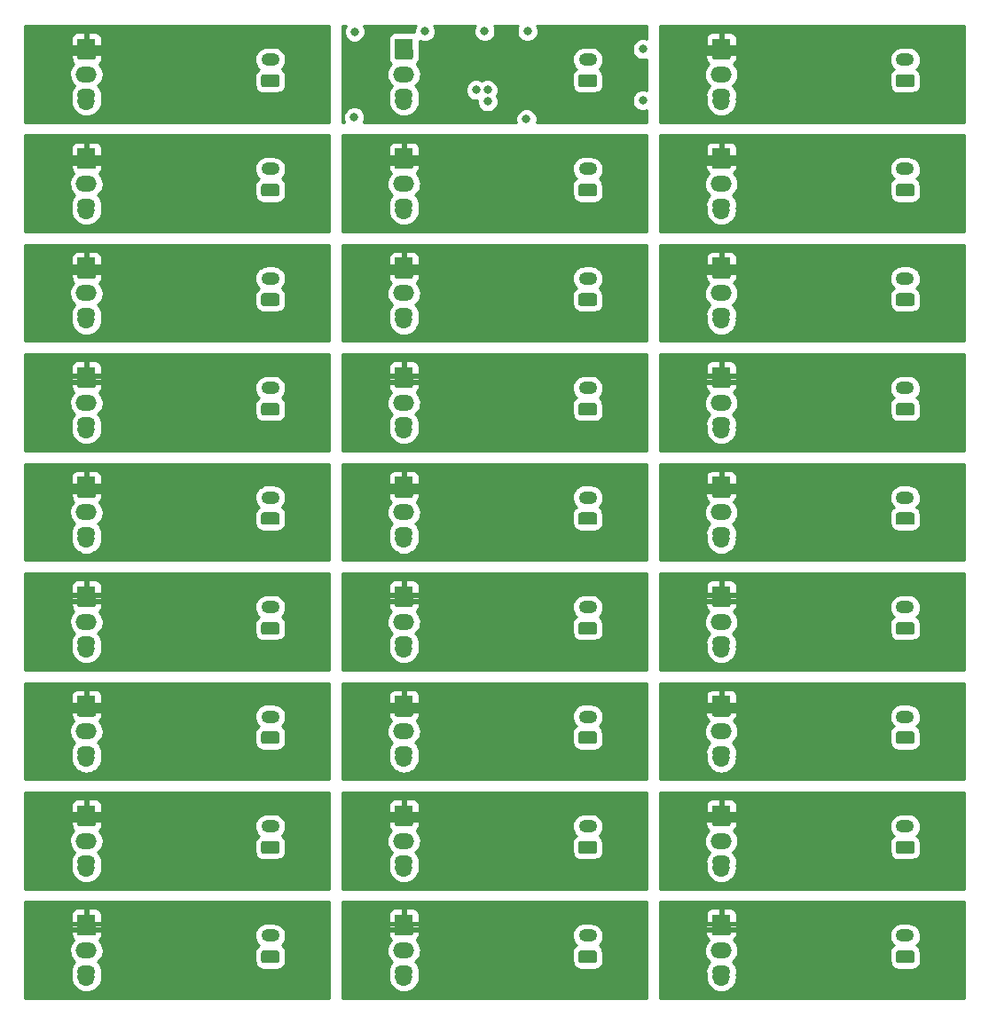
<source format=gbr>
G04 #@! TF.GenerationSoftware,KiCad,Pcbnew,5.99.0-unknown-r16857-c6889b00*
G04 #@! TF.CreationDate,2019-10-20T19:52:49+02:00*
G04 #@! TF.ProjectId,pulsr,70756c73-722e-46b6-9963-61645f706362,rev?*
G04 #@! TF.SameCoordinates,Original*
G04 #@! TF.FileFunction,Copper,L2,Bot*
G04 #@! TF.FilePolarity,Positive*
%FSLAX46Y46*%
G04 Gerber Fmt 4.6, Leading zero omitted, Abs format (unit mm)*
G04 Created by KiCad (PCBNEW 5.99.0-unknown-r16857-c6889b00) date 2019-10-20 19:52:49*
%MOMM*%
%LPD*%
G04 APERTURE LIST*
%ADD10O,1.700000X1.700000*%
%ADD11O,2.000000X1.500000*%
%ADD12R,1.700000X1.700000*%
%ADD13O,1.750000X1.200000*%
%ADD14C,0.100000*%
%ADD15C,1.200000*%
%ADD16C,0.800000*%
%ADD17C,0.250000*%
G04 APERTURE END LIST*
D10*
X157050000Y-132240000D03*
D11*
X157050000Y-129700000D03*
D12*
X157050000Y-127160000D03*
D10*
X126750000Y-132240000D03*
D11*
X126750000Y-129700000D03*
D12*
X126750000Y-127160000D03*
D10*
X96450000Y-132240000D03*
D11*
X96450000Y-129700000D03*
D12*
X96450000Y-127160000D03*
D10*
X157050000Y-121790000D03*
D11*
X157050000Y-119250000D03*
D12*
X157050000Y-116710000D03*
D10*
X126750000Y-121790000D03*
D11*
X126750000Y-119250000D03*
D12*
X126750000Y-116710000D03*
D10*
X96450000Y-121790000D03*
D11*
X96450000Y-119250000D03*
D12*
X96450000Y-116710000D03*
D10*
X157050000Y-111340000D03*
D11*
X157050000Y-108800000D03*
D12*
X157050000Y-106260000D03*
D10*
X126750000Y-111340000D03*
D11*
X126750000Y-108800000D03*
D12*
X126750000Y-106260000D03*
D10*
X96450000Y-111340000D03*
D11*
X96450000Y-108800000D03*
D12*
X96450000Y-106260000D03*
D10*
X157050000Y-100890000D03*
D11*
X157050000Y-98350000D03*
D12*
X157050000Y-95810000D03*
D10*
X126750000Y-100890000D03*
D11*
X126750000Y-98350000D03*
D12*
X126750000Y-95810000D03*
D10*
X96450000Y-100890000D03*
D11*
X96450000Y-98350000D03*
D12*
X96450000Y-95810000D03*
D10*
X157050000Y-90440000D03*
D11*
X157050000Y-87900000D03*
D12*
X157050000Y-85360000D03*
D10*
X126750000Y-90440000D03*
D11*
X126750000Y-87900000D03*
D12*
X126750000Y-85360000D03*
D10*
X96450000Y-90440000D03*
D11*
X96450000Y-87900000D03*
D12*
X96450000Y-85360000D03*
D10*
X157050000Y-79990000D03*
D11*
X157050000Y-77450000D03*
D12*
X157050000Y-74910000D03*
D10*
X126750000Y-79990000D03*
D11*
X126750000Y-77450000D03*
D12*
X126750000Y-74910000D03*
D10*
X96450000Y-79990000D03*
D11*
X96450000Y-77450000D03*
D12*
X96450000Y-74910000D03*
D10*
X157050000Y-69540000D03*
D11*
X157050000Y-67000000D03*
D12*
X157050000Y-64460000D03*
D10*
X126750000Y-69540000D03*
D11*
X126750000Y-67000000D03*
D12*
X126750000Y-64460000D03*
D10*
X96450000Y-69540000D03*
D11*
X96450000Y-67000000D03*
D12*
X96450000Y-64460000D03*
D10*
X157050000Y-59090000D03*
D11*
X157050000Y-56550000D03*
D12*
X157050000Y-54010000D03*
D10*
X126750000Y-59090000D03*
D11*
X126750000Y-56550000D03*
D12*
X126750000Y-54010000D03*
D10*
X96450000Y-59090000D03*
D11*
X96450000Y-56550000D03*
D12*
X96450000Y-54010000D03*
D10*
X157050000Y-48640000D03*
D11*
X157050000Y-46100000D03*
D12*
X157050000Y-43560000D03*
D10*
X126750000Y-48640000D03*
D11*
X126750000Y-46100000D03*
D12*
X126750000Y-43560000D03*
D13*
X157050000Y-131700000D03*
X157050000Y-129700000D03*
D14*
G36*
X157770918Y-127119000D02*
G01*
X157851894Y-127173106D01*
X157906000Y-127254082D01*
X157925000Y-127349600D01*
X157925000Y-128050400D01*
X157906000Y-128145918D01*
X157851894Y-128226894D01*
X157770918Y-128281000D01*
X157675400Y-128300000D01*
X156424600Y-128300000D01*
X156329082Y-128281000D01*
X156248106Y-128226894D01*
X156194000Y-128145918D01*
X156175000Y-128050400D01*
X156175000Y-127349600D01*
X156194000Y-127254082D01*
X156248106Y-127173106D01*
X156329082Y-127119000D01*
X156424600Y-127100000D01*
X157675400Y-127100000D01*
X157770918Y-127119000D01*
X157770918Y-127119000D01*
G37*
D15*
X157050000Y-127700000D03*
D13*
X126750000Y-131700000D03*
X126750000Y-129700000D03*
D14*
G36*
X127470918Y-127119000D02*
G01*
X127551894Y-127173106D01*
X127606000Y-127254082D01*
X127625000Y-127349600D01*
X127625000Y-128050400D01*
X127606000Y-128145918D01*
X127551894Y-128226894D01*
X127470918Y-128281000D01*
X127375400Y-128300000D01*
X126124600Y-128300000D01*
X126029082Y-128281000D01*
X125948106Y-128226894D01*
X125894000Y-128145918D01*
X125875000Y-128050400D01*
X125875000Y-127349600D01*
X125894000Y-127254082D01*
X125948106Y-127173106D01*
X126029082Y-127119000D01*
X126124600Y-127100000D01*
X127375400Y-127100000D01*
X127470918Y-127119000D01*
X127470918Y-127119000D01*
G37*
D15*
X126750000Y-127700000D03*
D13*
X96450000Y-131700000D03*
X96450000Y-129700000D03*
D14*
G36*
X97170918Y-127119000D02*
G01*
X97251894Y-127173106D01*
X97306000Y-127254082D01*
X97325000Y-127349600D01*
X97325000Y-128050400D01*
X97306000Y-128145918D01*
X97251894Y-128226894D01*
X97170918Y-128281000D01*
X97075400Y-128300000D01*
X95824600Y-128300000D01*
X95729082Y-128281000D01*
X95648106Y-128226894D01*
X95594000Y-128145918D01*
X95575000Y-128050400D01*
X95575000Y-127349600D01*
X95594000Y-127254082D01*
X95648106Y-127173106D01*
X95729082Y-127119000D01*
X95824600Y-127100000D01*
X97075400Y-127100000D01*
X97170918Y-127119000D01*
X97170918Y-127119000D01*
G37*
D15*
X96450000Y-127700000D03*
D13*
X157050000Y-121250000D03*
X157050000Y-119250000D03*
D14*
G36*
X157770918Y-116669000D02*
G01*
X157851894Y-116723106D01*
X157906000Y-116804082D01*
X157925000Y-116899600D01*
X157925000Y-117600400D01*
X157906000Y-117695918D01*
X157851894Y-117776894D01*
X157770918Y-117831000D01*
X157675400Y-117850000D01*
X156424600Y-117850000D01*
X156329082Y-117831000D01*
X156248106Y-117776894D01*
X156194000Y-117695918D01*
X156175000Y-117600400D01*
X156175000Y-116899600D01*
X156194000Y-116804082D01*
X156248106Y-116723106D01*
X156329082Y-116669000D01*
X156424600Y-116650000D01*
X157675400Y-116650000D01*
X157770918Y-116669000D01*
X157770918Y-116669000D01*
G37*
D15*
X157050000Y-117250000D03*
D13*
X126750000Y-121250000D03*
X126750000Y-119250000D03*
D14*
G36*
X127470918Y-116669000D02*
G01*
X127551894Y-116723106D01*
X127606000Y-116804082D01*
X127625000Y-116899600D01*
X127625000Y-117600400D01*
X127606000Y-117695918D01*
X127551894Y-117776894D01*
X127470918Y-117831000D01*
X127375400Y-117850000D01*
X126124600Y-117850000D01*
X126029082Y-117831000D01*
X125948106Y-117776894D01*
X125894000Y-117695918D01*
X125875000Y-117600400D01*
X125875000Y-116899600D01*
X125894000Y-116804082D01*
X125948106Y-116723106D01*
X126029082Y-116669000D01*
X126124600Y-116650000D01*
X127375400Y-116650000D01*
X127470918Y-116669000D01*
X127470918Y-116669000D01*
G37*
D15*
X126750000Y-117250000D03*
D13*
X96450000Y-121250000D03*
X96450000Y-119250000D03*
D14*
G36*
X97170918Y-116669000D02*
G01*
X97251894Y-116723106D01*
X97306000Y-116804082D01*
X97325000Y-116899600D01*
X97325000Y-117600400D01*
X97306000Y-117695918D01*
X97251894Y-117776894D01*
X97170918Y-117831000D01*
X97075400Y-117850000D01*
X95824600Y-117850000D01*
X95729082Y-117831000D01*
X95648106Y-117776894D01*
X95594000Y-117695918D01*
X95575000Y-117600400D01*
X95575000Y-116899600D01*
X95594000Y-116804082D01*
X95648106Y-116723106D01*
X95729082Y-116669000D01*
X95824600Y-116650000D01*
X97075400Y-116650000D01*
X97170918Y-116669000D01*
X97170918Y-116669000D01*
G37*
D15*
X96450000Y-117250000D03*
D13*
X157050000Y-110800000D03*
X157050000Y-108800000D03*
D14*
G36*
X157770918Y-106219000D02*
G01*
X157851894Y-106273106D01*
X157906000Y-106354082D01*
X157925000Y-106449600D01*
X157925000Y-107150400D01*
X157906000Y-107245918D01*
X157851894Y-107326894D01*
X157770918Y-107381000D01*
X157675400Y-107400000D01*
X156424600Y-107400000D01*
X156329082Y-107381000D01*
X156248106Y-107326894D01*
X156194000Y-107245918D01*
X156175000Y-107150400D01*
X156175000Y-106449600D01*
X156194000Y-106354082D01*
X156248106Y-106273106D01*
X156329082Y-106219000D01*
X156424600Y-106200000D01*
X157675400Y-106200000D01*
X157770918Y-106219000D01*
X157770918Y-106219000D01*
G37*
D15*
X157050000Y-106800000D03*
D13*
X126750000Y-110800000D03*
X126750000Y-108800000D03*
D14*
G36*
X127470918Y-106219000D02*
G01*
X127551894Y-106273106D01*
X127606000Y-106354082D01*
X127625000Y-106449600D01*
X127625000Y-107150400D01*
X127606000Y-107245918D01*
X127551894Y-107326894D01*
X127470918Y-107381000D01*
X127375400Y-107400000D01*
X126124600Y-107400000D01*
X126029082Y-107381000D01*
X125948106Y-107326894D01*
X125894000Y-107245918D01*
X125875000Y-107150400D01*
X125875000Y-106449600D01*
X125894000Y-106354082D01*
X125948106Y-106273106D01*
X126029082Y-106219000D01*
X126124600Y-106200000D01*
X127375400Y-106200000D01*
X127470918Y-106219000D01*
X127470918Y-106219000D01*
G37*
D15*
X126750000Y-106800000D03*
D13*
X96450000Y-110800000D03*
X96450000Y-108800000D03*
D14*
G36*
X97170918Y-106219000D02*
G01*
X97251894Y-106273106D01*
X97306000Y-106354082D01*
X97325000Y-106449600D01*
X97325000Y-107150400D01*
X97306000Y-107245918D01*
X97251894Y-107326894D01*
X97170918Y-107381000D01*
X97075400Y-107400000D01*
X95824600Y-107400000D01*
X95729082Y-107381000D01*
X95648106Y-107326894D01*
X95594000Y-107245918D01*
X95575000Y-107150400D01*
X95575000Y-106449600D01*
X95594000Y-106354082D01*
X95648106Y-106273106D01*
X95729082Y-106219000D01*
X95824600Y-106200000D01*
X97075400Y-106200000D01*
X97170918Y-106219000D01*
X97170918Y-106219000D01*
G37*
D15*
X96450000Y-106800000D03*
D13*
X157050000Y-100350000D03*
X157050000Y-98350000D03*
D14*
G36*
X157770918Y-95769000D02*
G01*
X157851894Y-95823106D01*
X157906000Y-95904082D01*
X157925000Y-95999600D01*
X157925000Y-96700400D01*
X157906000Y-96795918D01*
X157851894Y-96876894D01*
X157770918Y-96931000D01*
X157675400Y-96950000D01*
X156424600Y-96950000D01*
X156329082Y-96931000D01*
X156248106Y-96876894D01*
X156194000Y-96795918D01*
X156175000Y-96700400D01*
X156175000Y-95999600D01*
X156194000Y-95904082D01*
X156248106Y-95823106D01*
X156329082Y-95769000D01*
X156424600Y-95750000D01*
X157675400Y-95750000D01*
X157770918Y-95769000D01*
X157770918Y-95769000D01*
G37*
D15*
X157050000Y-96350000D03*
D13*
X126750000Y-100350000D03*
X126750000Y-98350000D03*
D14*
G36*
X127470918Y-95769000D02*
G01*
X127551894Y-95823106D01*
X127606000Y-95904082D01*
X127625000Y-95999600D01*
X127625000Y-96700400D01*
X127606000Y-96795918D01*
X127551894Y-96876894D01*
X127470918Y-96931000D01*
X127375400Y-96950000D01*
X126124600Y-96950000D01*
X126029082Y-96931000D01*
X125948106Y-96876894D01*
X125894000Y-96795918D01*
X125875000Y-96700400D01*
X125875000Y-95999600D01*
X125894000Y-95904082D01*
X125948106Y-95823106D01*
X126029082Y-95769000D01*
X126124600Y-95750000D01*
X127375400Y-95750000D01*
X127470918Y-95769000D01*
X127470918Y-95769000D01*
G37*
D15*
X126750000Y-96350000D03*
D13*
X96450000Y-100350000D03*
X96450000Y-98350000D03*
D14*
G36*
X97170918Y-95769000D02*
G01*
X97251894Y-95823106D01*
X97306000Y-95904082D01*
X97325000Y-95999600D01*
X97325000Y-96700400D01*
X97306000Y-96795918D01*
X97251894Y-96876894D01*
X97170918Y-96931000D01*
X97075400Y-96950000D01*
X95824600Y-96950000D01*
X95729082Y-96931000D01*
X95648106Y-96876894D01*
X95594000Y-96795918D01*
X95575000Y-96700400D01*
X95575000Y-95999600D01*
X95594000Y-95904082D01*
X95648106Y-95823106D01*
X95729082Y-95769000D01*
X95824600Y-95750000D01*
X97075400Y-95750000D01*
X97170918Y-95769000D01*
X97170918Y-95769000D01*
G37*
D15*
X96450000Y-96350000D03*
D13*
X157050000Y-89900000D03*
X157050000Y-87900000D03*
D14*
G36*
X157770918Y-85319000D02*
G01*
X157851894Y-85373106D01*
X157906000Y-85454082D01*
X157925000Y-85549600D01*
X157925000Y-86250400D01*
X157906000Y-86345918D01*
X157851894Y-86426894D01*
X157770918Y-86481000D01*
X157675400Y-86500000D01*
X156424600Y-86500000D01*
X156329082Y-86481000D01*
X156248106Y-86426894D01*
X156194000Y-86345918D01*
X156175000Y-86250400D01*
X156175000Y-85549600D01*
X156194000Y-85454082D01*
X156248106Y-85373106D01*
X156329082Y-85319000D01*
X156424600Y-85300000D01*
X157675400Y-85300000D01*
X157770918Y-85319000D01*
X157770918Y-85319000D01*
G37*
D15*
X157050000Y-85900000D03*
D13*
X126750000Y-89900000D03*
X126750000Y-87900000D03*
D14*
G36*
X127470918Y-85319000D02*
G01*
X127551894Y-85373106D01*
X127606000Y-85454082D01*
X127625000Y-85549600D01*
X127625000Y-86250400D01*
X127606000Y-86345918D01*
X127551894Y-86426894D01*
X127470918Y-86481000D01*
X127375400Y-86500000D01*
X126124600Y-86500000D01*
X126029082Y-86481000D01*
X125948106Y-86426894D01*
X125894000Y-86345918D01*
X125875000Y-86250400D01*
X125875000Y-85549600D01*
X125894000Y-85454082D01*
X125948106Y-85373106D01*
X126029082Y-85319000D01*
X126124600Y-85300000D01*
X127375400Y-85300000D01*
X127470918Y-85319000D01*
X127470918Y-85319000D01*
G37*
D15*
X126750000Y-85900000D03*
D13*
X96450000Y-89900000D03*
X96450000Y-87900000D03*
D14*
G36*
X97170918Y-85319000D02*
G01*
X97251894Y-85373106D01*
X97306000Y-85454082D01*
X97325000Y-85549600D01*
X97325000Y-86250400D01*
X97306000Y-86345918D01*
X97251894Y-86426894D01*
X97170918Y-86481000D01*
X97075400Y-86500000D01*
X95824600Y-86500000D01*
X95729082Y-86481000D01*
X95648106Y-86426894D01*
X95594000Y-86345918D01*
X95575000Y-86250400D01*
X95575000Y-85549600D01*
X95594000Y-85454082D01*
X95648106Y-85373106D01*
X95729082Y-85319000D01*
X95824600Y-85300000D01*
X97075400Y-85300000D01*
X97170918Y-85319000D01*
X97170918Y-85319000D01*
G37*
D15*
X96450000Y-85900000D03*
D13*
X157050000Y-79450000D03*
X157050000Y-77450000D03*
D14*
G36*
X157770918Y-74869000D02*
G01*
X157851894Y-74923106D01*
X157906000Y-75004082D01*
X157925000Y-75099600D01*
X157925000Y-75800400D01*
X157906000Y-75895918D01*
X157851894Y-75976894D01*
X157770918Y-76031000D01*
X157675400Y-76050000D01*
X156424600Y-76050000D01*
X156329082Y-76031000D01*
X156248106Y-75976894D01*
X156194000Y-75895918D01*
X156175000Y-75800400D01*
X156175000Y-75099600D01*
X156194000Y-75004082D01*
X156248106Y-74923106D01*
X156329082Y-74869000D01*
X156424600Y-74850000D01*
X157675400Y-74850000D01*
X157770918Y-74869000D01*
X157770918Y-74869000D01*
G37*
D15*
X157050000Y-75450000D03*
D13*
X126750000Y-79450000D03*
X126750000Y-77450000D03*
D14*
G36*
X127470918Y-74869000D02*
G01*
X127551894Y-74923106D01*
X127606000Y-75004082D01*
X127625000Y-75099600D01*
X127625000Y-75800400D01*
X127606000Y-75895918D01*
X127551894Y-75976894D01*
X127470918Y-76031000D01*
X127375400Y-76050000D01*
X126124600Y-76050000D01*
X126029082Y-76031000D01*
X125948106Y-75976894D01*
X125894000Y-75895918D01*
X125875000Y-75800400D01*
X125875000Y-75099600D01*
X125894000Y-75004082D01*
X125948106Y-74923106D01*
X126029082Y-74869000D01*
X126124600Y-74850000D01*
X127375400Y-74850000D01*
X127470918Y-74869000D01*
X127470918Y-74869000D01*
G37*
D15*
X126750000Y-75450000D03*
D13*
X96450000Y-79450000D03*
X96450000Y-77450000D03*
D14*
G36*
X97170918Y-74869000D02*
G01*
X97251894Y-74923106D01*
X97306000Y-75004082D01*
X97325000Y-75099600D01*
X97325000Y-75800400D01*
X97306000Y-75895918D01*
X97251894Y-75976894D01*
X97170918Y-76031000D01*
X97075400Y-76050000D01*
X95824600Y-76050000D01*
X95729082Y-76031000D01*
X95648106Y-75976894D01*
X95594000Y-75895918D01*
X95575000Y-75800400D01*
X95575000Y-75099600D01*
X95594000Y-75004082D01*
X95648106Y-74923106D01*
X95729082Y-74869000D01*
X95824600Y-74850000D01*
X97075400Y-74850000D01*
X97170918Y-74869000D01*
X97170918Y-74869000D01*
G37*
D15*
X96450000Y-75450000D03*
D13*
X157050000Y-69000000D03*
X157050000Y-67000000D03*
D14*
G36*
X157770918Y-64419000D02*
G01*
X157851894Y-64473106D01*
X157906000Y-64554082D01*
X157925000Y-64649600D01*
X157925000Y-65350400D01*
X157906000Y-65445918D01*
X157851894Y-65526894D01*
X157770918Y-65581000D01*
X157675400Y-65600000D01*
X156424600Y-65600000D01*
X156329082Y-65581000D01*
X156248106Y-65526894D01*
X156194000Y-65445918D01*
X156175000Y-65350400D01*
X156175000Y-64649600D01*
X156194000Y-64554082D01*
X156248106Y-64473106D01*
X156329082Y-64419000D01*
X156424600Y-64400000D01*
X157675400Y-64400000D01*
X157770918Y-64419000D01*
X157770918Y-64419000D01*
G37*
D15*
X157050000Y-65000000D03*
D13*
X126750000Y-69000000D03*
X126750000Y-67000000D03*
D14*
G36*
X127470918Y-64419000D02*
G01*
X127551894Y-64473106D01*
X127606000Y-64554082D01*
X127625000Y-64649600D01*
X127625000Y-65350400D01*
X127606000Y-65445918D01*
X127551894Y-65526894D01*
X127470918Y-65581000D01*
X127375400Y-65600000D01*
X126124600Y-65600000D01*
X126029082Y-65581000D01*
X125948106Y-65526894D01*
X125894000Y-65445918D01*
X125875000Y-65350400D01*
X125875000Y-64649600D01*
X125894000Y-64554082D01*
X125948106Y-64473106D01*
X126029082Y-64419000D01*
X126124600Y-64400000D01*
X127375400Y-64400000D01*
X127470918Y-64419000D01*
X127470918Y-64419000D01*
G37*
D15*
X126750000Y-65000000D03*
D13*
X96450000Y-69000000D03*
X96450000Y-67000000D03*
D14*
G36*
X97170918Y-64419000D02*
G01*
X97251894Y-64473106D01*
X97306000Y-64554082D01*
X97325000Y-64649600D01*
X97325000Y-65350400D01*
X97306000Y-65445918D01*
X97251894Y-65526894D01*
X97170918Y-65581000D01*
X97075400Y-65600000D01*
X95824600Y-65600000D01*
X95729082Y-65581000D01*
X95648106Y-65526894D01*
X95594000Y-65445918D01*
X95575000Y-65350400D01*
X95575000Y-64649600D01*
X95594000Y-64554082D01*
X95648106Y-64473106D01*
X95729082Y-64419000D01*
X95824600Y-64400000D01*
X97075400Y-64400000D01*
X97170918Y-64419000D01*
X97170918Y-64419000D01*
G37*
D15*
X96450000Y-65000000D03*
D13*
X157050000Y-58550000D03*
X157050000Y-56550000D03*
D14*
G36*
X157770918Y-53969000D02*
G01*
X157851894Y-54023106D01*
X157906000Y-54104082D01*
X157925000Y-54199600D01*
X157925000Y-54900400D01*
X157906000Y-54995918D01*
X157851894Y-55076894D01*
X157770918Y-55131000D01*
X157675400Y-55150000D01*
X156424600Y-55150000D01*
X156329082Y-55131000D01*
X156248106Y-55076894D01*
X156194000Y-54995918D01*
X156175000Y-54900400D01*
X156175000Y-54199600D01*
X156194000Y-54104082D01*
X156248106Y-54023106D01*
X156329082Y-53969000D01*
X156424600Y-53950000D01*
X157675400Y-53950000D01*
X157770918Y-53969000D01*
X157770918Y-53969000D01*
G37*
D15*
X157050000Y-54550000D03*
D13*
X126750000Y-58550000D03*
X126750000Y-56550000D03*
D14*
G36*
X127470918Y-53969000D02*
G01*
X127551894Y-54023106D01*
X127606000Y-54104082D01*
X127625000Y-54199600D01*
X127625000Y-54900400D01*
X127606000Y-54995918D01*
X127551894Y-55076894D01*
X127470918Y-55131000D01*
X127375400Y-55150000D01*
X126124600Y-55150000D01*
X126029082Y-55131000D01*
X125948106Y-55076894D01*
X125894000Y-54995918D01*
X125875000Y-54900400D01*
X125875000Y-54199600D01*
X125894000Y-54104082D01*
X125948106Y-54023106D01*
X126029082Y-53969000D01*
X126124600Y-53950000D01*
X127375400Y-53950000D01*
X127470918Y-53969000D01*
X127470918Y-53969000D01*
G37*
D15*
X126750000Y-54550000D03*
D13*
X96450000Y-58550000D03*
X96450000Y-56550000D03*
D14*
G36*
X97170918Y-53969000D02*
G01*
X97251894Y-54023106D01*
X97306000Y-54104082D01*
X97325000Y-54199600D01*
X97325000Y-54900400D01*
X97306000Y-54995918D01*
X97251894Y-55076894D01*
X97170918Y-55131000D01*
X97075400Y-55150000D01*
X95824600Y-55150000D01*
X95729082Y-55131000D01*
X95648106Y-55076894D01*
X95594000Y-54995918D01*
X95575000Y-54900400D01*
X95575000Y-54199600D01*
X95594000Y-54104082D01*
X95648106Y-54023106D01*
X95729082Y-53969000D01*
X95824600Y-53950000D01*
X97075400Y-53950000D01*
X97170918Y-53969000D01*
X97170918Y-53969000D01*
G37*
D15*
X96450000Y-54550000D03*
D13*
X157050000Y-48100000D03*
X157050000Y-46100000D03*
D14*
G36*
X157770918Y-43519000D02*
G01*
X157851894Y-43573106D01*
X157906000Y-43654082D01*
X157925000Y-43749600D01*
X157925000Y-44450400D01*
X157906000Y-44545918D01*
X157851894Y-44626894D01*
X157770918Y-44681000D01*
X157675400Y-44700000D01*
X156424600Y-44700000D01*
X156329082Y-44681000D01*
X156248106Y-44626894D01*
X156194000Y-44545918D01*
X156175000Y-44450400D01*
X156175000Y-43749600D01*
X156194000Y-43654082D01*
X156248106Y-43573106D01*
X156329082Y-43519000D01*
X156424600Y-43500000D01*
X157675400Y-43500000D01*
X157770918Y-43519000D01*
X157770918Y-43519000D01*
G37*
D15*
X157050000Y-44100000D03*
D13*
X126750000Y-48100000D03*
X126750000Y-46100000D03*
D14*
G36*
X127470918Y-43519000D02*
G01*
X127551894Y-43573106D01*
X127606000Y-43654082D01*
X127625000Y-43749600D01*
X127625000Y-44450400D01*
X127606000Y-44545918D01*
X127551894Y-44626894D01*
X127470918Y-44681000D01*
X127375400Y-44700000D01*
X126124600Y-44700000D01*
X126029082Y-44681000D01*
X125948106Y-44626894D01*
X125894000Y-44545918D01*
X125875000Y-44450400D01*
X125875000Y-43749600D01*
X125894000Y-43654082D01*
X125948106Y-43573106D01*
X126029082Y-43519000D01*
X126124600Y-43500000D01*
X127375400Y-43500000D01*
X127470918Y-43519000D01*
X127470918Y-43519000D01*
G37*
D15*
X126750000Y-44100000D03*
D13*
X174600000Y-128300000D03*
D14*
G36*
X175320671Y-129719030D02*
G01*
X175401777Y-129773223D01*
X175455970Y-129854329D01*
X175475000Y-129949999D01*
X175475000Y-130650001D01*
X175455970Y-130745671D01*
X175401777Y-130826777D01*
X175320671Y-130880970D01*
X175225001Y-130900000D01*
X173974999Y-130900000D01*
X173879329Y-130880970D01*
X173798223Y-130826777D01*
X173744030Y-130745671D01*
X173725000Y-130650001D01*
X173725000Y-129949999D01*
X173744030Y-129854329D01*
X173798223Y-129773223D01*
X173879329Y-129719030D01*
X173974999Y-129700000D01*
X175225001Y-129700000D01*
X175320671Y-129719030D01*
X175320671Y-129719030D01*
G37*
D15*
X174600000Y-130300000D03*
D13*
X144300000Y-128300000D03*
D14*
G36*
X145020671Y-129719030D02*
G01*
X145101777Y-129773223D01*
X145155970Y-129854329D01*
X145175000Y-129949999D01*
X145175000Y-130650001D01*
X145155970Y-130745671D01*
X145101777Y-130826777D01*
X145020671Y-130880970D01*
X144925001Y-130900000D01*
X143674999Y-130900000D01*
X143579329Y-130880970D01*
X143498223Y-130826777D01*
X143444030Y-130745671D01*
X143425000Y-130650001D01*
X143425000Y-129949999D01*
X143444030Y-129854329D01*
X143498223Y-129773223D01*
X143579329Y-129719030D01*
X143674999Y-129700000D01*
X144925001Y-129700000D01*
X145020671Y-129719030D01*
X145020671Y-129719030D01*
G37*
D15*
X144300000Y-130300000D03*
D13*
X114000000Y-128300000D03*
D14*
G36*
X114720671Y-129719030D02*
G01*
X114801777Y-129773223D01*
X114855970Y-129854329D01*
X114875000Y-129949999D01*
X114875000Y-130650001D01*
X114855970Y-130745671D01*
X114801777Y-130826777D01*
X114720671Y-130880970D01*
X114625001Y-130900000D01*
X113374999Y-130900000D01*
X113279329Y-130880970D01*
X113198223Y-130826777D01*
X113144030Y-130745671D01*
X113125000Y-130650001D01*
X113125000Y-129949999D01*
X113144030Y-129854329D01*
X113198223Y-129773223D01*
X113279329Y-129719030D01*
X113374999Y-129700000D01*
X114625001Y-129700000D01*
X114720671Y-129719030D01*
X114720671Y-129719030D01*
G37*
D15*
X114000000Y-130300000D03*
D13*
X174600000Y-117850000D03*
D14*
G36*
X175320671Y-119269030D02*
G01*
X175401777Y-119323223D01*
X175455970Y-119404329D01*
X175475000Y-119499999D01*
X175475000Y-120200001D01*
X175455970Y-120295671D01*
X175401777Y-120376777D01*
X175320671Y-120430970D01*
X175225001Y-120450000D01*
X173974999Y-120450000D01*
X173879329Y-120430970D01*
X173798223Y-120376777D01*
X173744030Y-120295671D01*
X173725000Y-120200001D01*
X173725000Y-119499999D01*
X173744030Y-119404329D01*
X173798223Y-119323223D01*
X173879329Y-119269030D01*
X173974999Y-119250000D01*
X175225001Y-119250000D01*
X175320671Y-119269030D01*
X175320671Y-119269030D01*
G37*
D15*
X174600000Y-119850000D03*
D13*
X144300000Y-117850000D03*
D14*
G36*
X145020671Y-119269030D02*
G01*
X145101777Y-119323223D01*
X145155970Y-119404329D01*
X145175000Y-119499999D01*
X145175000Y-120200001D01*
X145155970Y-120295671D01*
X145101777Y-120376777D01*
X145020671Y-120430970D01*
X144925001Y-120450000D01*
X143674999Y-120450000D01*
X143579329Y-120430970D01*
X143498223Y-120376777D01*
X143444030Y-120295671D01*
X143425000Y-120200001D01*
X143425000Y-119499999D01*
X143444030Y-119404329D01*
X143498223Y-119323223D01*
X143579329Y-119269030D01*
X143674999Y-119250000D01*
X144925001Y-119250000D01*
X145020671Y-119269030D01*
X145020671Y-119269030D01*
G37*
D15*
X144300000Y-119850000D03*
D13*
X114000000Y-117850000D03*
D14*
G36*
X114720671Y-119269030D02*
G01*
X114801777Y-119323223D01*
X114855970Y-119404329D01*
X114875000Y-119499999D01*
X114875000Y-120200001D01*
X114855970Y-120295671D01*
X114801777Y-120376777D01*
X114720671Y-120430970D01*
X114625001Y-120450000D01*
X113374999Y-120450000D01*
X113279329Y-120430970D01*
X113198223Y-120376777D01*
X113144030Y-120295671D01*
X113125000Y-120200001D01*
X113125000Y-119499999D01*
X113144030Y-119404329D01*
X113198223Y-119323223D01*
X113279329Y-119269030D01*
X113374999Y-119250000D01*
X114625001Y-119250000D01*
X114720671Y-119269030D01*
X114720671Y-119269030D01*
G37*
D15*
X114000000Y-119850000D03*
D13*
X174600000Y-107400000D03*
D14*
G36*
X175320671Y-108819030D02*
G01*
X175401777Y-108873223D01*
X175455970Y-108954329D01*
X175475000Y-109049999D01*
X175475000Y-109750001D01*
X175455970Y-109845671D01*
X175401777Y-109926777D01*
X175320671Y-109980970D01*
X175225001Y-110000000D01*
X173974999Y-110000000D01*
X173879329Y-109980970D01*
X173798223Y-109926777D01*
X173744030Y-109845671D01*
X173725000Y-109750001D01*
X173725000Y-109049999D01*
X173744030Y-108954329D01*
X173798223Y-108873223D01*
X173879329Y-108819030D01*
X173974999Y-108800000D01*
X175225001Y-108800000D01*
X175320671Y-108819030D01*
X175320671Y-108819030D01*
G37*
D15*
X174600000Y-109400000D03*
D13*
X144300000Y-107400000D03*
D14*
G36*
X145020671Y-108819030D02*
G01*
X145101777Y-108873223D01*
X145155970Y-108954329D01*
X145175000Y-109049999D01*
X145175000Y-109750001D01*
X145155970Y-109845671D01*
X145101777Y-109926777D01*
X145020671Y-109980970D01*
X144925001Y-110000000D01*
X143674999Y-110000000D01*
X143579329Y-109980970D01*
X143498223Y-109926777D01*
X143444030Y-109845671D01*
X143425000Y-109750001D01*
X143425000Y-109049999D01*
X143444030Y-108954329D01*
X143498223Y-108873223D01*
X143579329Y-108819030D01*
X143674999Y-108800000D01*
X144925001Y-108800000D01*
X145020671Y-108819030D01*
X145020671Y-108819030D01*
G37*
D15*
X144300000Y-109400000D03*
D13*
X114000000Y-107400000D03*
D14*
G36*
X114720671Y-108819030D02*
G01*
X114801777Y-108873223D01*
X114855970Y-108954329D01*
X114875000Y-109049999D01*
X114875000Y-109750001D01*
X114855970Y-109845671D01*
X114801777Y-109926777D01*
X114720671Y-109980970D01*
X114625001Y-110000000D01*
X113374999Y-110000000D01*
X113279329Y-109980970D01*
X113198223Y-109926777D01*
X113144030Y-109845671D01*
X113125000Y-109750001D01*
X113125000Y-109049999D01*
X113144030Y-108954329D01*
X113198223Y-108873223D01*
X113279329Y-108819030D01*
X113374999Y-108800000D01*
X114625001Y-108800000D01*
X114720671Y-108819030D01*
X114720671Y-108819030D01*
G37*
D15*
X114000000Y-109400000D03*
D13*
X174600000Y-96950000D03*
D14*
G36*
X175320671Y-98369030D02*
G01*
X175401777Y-98423223D01*
X175455970Y-98504329D01*
X175475000Y-98599999D01*
X175475000Y-99300001D01*
X175455970Y-99395671D01*
X175401777Y-99476777D01*
X175320671Y-99530970D01*
X175225001Y-99550000D01*
X173974999Y-99550000D01*
X173879329Y-99530970D01*
X173798223Y-99476777D01*
X173744030Y-99395671D01*
X173725000Y-99300001D01*
X173725000Y-98599999D01*
X173744030Y-98504329D01*
X173798223Y-98423223D01*
X173879329Y-98369030D01*
X173974999Y-98350000D01*
X175225001Y-98350000D01*
X175320671Y-98369030D01*
X175320671Y-98369030D01*
G37*
D15*
X174600000Y-98950000D03*
D13*
X144300000Y-96950000D03*
D14*
G36*
X145020671Y-98369030D02*
G01*
X145101777Y-98423223D01*
X145155970Y-98504329D01*
X145175000Y-98599999D01*
X145175000Y-99300001D01*
X145155970Y-99395671D01*
X145101777Y-99476777D01*
X145020671Y-99530970D01*
X144925001Y-99550000D01*
X143674999Y-99550000D01*
X143579329Y-99530970D01*
X143498223Y-99476777D01*
X143444030Y-99395671D01*
X143425000Y-99300001D01*
X143425000Y-98599999D01*
X143444030Y-98504329D01*
X143498223Y-98423223D01*
X143579329Y-98369030D01*
X143674999Y-98350000D01*
X144925001Y-98350000D01*
X145020671Y-98369030D01*
X145020671Y-98369030D01*
G37*
D15*
X144300000Y-98950000D03*
D13*
X114000000Y-96950000D03*
D14*
G36*
X114720671Y-98369030D02*
G01*
X114801777Y-98423223D01*
X114855970Y-98504329D01*
X114875000Y-98599999D01*
X114875000Y-99300001D01*
X114855970Y-99395671D01*
X114801777Y-99476777D01*
X114720671Y-99530970D01*
X114625001Y-99550000D01*
X113374999Y-99550000D01*
X113279329Y-99530970D01*
X113198223Y-99476777D01*
X113144030Y-99395671D01*
X113125000Y-99300001D01*
X113125000Y-98599999D01*
X113144030Y-98504329D01*
X113198223Y-98423223D01*
X113279329Y-98369030D01*
X113374999Y-98350000D01*
X114625001Y-98350000D01*
X114720671Y-98369030D01*
X114720671Y-98369030D01*
G37*
D15*
X114000000Y-98950000D03*
D13*
X174600000Y-86500000D03*
D14*
G36*
X175320671Y-87919030D02*
G01*
X175401777Y-87973223D01*
X175455970Y-88054329D01*
X175475000Y-88149999D01*
X175475000Y-88850001D01*
X175455970Y-88945671D01*
X175401777Y-89026777D01*
X175320671Y-89080970D01*
X175225001Y-89100000D01*
X173974999Y-89100000D01*
X173879329Y-89080970D01*
X173798223Y-89026777D01*
X173744030Y-88945671D01*
X173725000Y-88850001D01*
X173725000Y-88149999D01*
X173744030Y-88054329D01*
X173798223Y-87973223D01*
X173879329Y-87919030D01*
X173974999Y-87900000D01*
X175225001Y-87900000D01*
X175320671Y-87919030D01*
X175320671Y-87919030D01*
G37*
D15*
X174600000Y-88500000D03*
D13*
X144300000Y-86500000D03*
D14*
G36*
X145020671Y-87919030D02*
G01*
X145101777Y-87973223D01*
X145155970Y-88054329D01*
X145175000Y-88149999D01*
X145175000Y-88850001D01*
X145155970Y-88945671D01*
X145101777Y-89026777D01*
X145020671Y-89080970D01*
X144925001Y-89100000D01*
X143674999Y-89100000D01*
X143579329Y-89080970D01*
X143498223Y-89026777D01*
X143444030Y-88945671D01*
X143425000Y-88850001D01*
X143425000Y-88149999D01*
X143444030Y-88054329D01*
X143498223Y-87973223D01*
X143579329Y-87919030D01*
X143674999Y-87900000D01*
X144925001Y-87900000D01*
X145020671Y-87919030D01*
X145020671Y-87919030D01*
G37*
D15*
X144300000Y-88500000D03*
D13*
X114000000Y-86500000D03*
D14*
G36*
X114720671Y-87919030D02*
G01*
X114801777Y-87973223D01*
X114855970Y-88054329D01*
X114875000Y-88149999D01*
X114875000Y-88850001D01*
X114855970Y-88945671D01*
X114801777Y-89026777D01*
X114720671Y-89080970D01*
X114625001Y-89100000D01*
X113374999Y-89100000D01*
X113279329Y-89080970D01*
X113198223Y-89026777D01*
X113144030Y-88945671D01*
X113125000Y-88850001D01*
X113125000Y-88149999D01*
X113144030Y-88054329D01*
X113198223Y-87973223D01*
X113279329Y-87919030D01*
X113374999Y-87900000D01*
X114625001Y-87900000D01*
X114720671Y-87919030D01*
X114720671Y-87919030D01*
G37*
D15*
X114000000Y-88500000D03*
D13*
X174600000Y-76050000D03*
D14*
G36*
X175320671Y-77469030D02*
G01*
X175401777Y-77523223D01*
X175455970Y-77604329D01*
X175475000Y-77699999D01*
X175475000Y-78400001D01*
X175455970Y-78495671D01*
X175401777Y-78576777D01*
X175320671Y-78630970D01*
X175225001Y-78650000D01*
X173974999Y-78650000D01*
X173879329Y-78630970D01*
X173798223Y-78576777D01*
X173744030Y-78495671D01*
X173725000Y-78400001D01*
X173725000Y-77699999D01*
X173744030Y-77604329D01*
X173798223Y-77523223D01*
X173879329Y-77469030D01*
X173974999Y-77450000D01*
X175225001Y-77450000D01*
X175320671Y-77469030D01*
X175320671Y-77469030D01*
G37*
D15*
X174600000Y-78050000D03*
D13*
X144300000Y-76050000D03*
D14*
G36*
X145020671Y-77469030D02*
G01*
X145101777Y-77523223D01*
X145155970Y-77604329D01*
X145175000Y-77699999D01*
X145175000Y-78400001D01*
X145155970Y-78495671D01*
X145101777Y-78576777D01*
X145020671Y-78630970D01*
X144925001Y-78650000D01*
X143674999Y-78650000D01*
X143579329Y-78630970D01*
X143498223Y-78576777D01*
X143444030Y-78495671D01*
X143425000Y-78400001D01*
X143425000Y-77699999D01*
X143444030Y-77604329D01*
X143498223Y-77523223D01*
X143579329Y-77469030D01*
X143674999Y-77450000D01*
X144925001Y-77450000D01*
X145020671Y-77469030D01*
X145020671Y-77469030D01*
G37*
D15*
X144300000Y-78050000D03*
D13*
X114000000Y-76050000D03*
D14*
G36*
X114720671Y-77469030D02*
G01*
X114801777Y-77523223D01*
X114855970Y-77604329D01*
X114875000Y-77699999D01*
X114875000Y-78400001D01*
X114855970Y-78495671D01*
X114801777Y-78576777D01*
X114720671Y-78630970D01*
X114625001Y-78650000D01*
X113374999Y-78650000D01*
X113279329Y-78630970D01*
X113198223Y-78576777D01*
X113144030Y-78495671D01*
X113125000Y-78400001D01*
X113125000Y-77699999D01*
X113144030Y-77604329D01*
X113198223Y-77523223D01*
X113279329Y-77469030D01*
X113374999Y-77450000D01*
X114625001Y-77450000D01*
X114720671Y-77469030D01*
X114720671Y-77469030D01*
G37*
D15*
X114000000Y-78050000D03*
D13*
X174600000Y-65600000D03*
D14*
G36*
X175320671Y-67019030D02*
G01*
X175401777Y-67073223D01*
X175455970Y-67154329D01*
X175475000Y-67249999D01*
X175475000Y-67950001D01*
X175455970Y-68045671D01*
X175401777Y-68126777D01*
X175320671Y-68180970D01*
X175225001Y-68200000D01*
X173974999Y-68200000D01*
X173879329Y-68180970D01*
X173798223Y-68126777D01*
X173744030Y-68045671D01*
X173725000Y-67950001D01*
X173725000Y-67249999D01*
X173744030Y-67154329D01*
X173798223Y-67073223D01*
X173879329Y-67019030D01*
X173974999Y-67000000D01*
X175225001Y-67000000D01*
X175320671Y-67019030D01*
X175320671Y-67019030D01*
G37*
D15*
X174600000Y-67600000D03*
D13*
X144300000Y-65600000D03*
D14*
G36*
X145020671Y-67019030D02*
G01*
X145101777Y-67073223D01*
X145155970Y-67154329D01*
X145175000Y-67249999D01*
X145175000Y-67950001D01*
X145155970Y-68045671D01*
X145101777Y-68126777D01*
X145020671Y-68180970D01*
X144925001Y-68200000D01*
X143674999Y-68200000D01*
X143579329Y-68180970D01*
X143498223Y-68126777D01*
X143444030Y-68045671D01*
X143425000Y-67950001D01*
X143425000Y-67249999D01*
X143444030Y-67154329D01*
X143498223Y-67073223D01*
X143579329Y-67019030D01*
X143674999Y-67000000D01*
X144925001Y-67000000D01*
X145020671Y-67019030D01*
X145020671Y-67019030D01*
G37*
D15*
X144300000Y-67600000D03*
D13*
X114000000Y-65600000D03*
D14*
G36*
X114720671Y-67019030D02*
G01*
X114801777Y-67073223D01*
X114855970Y-67154329D01*
X114875000Y-67249999D01*
X114875000Y-67950001D01*
X114855970Y-68045671D01*
X114801777Y-68126777D01*
X114720671Y-68180970D01*
X114625001Y-68200000D01*
X113374999Y-68200000D01*
X113279329Y-68180970D01*
X113198223Y-68126777D01*
X113144030Y-68045671D01*
X113125000Y-67950001D01*
X113125000Y-67249999D01*
X113144030Y-67154329D01*
X113198223Y-67073223D01*
X113279329Y-67019030D01*
X113374999Y-67000000D01*
X114625001Y-67000000D01*
X114720671Y-67019030D01*
X114720671Y-67019030D01*
G37*
D15*
X114000000Y-67600000D03*
D13*
X174600000Y-55150000D03*
D14*
G36*
X175320671Y-56569030D02*
G01*
X175401777Y-56623223D01*
X175455970Y-56704329D01*
X175475000Y-56799999D01*
X175475000Y-57500001D01*
X175455970Y-57595671D01*
X175401777Y-57676777D01*
X175320671Y-57730970D01*
X175225001Y-57750000D01*
X173974999Y-57750000D01*
X173879329Y-57730970D01*
X173798223Y-57676777D01*
X173744030Y-57595671D01*
X173725000Y-57500001D01*
X173725000Y-56799999D01*
X173744030Y-56704329D01*
X173798223Y-56623223D01*
X173879329Y-56569030D01*
X173974999Y-56550000D01*
X175225001Y-56550000D01*
X175320671Y-56569030D01*
X175320671Y-56569030D01*
G37*
D15*
X174600000Y-57150000D03*
D13*
X144300000Y-55150000D03*
D14*
G36*
X145020671Y-56569030D02*
G01*
X145101777Y-56623223D01*
X145155970Y-56704329D01*
X145175000Y-56799999D01*
X145175000Y-57500001D01*
X145155970Y-57595671D01*
X145101777Y-57676777D01*
X145020671Y-57730970D01*
X144925001Y-57750000D01*
X143674999Y-57750000D01*
X143579329Y-57730970D01*
X143498223Y-57676777D01*
X143444030Y-57595671D01*
X143425000Y-57500001D01*
X143425000Y-56799999D01*
X143444030Y-56704329D01*
X143498223Y-56623223D01*
X143579329Y-56569030D01*
X143674999Y-56550000D01*
X144925001Y-56550000D01*
X145020671Y-56569030D01*
X145020671Y-56569030D01*
G37*
D15*
X144300000Y-57150000D03*
D13*
X114000000Y-55150000D03*
D14*
G36*
X114720671Y-56569030D02*
G01*
X114801777Y-56623223D01*
X114855970Y-56704329D01*
X114875000Y-56799999D01*
X114875000Y-57500001D01*
X114855970Y-57595671D01*
X114801777Y-57676777D01*
X114720671Y-57730970D01*
X114625001Y-57750000D01*
X113374999Y-57750000D01*
X113279329Y-57730970D01*
X113198223Y-57676777D01*
X113144030Y-57595671D01*
X113125000Y-57500001D01*
X113125000Y-56799999D01*
X113144030Y-56704329D01*
X113198223Y-56623223D01*
X113279329Y-56569030D01*
X113374999Y-56550000D01*
X114625001Y-56550000D01*
X114720671Y-56569030D01*
X114720671Y-56569030D01*
G37*
D15*
X114000000Y-57150000D03*
D13*
X174600000Y-44700000D03*
D14*
G36*
X175320671Y-46119030D02*
G01*
X175401777Y-46173223D01*
X175455970Y-46254329D01*
X175475000Y-46349999D01*
X175475000Y-47050001D01*
X175455970Y-47145671D01*
X175401777Y-47226777D01*
X175320671Y-47280970D01*
X175225001Y-47300000D01*
X173974999Y-47300000D01*
X173879329Y-47280970D01*
X173798223Y-47226777D01*
X173744030Y-47145671D01*
X173725000Y-47050001D01*
X173725000Y-46349999D01*
X173744030Y-46254329D01*
X173798223Y-46173223D01*
X173879329Y-46119030D01*
X173974999Y-46100000D01*
X175225001Y-46100000D01*
X175320671Y-46119030D01*
X175320671Y-46119030D01*
G37*
D15*
X174600000Y-46700000D03*
D13*
X144300000Y-44700000D03*
D14*
G36*
X145020671Y-46119030D02*
G01*
X145101777Y-46173223D01*
X145155970Y-46254329D01*
X145175000Y-46349999D01*
X145175000Y-47050001D01*
X145155970Y-47145671D01*
X145101777Y-47226777D01*
X145020671Y-47280970D01*
X144925001Y-47300000D01*
X143674999Y-47300000D01*
X143579329Y-47280970D01*
X143498223Y-47226777D01*
X143444030Y-47145671D01*
X143425000Y-47050001D01*
X143425000Y-46349999D01*
X143444030Y-46254329D01*
X143498223Y-46173223D01*
X143579329Y-46119030D01*
X143674999Y-46100000D01*
X144925001Y-46100000D01*
X145020671Y-46119030D01*
X145020671Y-46119030D01*
G37*
D15*
X144300000Y-46700000D03*
D14*
G36*
X97170918Y-43519000D02*
G01*
X97251894Y-43573106D01*
X97306000Y-43654082D01*
X97325000Y-43749600D01*
X97325000Y-44450400D01*
X97306000Y-44545918D01*
X97251894Y-44626894D01*
X97170918Y-44681000D01*
X97075400Y-44700000D01*
X95824600Y-44700000D01*
X95729082Y-44681000D01*
X95648106Y-44626894D01*
X95594000Y-44545918D01*
X95575000Y-44450400D01*
X95575000Y-43749600D01*
X95594000Y-43654082D01*
X95648106Y-43573106D01*
X95729082Y-43519000D01*
X95824600Y-43500000D01*
X97075400Y-43500000D01*
X97170918Y-43519000D01*
X97170918Y-43519000D01*
G37*
D15*
X96450000Y-44100000D03*
D13*
X96450000Y-46100000D03*
X96450000Y-48100000D03*
D14*
G36*
X114720671Y-46119030D02*
G01*
X114801777Y-46173223D01*
X114855970Y-46254329D01*
X114875000Y-46349999D01*
X114875000Y-47050001D01*
X114855970Y-47145671D01*
X114801777Y-47226777D01*
X114720671Y-47280970D01*
X114625001Y-47300000D01*
X113374999Y-47300000D01*
X113279329Y-47280970D01*
X113198223Y-47226777D01*
X113144030Y-47145671D01*
X113125000Y-47050001D01*
X113125000Y-46349999D01*
X113144030Y-46254329D01*
X113198223Y-46173223D01*
X113279329Y-46119030D01*
X113374999Y-46100000D01*
X114625001Y-46100000D01*
X114720671Y-46119030D01*
X114720671Y-46119030D01*
G37*
D15*
X114000000Y-46700000D03*
D13*
X114000000Y-44700000D03*
D12*
X96450000Y-43560000D03*
D11*
X96450000Y-46100000D03*
D10*
X96450000Y-48640000D03*
D16*
X152300000Y-133800000D03*
X122000000Y-133800000D03*
X91700000Y-133800000D03*
X152300000Y-123350000D03*
X122000000Y-123350000D03*
X91700000Y-123350000D03*
X152300000Y-112900000D03*
X122000000Y-112900000D03*
X91700000Y-112900000D03*
X152300000Y-102450000D03*
X122000000Y-102450000D03*
X91700000Y-102450000D03*
X152300000Y-92000000D03*
X122000000Y-92000000D03*
X91700000Y-92000000D03*
X152300000Y-81550000D03*
X122000000Y-81550000D03*
X91700000Y-81550000D03*
X152300000Y-71100000D03*
X122000000Y-71100000D03*
X91700000Y-71100000D03*
X152300000Y-60650000D03*
X122000000Y-60650000D03*
X91700000Y-60650000D03*
X152300000Y-50200000D03*
X122000000Y-50200000D03*
X164750000Y-125600000D03*
X134450000Y-125600000D03*
X104150000Y-125600000D03*
X164750000Y-115150000D03*
X134450000Y-115150000D03*
X104150000Y-115150000D03*
X164750000Y-104700000D03*
X134450000Y-104700000D03*
X104150000Y-104700000D03*
X164750000Y-94250000D03*
X134450000Y-94250000D03*
X104150000Y-94250000D03*
X164750000Y-83800000D03*
X134450000Y-83800000D03*
X104150000Y-83800000D03*
X164750000Y-73350000D03*
X134450000Y-73350000D03*
X104150000Y-73350000D03*
X164750000Y-62900000D03*
X134450000Y-62900000D03*
X104150000Y-62900000D03*
X164750000Y-52450000D03*
X134450000Y-52450000D03*
X104150000Y-52450000D03*
X164750000Y-42000000D03*
X134450000Y-42000000D03*
X163950000Y-131200000D03*
X133650000Y-131200000D03*
X103350000Y-131200000D03*
X163950000Y-120750000D03*
X133650000Y-120750000D03*
X103350000Y-120750000D03*
X163950000Y-110300000D03*
X133650000Y-110300000D03*
X103350000Y-110300000D03*
X163950000Y-99850000D03*
X133650000Y-99850000D03*
X103350000Y-99850000D03*
X163950000Y-89400000D03*
X133650000Y-89400000D03*
X103350000Y-89400000D03*
X163950000Y-78950000D03*
X133650000Y-78950000D03*
X103350000Y-78950000D03*
X163950000Y-68500000D03*
X133650000Y-68500000D03*
X103350000Y-68500000D03*
X163950000Y-58050000D03*
X133650000Y-58050000D03*
X103350000Y-58050000D03*
X163950000Y-47600000D03*
X133650000Y-47600000D03*
X165050000Y-131200000D03*
X134750000Y-131200000D03*
X104450000Y-131200000D03*
X165050000Y-120750000D03*
X134750000Y-120750000D03*
X104450000Y-120750000D03*
X165050000Y-110300000D03*
X134750000Y-110300000D03*
X104450000Y-110300000D03*
X165050000Y-99850000D03*
X134750000Y-99850000D03*
X104450000Y-99850000D03*
X165050000Y-89400000D03*
X134750000Y-89400000D03*
X104450000Y-89400000D03*
X165050000Y-78950000D03*
X134750000Y-78950000D03*
X104450000Y-78950000D03*
X165050000Y-68500000D03*
X134750000Y-68500000D03*
X104450000Y-68500000D03*
X165050000Y-58050000D03*
X134750000Y-58050000D03*
X104450000Y-58050000D03*
X165050000Y-47600000D03*
X134750000Y-47600000D03*
X165050000Y-132300000D03*
X134750000Y-132300000D03*
X104450000Y-132300000D03*
X165050000Y-121850000D03*
X134750000Y-121850000D03*
X104450000Y-121850000D03*
X165050000Y-111400000D03*
X134750000Y-111400000D03*
X104450000Y-111400000D03*
X165050000Y-100950000D03*
X134750000Y-100950000D03*
X104450000Y-100950000D03*
X165050000Y-90500000D03*
X134750000Y-90500000D03*
X104450000Y-90500000D03*
X165050000Y-80050000D03*
X134750000Y-80050000D03*
X104450000Y-80050000D03*
X165050000Y-69600000D03*
X134750000Y-69600000D03*
X104450000Y-69600000D03*
X165050000Y-59150000D03*
X134750000Y-59150000D03*
X104450000Y-59150000D03*
X165050000Y-48700000D03*
X134750000Y-48700000D03*
X179850000Y-132200000D03*
X149550000Y-132200000D03*
X119250000Y-132200000D03*
X179850000Y-121750000D03*
X149550000Y-121750000D03*
X119250000Y-121750000D03*
X179850000Y-111300000D03*
X149550000Y-111300000D03*
X119250000Y-111300000D03*
X179850000Y-100850000D03*
X149550000Y-100850000D03*
X119250000Y-100850000D03*
X179850000Y-90400000D03*
X149550000Y-90400000D03*
X119250000Y-90400000D03*
X179850000Y-79950000D03*
X149550000Y-79950000D03*
X119250000Y-79950000D03*
X179850000Y-69500000D03*
X149550000Y-69500000D03*
X119250000Y-69500000D03*
X179850000Y-59050000D03*
X149550000Y-59050000D03*
X119250000Y-59050000D03*
X179850000Y-48600000D03*
X149550000Y-48600000D03*
X179850000Y-127300000D03*
X149550000Y-127300000D03*
X119250000Y-127300000D03*
X179850000Y-116850000D03*
X149550000Y-116850000D03*
X119250000Y-116850000D03*
X179850000Y-106400000D03*
X149550000Y-106400000D03*
X119250000Y-106400000D03*
X179850000Y-95950000D03*
X149550000Y-95950000D03*
X119250000Y-95950000D03*
X179850000Y-85500000D03*
X149550000Y-85500000D03*
X119250000Y-85500000D03*
X179850000Y-75050000D03*
X149550000Y-75050000D03*
X119250000Y-75050000D03*
X179850000Y-64600000D03*
X149550000Y-64600000D03*
X119250000Y-64600000D03*
X179850000Y-54150000D03*
X149550000Y-54150000D03*
X119250000Y-54150000D03*
X179850000Y-43700000D03*
X149550000Y-43700000D03*
X168750000Y-134000000D03*
X138450000Y-134000000D03*
X108150000Y-134000000D03*
X168750000Y-123550000D03*
X138450000Y-123550000D03*
X108150000Y-123550000D03*
X168750000Y-113100000D03*
X138450000Y-113100000D03*
X108150000Y-113100000D03*
X168750000Y-102650000D03*
X138450000Y-102650000D03*
X108150000Y-102650000D03*
X168750000Y-92200000D03*
X138450000Y-92200000D03*
X108150000Y-92200000D03*
X168750000Y-81750000D03*
X138450000Y-81750000D03*
X108150000Y-81750000D03*
X168750000Y-71300000D03*
X138450000Y-71300000D03*
X108150000Y-71300000D03*
X168750000Y-60850000D03*
X138450000Y-60850000D03*
X108150000Y-60850000D03*
X168750000Y-50400000D03*
X138450000Y-50400000D03*
X159050000Y-125600000D03*
X128750000Y-125600000D03*
X98450000Y-125600000D03*
X159050000Y-115150000D03*
X128750000Y-115150000D03*
X98450000Y-115150000D03*
X159050000Y-104700000D03*
X128750000Y-104700000D03*
X98450000Y-104700000D03*
X159050000Y-94250000D03*
X128750000Y-94250000D03*
X98450000Y-94250000D03*
X159050000Y-83800000D03*
X128750000Y-83800000D03*
X98450000Y-83800000D03*
X159050000Y-73350000D03*
X128750000Y-73350000D03*
X98450000Y-73350000D03*
X159050000Y-62900000D03*
X128750000Y-62900000D03*
X98450000Y-62900000D03*
X159050000Y-52450000D03*
X128750000Y-52450000D03*
X98450000Y-52450000D03*
X159050000Y-42000000D03*
X128750000Y-42000000D03*
X168850000Y-125600000D03*
X138550000Y-125600000D03*
X108250000Y-125600000D03*
X168850000Y-115150000D03*
X138550000Y-115150000D03*
X108250000Y-115150000D03*
X168850000Y-104700000D03*
X138550000Y-104700000D03*
X108250000Y-104700000D03*
X168850000Y-94250000D03*
X138550000Y-94250000D03*
X108250000Y-94250000D03*
X168850000Y-83800000D03*
X138550000Y-83800000D03*
X108250000Y-83800000D03*
X168850000Y-73350000D03*
X138550000Y-73350000D03*
X108250000Y-73350000D03*
X168850000Y-62900000D03*
X138550000Y-62900000D03*
X108250000Y-62900000D03*
X168850000Y-52450000D03*
X138550000Y-52450000D03*
X108250000Y-52450000D03*
X168850000Y-42000000D03*
X138550000Y-42000000D03*
X152350000Y-125650000D03*
X122050000Y-125650000D03*
X91750000Y-125650000D03*
X152350000Y-115200000D03*
X122050000Y-115200000D03*
X91750000Y-115200000D03*
X152350000Y-104750000D03*
X122050000Y-104750000D03*
X91750000Y-104750000D03*
X152350000Y-94300000D03*
X122050000Y-94300000D03*
X91750000Y-94300000D03*
X152350000Y-83850000D03*
X122050000Y-83850000D03*
X91750000Y-83850000D03*
X152350000Y-73400000D03*
X122050000Y-73400000D03*
X91750000Y-73400000D03*
X152350000Y-62950000D03*
X122050000Y-62950000D03*
X91750000Y-62950000D03*
X152350000Y-52500000D03*
X122050000Y-52500000D03*
X91750000Y-52500000D03*
X152350000Y-42050000D03*
X122050000Y-42050000D03*
X119250000Y-48600000D03*
X119250000Y-43700000D03*
X108150000Y-50400000D03*
X103350000Y-47600000D03*
X104450000Y-47600000D03*
X104450000Y-48700000D03*
X98450000Y-42000000D03*
X108250000Y-42000000D03*
X104150000Y-42000000D03*
X91750000Y-42050000D03*
X91700000Y-50200000D03*
D17*
G36*
X180226000Y-134276000D02*
G01*
X151174000Y-134276000D01*
X151174000Y-129743332D01*
X155421136Y-129743332D01*
X155450602Y-129986824D01*
X155522720Y-130221249D01*
X155635212Y-130439197D01*
X155784521Y-130633781D01*
X155954256Y-130788226D01*
X155927067Y-130809583D01*
X155773991Y-130985987D01*
X155657034Y-131188155D01*
X155580416Y-131408792D01*
X155546902Y-131639936D01*
X155557701Y-131873247D01*
X155590537Y-132009497D01*
X155570370Y-132240000D01*
X155592849Y-132496935D01*
X155659603Y-132746063D01*
X155768603Y-132979815D01*
X155916538Y-133191087D01*
X156098913Y-133373462D01*
X156310185Y-133521397D01*
X156543937Y-133630397D01*
X156793065Y-133697151D01*
X156985653Y-133714000D01*
X157114347Y-133714000D01*
X157306935Y-133697151D01*
X157556063Y-133630397D01*
X157789815Y-133521397D01*
X158001087Y-133373462D01*
X158183462Y-133191087D01*
X158331397Y-132979815D01*
X158440397Y-132746063D01*
X158507151Y-132496935D01*
X158529630Y-132240000D01*
X158510222Y-132018168D01*
X158519584Y-131991208D01*
X158553098Y-131760064D01*
X158542299Y-131526753D01*
X158487578Y-131299692D01*
X158390907Y-131087077D01*
X158255776Y-130896576D01*
X158141611Y-130787288D01*
X158201423Y-130744309D01*
X158372108Y-130568176D01*
X158508904Y-130364601D01*
X158607489Y-130140019D01*
X158654620Y-129943700D01*
X173095858Y-129943700D01*
X173095858Y-130660762D01*
X173171920Y-131010415D01*
X173310252Y-131225664D01*
X173500191Y-131390246D01*
X173728803Y-131494650D01*
X173968700Y-131529142D01*
X175235762Y-131529142D01*
X175585415Y-131453080D01*
X175800664Y-131314748D01*
X175965246Y-131124809D01*
X176069650Y-130896197D01*
X176104142Y-130656300D01*
X176104142Y-129939238D01*
X176028080Y-129589585D01*
X175889748Y-129374336D01*
X175699809Y-129209754D01*
X175698865Y-129209323D01*
X175722933Y-129190417D01*
X175876009Y-129014013D01*
X175992966Y-128811845D01*
X176069584Y-128591208D01*
X176103098Y-128360064D01*
X176092299Y-128126753D01*
X176037578Y-127899692D01*
X175940907Y-127687077D01*
X175805776Y-127496576D01*
X175637060Y-127335066D01*
X175440846Y-127208372D01*
X175221373Y-127119922D01*
X174918448Y-127076000D01*
X174266661Y-127076000D01*
X174092495Y-127092617D01*
X173868378Y-127158365D01*
X173660739Y-127265307D01*
X173477067Y-127409583D01*
X173323991Y-127585987D01*
X173207034Y-127788155D01*
X173130416Y-128008792D01*
X173096902Y-128239936D01*
X173107701Y-128473247D01*
X173162422Y-128700308D01*
X173259093Y-128912923D01*
X173394224Y-129103424D01*
X173509923Y-129214182D01*
X173399336Y-129285252D01*
X173234754Y-129475191D01*
X173130350Y-129703803D01*
X173095858Y-129943700D01*
X158654620Y-129943700D01*
X158664745Y-129901528D01*
X158678864Y-129656668D01*
X158649398Y-129413176D01*
X158577280Y-129178751D01*
X158464788Y-128960803D01*
X158315479Y-128766219D01*
X158254426Y-128710665D01*
X158415310Y-128524995D01*
X158519667Y-128296486D01*
X158554142Y-128056703D01*
X158554142Y-127826000D01*
X155545858Y-127826000D01*
X155545858Y-128061165D01*
X155621883Y-128410650D01*
X155760154Y-128625803D01*
X155851140Y-128704643D01*
X155727892Y-128831824D01*
X155591096Y-129035399D01*
X155492511Y-129259981D01*
X155435255Y-129498472D01*
X155421136Y-129743332D01*
X151174000Y-129743332D01*
X151174000Y-127286000D01*
X155545858Y-127286000D01*
X155545858Y-127574000D01*
X158554142Y-127574000D01*
X158554142Y-127286000D01*
X155545858Y-127286000D01*
X151174000Y-127286000D01*
X151174000Y-126299151D01*
X155568287Y-126299151D01*
X155568287Y-127034000D01*
X156924000Y-127034000D01*
X156924000Y-125678287D01*
X157176000Y-125678287D01*
X157176000Y-127034000D01*
X158531713Y-127034000D01*
X158531713Y-126293675D01*
X158452352Y-125997497D01*
X158307287Y-125824614D01*
X158116713Y-125714587D01*
X157910849Y-125678287D01*
X157176000Y-125678287D01*
X156924000Y-125678287D01*
X156183675Y-125678287D01*
X155887497Y-125757648D01*
X155714614Y-125902713D01*
X155604587Y-126093287D01*
X155568287Y-126299151D01*
X151174000Y-126299151D01*
X151174000Y-125074000D01*
X180226001Y-125074000D01*
X180226000Y-134276000D01*
X180226000Y-134276000D01*
G37*
X180226000Y-134276000D02*
X151174000Y-134276000D01*
X151174000Y-129743332D01*
X155421136Y-129743332D01*
X155450602Y-129986824D01*
X155522720Y-130221249D01*
X155635212Y-130439197D01*
X155784521Y-130633781D01*
X155954256Y-130788226D01*
X155927067Y-130809583D01*
X155773991Y-130985987D01*
X155657034Y-131188155D01*
X155580416Y-131408792D01*
X155546902Y-131639936D01*
X155557701Y-131873247D01*
X155590537Y-132009497D01*
X155570370Y-132240000D01*
X155592849Y-132496935D01*
X155659603Y-132746063D01*
X155768603Y-132979815D01*
X155916538Y-133191087D01*
X156098913Y-133373462D01*
X156310185Y-133521397D01*
X156543937Y-133630397D01*
X156793065Y-133697151D01*
X156985653Y-133714000D01*
X157114347Y-133714000D01*
X157306935Y-133697151D01*
X157556063Y-133630397D01*
X157789815Y-133521397D01*
X158001087Y-133373462D01*
X158183462Y-133191087D01*
X158331397Y-132979815D01*
X158440397Y-132746063D01*
X158507151Y-132496935D01*
X158529630Y-132240000D01*
X158510222Y-132018168D01*
X158519584Y-131991208D01*
X158553098Y-131760064D01*
X158542299Y-131526753D01*
X158487578Y-131299692D01*
X158390907Y-131087077D01*
X158255776Y-130896576D01*
X158141611Y-130787288D01*
X158201423Y-130744309D01*
X158372108Y-130568176D01*
X158508904Y-130364601D01*
X158607489Y-130140019D01*
X158654620Y-129943700D01*
X173095858Y-129943700D01*
X173095858Y-130660762D01*
X173171920Y-131010415D01*
X173310252Y-131225664D01*
X173500191Y-131390246D01*
X173728803Y-131494650D01*
X173968700Y-131529142D01*
X175235762Y-131529142D01*
X175585415Y-131453080D01*
X175800664Y-131314748D01*
X175965246Y-131124809D01*
X176069650Y-130896197D01*
X176104142Y-130656300D01*
X176104142Y-129939238D01*
X176028080Y-129589585D01*
X175889748Y-129374336D01*
X175699809Y-129209754D01*
X175698865Y-129209323D01*
X175722933Y-129190417D01*
X175876009Y-129014013D01*
X175992966Y-128811845D01*
X176069584Y-128591208D01*
X176103098Y-128360064D01*
X176092299Y-128126753D01*
X176037578Y-127899692D01*
X175940907Y-127687077D01*
X175805776Y-127496576D01*
X175637060Y-127335066D01*
X175440846Y-127208372D01*
X175221373Y-127119922D01*
X174918448Y-127076000D01*
X174266661Y-127076000D01*
X174092495Y-127092617D01*
X173868378Y-127158365D01*
X173660739Y-127265307D01*
X173477067Y-127409583D01*
X173323991Y-127585987D01*
X173207034Y-127788155D01*
X173130416Y-128008792D01*
X173096902Y-128239936D01*
X173107701Y-128473247D01*
X173162422Y-128700308D01*
X173259093Y-128912923D01*
X173394224Y-129103424D01*
X173509923Y-129214182D01*
X173399336Y-129285252D01*
X173234754Y-129475191D01*
X173130350Y-129703803D01*
X173095858Y-129943700D01*
X158654620Y-129943700D01*
X158664745Y-129901528D01*
X158678864Y-129656668D01*
X158649398Y-129413176D01*
X158577280Y-129178751D01*
X158464788Y-128960803D01*
X158315479Y-128766219D01*
X158254426Y-128710665D01*
X158415310Y-128524995D01*
X158519667Y-128296486D01*
X158554142Y-128056703D01*
X158554142Y-127826000D01*
X155545858Y-127826000D01*
X155545858Y-128061165D01*
X155621883Y-128410650D01*
X155760154Y-128625803D01*
X155851140Y-128704643D01*
X155727892Y-128831824D01*
X155591096Y-129035399D01*
X155492511Y-129259981D01*
X155435255Y-129498472D01*
X155421136Y-129743332D01*
X151174000Y-129743332D01*
X151174000Y-127286000D01*
X155545858Y-127286000D01*
X155545858Y-127574000D01*
X158554142Y-127574000D01*
X158554142Y-127286000D01*
X155545858Y-127286000D01*
X151174000Y-127286000D01*
X151174000Y-126299151D01*
X155568287Y-126299151D01*
X155568287Y-127034000D01*
X156924000Y-127034000D01*
X156924000Y-125678287D01*
X157176000Y-125678287D01*
X157176000Y-127034000D01*
X158531713Y-127034000D01*
X158531713Y-126293675D01*
X158452352Y-125997497D01*
X158307287Y-125824614D01*
X158116713Y-125714587D01*
X157910849Y-125678287D01*
X157176000Y-125678287D01*
X156924000Y-125678287D01*
X156183675Y-125678287D01*
X155887497Y-125757648D01*
X155714614Y-125902713D01*
X155604587Y-126093287D01*
X155568287Y-126299151D01*
X151174000Y-126299151D01*
X151174000Y-125074000D01*
X180226001Y-125074000D01*
X180226000Y-134276000D01*
G36*
X149926000Y-134276000D02*
G01*
X120874000Y-134276000D01*
X120874000Y-129743332D01*
X125121136Y-129743332D01*
X125150602Y-129986824D01*
X125222720Y-130221249D01*
X125335212Y-130439197D01*
X125484521Y-130633781D01*
X125654256Y-130788226D01*
X125627067Y-130809583D01*
X125473991Y-130985987D01*
X125357034Y-131188155D01*
X125280416Y-131408792D01*
X125246902Y-131639936D01*
X125257701Y-131873247D01*
X125290537Y-132009497D01*
X125270370Y-132240000D01*
X125292849Y-132496935D01*
X125359603Y-132746063D01*
X125468603Y-132979815D01*
X125616538Y-133191087D01*
X125798913Y-133373462D01*
X126010185Y-133521397D01*
X126243937Y-133630397D01*
X126493065Y-133697151D01*
X126685653Y-133714000D01*
X126814347Y-133714000D01*
X127006935Y-133697151D01*
X127256063Y-133630397D01*
X127489815Y-133521397D01*
X127701087Y-133373462D01*
X127883462Y-133191087D01*
X128031397Y-132979815D01*
X128140397Y-132746063D01*
X128207151Y-132496935D01*
X128229630Y-132240000D01*
X128210222Y-132018168D01*
X128219584Y-131991208D01*
X128253098Y-131760064D01*
X128242299Y-131526753D01*
X128187578Y-131299692D01*
X128090907Y-131087077D01*
X127955776Y-130896576D01*
X127841611Y-130787288D01*
X127901423Y-130744309D01*
X128072108Y-130568176D01*
X128208904Y-130364601D01*
X128307489Y-130140019D01*
X128354620Y-129943700D01*
X142795858Y-129943700D01*
X142795858Y-130660762D01*
X142871920Y-131010415D01*
X143010252Y-131225664D01*
X143200191Y-131390246D01*
X143428803Y-131494650D01*
X143668700Y-131529142D01*
X144935762Y-131529142D01*
X145285415Y-131453080D01*
X145500664Y-131314748D01*
X145665246Y-131124809D01*
X145769650Y-130896197D01*
X145804142Y-130656300D01*
X145804142Y-129939238D01*
X145728080Y-129589585D01*
X145589748Y-129374336D01*
X145399809Y-129209754D01*
X145398865Y-129209323D01*
X145422933Y-129190417D01*
X145576009Y-129014013D01*
X145692966Y-128811845D01*
X145769584Y-128591208D01*
X145803098Y-128360064D01*
X145792299Y-128126753D01*
X145737578Y-127899692D01*
X145640907Y-127687077D01*
X145505776Y-127496576D01*
X145337060Y-127335066D01*
X145140846Y-127208372D01*
X144921373Y-127119922D01*
X144618448Y-127076000D01*
X143966661Y-127076000D01*
X143792495Y-127092617D01*
X143568378Y-127158365D01*
X143360739Y-127265307D01*
X143177067Y-127409583D01*
X143023991Y-127585987D01*
X142907034Y-127788155D01*
X142830416Y-128008792D01*
X142796902Y-128239936D01*
X142807701Y-128473247D01*
X142862422Y-128700308D01*
X142959093Y-128912923D01*
X143094224Y-129103424D01*
X143209923Y-129214182D01*
X143099336Y-129285252D01*
X142934754Y-129475191D01*
X142830350Y-129703803D01*
X142795858Y-129943700D01*
X128354620Y-129943700D01*
X128364745Y-129901528D01*
X128378864Y-129656668D01*
X128349398Y-129413176D01*
X128277280Y-129178751D01*
X128164788Y-128960803D01*
X128015479Y-128766219D01*
X127954426Y-128710665D01*
X128115310Y-128524995D01*
X128219667Y-128296486D01*
X128254142Y-128056703D01*
X128254142Y-127826000D01*
X125245858Y-127826000D01*
X125245858Y-128061165D01*
X125321883Y-128410650D01*
X125460154Y-128625803D01*
X125551140Y-128704643D01*
X125427892Y-128831824D01*
X125291096Y-129035399D01*
X125192511Y-129259981D01*
X125135255Y-129498472D01*
X125121136Y-129743332D01*
X120874000Y-129743332D01*
X120874000Y-127286000D01*
X125245858Y-127286000D01*
X125245858Y-127574000D01*
X128254142Y-127574000D01*
X128254142Y-127286000D01*
X125245858Y-127286000D01*
X120874000Y-127286000D01*
X120874000Y-126299151D01*
X125268287Y-126299151D01*
X125268287Y-127034000D01*
X126624000Y-127034000D01*
X126624000Y-125678287D01*
X126876000Y-125678287D01*
X126876000Y-127034000D01*
X128231713Y-127034000D01*
X128231713Y-126293675D01*
X128152352Y-125997497D01*
X128007287Y-125824614D01*
X127816713Y-125714587D01*
X127610849Y-125678287D01*
X126876000Y-125678287D01*
X126624000Y-125678287D01*
X125883675Y-125678287D01*
X125587497Y-125757648D01*
X125414614Y-125902713D01*
X125304587Y-126093287D01*
X125268287Y-126299151D01*
X120874000Y-126299151D01*
X120874000Y-125074000D01*
X149926000Y-125074000D01*
X149926000Y-134276000D01*
X149926000Y-134276000D01*
G37*
X149926000Y-134276000D02*
X120874000Y-134276000D01*
X120874000Y-129743332D01*
X125121136Y-129743332D01*
X125150602Y-129986824D01*
X125222720Y-130221249D01*
X125335212Y-130439197D01*
X125484521Y-130633781D01*
X125654256Y-130788226D01*
X125627067Y-130809583D01*
X125473991Y-130985987D01*
X125357034Y-131188155D01*
X125280416Y-131408792D01*
X125246902Y-131639936D01*
X125257701Y-131873247D01*
X125290537Y-132009497D01*
X125270370Y-132240000D01*
X125292849Y-132496935D01*
X125359603Y-132746063D01*
X125468603Y-132979815D01*
X125616538Y-133191087D01*
X125798913Y-133373462D01*
X126010185Y-133521397D01*
X126243937Y-133630397D01*
X126493065Y-133697151D01*
X126685653Y-133714000D01*
X126814347Y-133714000D01*
X127006935Y-133697151D01*
X127256063Y-133630397D01*
X127489815Y-133521397D01*
X127701087Y-133373462D01*
X127883462Y-133191087D01*
X128031397Y-132979815D01*
X128140397Y-132746063D01*
X128207151Y-132496935D01*
X128229630Y-132240000D01*
X128210222Y-132018168D01*
X128219584Y-131991208D01*
X128253098Y-131760064D01*
X128242299Y-131526753D01*
X128187578Y-131299692D01*
X128090907Y-131087077D01*
X127955776Y-130896576D01*
X127841611Y-130787288D01*
X127901423Y-130744309D01*
X128072108Y-130568176D01*
X128208904Y-130364601D01*
X128307489Y-130140019D01*
X128354620Y-129943700D01*
X142795858Y-129943700D01*
X142795858Y-130660762D01*
X142871920Y-131010415D01*
X143010252Y-131225664D01*
X143200191Y-131390246D01*
X143428803Y-131494650D01*
X143668700Y-131529142D01*
X144935762Y-131529142D01*
X145285415Y-131453080D01*
X145500664Y-131314748D01*
X145665246Y-131124809D01*
X145769650Y-130896197D01*
X145804142Y-130656300D01*
X145804142Y-129939238D01*
X145728080Y-129589585D01*
X145589748Y-129374336D01*
X145399809Y-129209754D01*
X145398865Y-129209323D01*
X145422933Y-129190417D01*
X145576009Y-129014013D01*
X145692966Y-128811845D01*
X145769584Y-128591208D01*
X145803098Y-128360064D01*
X145792299Y-128126753D01*
X145737578Y-127899692D01*
X145640907Y-127687077D01*
X145505776Y-127496576D01*
X145337060Y-127335066D01*
X145140846Y-127208372D01*
X144921373Y-127119922D01*
X144618448Y-127076000D01*
X143966661Y-127076000D01*
X143792495Y-127092617D01*
X143568378Y-127158365D01*
X143360739Y-127265307D01*
X143177067Y-127409583D01*
X143023991Y-127585987D01*
X142907034Y-127788155D01*
X142830416Y-128008792D01*
X142796902Y-128239936D01*
X142807701Y-128473247D01*
X142862422Y-128700308D01*
X142959093Y-128912923D01*
X143094224Y-129103424D01*
X143209923Y-129214182D01*
X143099336Y-129285252D01*
X142934754Y-129475191D01*
X142830350Y-129703803D01*
X142795858Y-129943700D01*
X128354620Y-129943700D01*
X128364745Y-129901528D01*
X128378864Y-129656668D01*
X128349398Y-129413176D01*
X128277280Y-129178751D01*
X128164788Y-128960803D01*
X128015479Y-128766219D01*
X127954426Y-128710665D01*
X128115310Y-128524995D01*
X128219667Y-128296486D01*
X128254142Y-128056703D01*
X128254142Y-127826000D01*
X125245858Y-127826000D01*
X125245858Y-128061165D01*
X125321883Y-128410650D01*
X125460154Y-128625803D01*
X125551140Y-128704643D01*
X125427892Y-128831824D01*
X125291096Y-129035399D01*
X125192511Y-129259981D01*
X125135255Y-129498472D01*
X125121136Y-129743332D01*
X120874000Y-129743332D01*
X120874000Y-127286000D01*
X125245858Y-127286000D01*
X125245858Y-127574000D01*
X128254142Y-127574000D01*
X128254142Y-127286000D01*
X125245858Y-127286000D01*
X120874000Y-127286000D01*
X120874000Y-126299151D01*
X125268287Y-126299151D01*
X125268287Y-127034000D01*
X126624000Y-127034000D01*
X126624000Y-125678287D01*
X126876000Y-125678287D01*
X126876000Y-127034000D01*
X128231713Y-127034000D01*
X128231713Y-126293675D01*
X128152352Y-125997497D01*
X128007287Y-125824614D01*
X127816713Y-125714587D01*
X127610849Y-125678287D01*
X126876000Y-125678287D01*
X126624000Y-125678287D01*
X125883675Y-125678287D01*
X125587497Y-125757648D01*
X125414614Y-125902713D01*
X125304587Y-126093287D01*
X125268287Y-126299151D01*
X120874000Y-126299151D01*
X120874000Y-125074000D01*
X149926000Y-125074000D01*
X149926000Y-134276000D01*
G36*
X119626000Y-134276000D02*
G01*
X90574000Y-134276000D01*
X90574000Y-129743332D01*
X94821136Y-129743332D01*
X94850602Y-129986824D01*
X94922720Y-130221249D01*
X95035212Y-130439197D01*
X95184521Y-130633781D01*
X95354256Y-130788226D01*
X95327067Y-130809583D01*
X95173991Y-130985987D01*
X95057034Y-131188155D01*
X94980416Y-131408792D01*
X94946902Y-131639936D01*
X94957701Y-131873247D01*
X94990537Y-132009497D01*
X94970370Y-132240000D01*
X94992849Y-132496935D01*
X95059603Y-132746063D01*
X95168603Y-132979815D01*
X95316538Y-133191087D01*
X95498913Y-133373462D01*
X95710185Y-133521397D01*
X95943937Y-133630397D01*
X96193065Y-133697151D01*
X96385653Y-133714000D01*
X96514347Y-133714000D01*
X96706935Y-133697151D01*
X96956063Y-133630397D01*
X97189815Y-133521397D01*
X97401087Y-133373462D01*
X97583462Y-133191087D01*
X97731397Y-132979815D01*
X97840397Y-132746063D01*
X97907151Y-132496935D01*
X97929630Y-132240000D01*
X97910222Y-132018168D01*
X97919584Y-131991208D01*
X97953098Y-131760064D01*
X97942299Y-131526753D01*
X97887578Y-131299692D01*
X97790907Y-131087077D01*
X97655776Y-130896576D01*
X97541611Y-130787288D01*
X97601423Y-130744309D01*
X97772108Y-130568176D01*
X97908904Y-130364601D01*
X98007489Y-130140019D01*
X98054620Y-129943700D01*
X112495858Y-129943700D01*
X112495858Y-130660762D01*
X112571920Y-131010415D01*
X112710252Y-131225664D01*
X112900191Y-131390246D01*
X113128803Y-131494650D01*
X113368700Y-131529142D01*
X114635762Y-131529142D01*
X114985415Y-131453080D01*
X115200664Y-131314748D01*
X115365246Y-131124809D01*
X115469650Y-130896197D01*
X115504142Y-130656300D01*
X115504142Y-129939238D01*
X115428080Y-129589585D01*
X115289748Y-129374336D01*
X115099809Y-129209754D01*
X115098865Y-129209323D01*
X115122933Y-129190417D01*
X115276009Y-129014013D01*
X115392966Y-128811845D01*
X115469584Y-128591208D01*
X115503098Y-128360064D01*
X115492299Y-128126753D01*
X115437578Y-127899692D01*
X115340907Y-127687077D01*
X115205776Y-127496576D01*
X115037060Y-127335066D01*
X114840846Y-127208372D01*
X114621373Y-127119922D01*
X114318448Y-127076000D01*
X113666661Y-127076000D01*
X113492495Y-127092617D01*
X113268378Y-127158365D01*
X113060739Y-127265307D01*
X112877067Y-127409583D01*
X112723991Y-127585987D01*
X112607034Y-127788155D01*
X112530416Y-128008792D01*
X112496902Y-128239936D01*
X112507701Y-128473247D01*
X112562422Y-128700308D01*
X112659093Y-128912923D01*
X112794224Y-129103424D01*
X112909923Y-129214182D01*
X112799336Y-129285252D01*
X112634754Y-129475191D01*
X112530350Y-129703803D01*
X112495858Y-129943700D01*
X98054620Y-129943700D01*
X98064745Y-129901528D01*
X98078864Y-129656668D01*
X98049398Y-129413176D01*
X97977280Y-129178751D01*
X97864788Y-128960803D01*
X97715479Y-128766219D01*
X97654426Y-128710665D01*
X97815310Y-128524995D01*
X97919667Y-128296486D01*
X97954142Y-128056703D01*
X97954142Y-127826000D01*
X94945858Y-127826000D01*
X94945858Y-128061165D01*
X95021883Y-128410650D01*
X95160154Y-128625803D01*
X95251140Y-128704643D01*
X95127892Y-128831824D01*
X94991096Y-129035399D01*
X94892511Y-129259981D01*
X94835255Y-129498472D01*
X94821136Y-129743332D01*
X90574000Y-129743332D01*
X90574000Y-127286000D01*
X94945858Y-127286000D01*
X94945858Y-127574000D01*
X97954142Y-127574000D01*
X97954142Y-127286000D01*
X94945858Y-127286000D01*
X90574000Y-127286000D01*
X90574000Y-126299151D01*
X94968287Y-126299151D01*
X94968287Y-127034000D01*
X96324000Y-127034000D01*
X96324000Y-125678287D01*
X96576000Y-125678287D01*
X96576000Y-127034000D01*
X97931713Y-127034000D01*
X97931713Y-126293675D01*
X97852352Y-125997497D01*
X97707287Y-125824614D01*
X97516713Y-125714587D01*
X97310849Y-125678287D01*
X96576000Y-125678287D01*
X96324000Y-125678287D01*
X95583675Y-125678287D01*
X95287497Y-125757648D01*
X95114614Y-125902713D01*
X95004587Y-126093287D01*
X94968287Y-126299151D01*
X90574000Y-126299151D01*
X90574000Y-125074000D01*
X119626000Y-125074000D01*
X119626000Y-134276000D01*
X119626000Y-134276000D01*
G37*
X119626000Y-134276000D02*
X90574000Y-134276000D01*
X90574000Y-129743332D01*
X94821136Y-129743332D01*
X94850602Y-129986824D01*
X94922720Y-130221249D01*
X95035212Y-130439197D01*
X95184521Y-130633781D01*
X95354256Y-130788226D01*
X95327067Y-130809583D01*
X95173991Y-130985987D01*
X95057034Y-131188155D01*
X94980416Y-131408792D01*
X94946902Y-131639936D01*
X94957701Y-131873247D01*
X94990537Y-132009497D01*
X94970370Y-132240000D01*
X94992849Y-132496935D01*
X95059603Y-132746063D01*
X95168603Y-132979815D01*
X95316538Y-133191087D01*
X95498913Y-133373462D01*
X95710185Y-133521397D01*
X95943937Y-133630397D01*
X96193065Y-133697151D01*
X96385653Y-133714000D01*
X96514347Y-133714000D01*
X96706935Y-133697151D01*
X96956063Y-133630397D01*
X97189815Y-133521397D01*
X97401087Y-133373462D01*
X97583462Y-133191087D01*
X97731397Y-132979815D01*
X97840397Y-132746063D01*
X97907151Y-132496935D01*
X97929630Y-132240000D01*
X97910222Y-132018168D01*
X97919584Y-131991208D01*
X97953098Y-131760064D01*
X97942299Y-131526753D01*
X97887578Y-131299692D01*
X97790907Y-131087077D01*
X97655776Y-130896576D01*
X97541611Y-130787288D01*
X97601423Y-130744309D01*
X97772108Y-130568176D01*
X97908904Y-130364601D01*
X98007489Y-130140019D01*
X98054620Y-129943700D01*
X112495858Y-129943700D01*
X112495858Y-130660762D01*
X112571920Y-131010415D01*
X112710252Y-131225664D01*
X112900191Y-131390246D01*
X113128803Y-131494650D01*
X113368700Y-131529142D01*
X114635762Y-131529142D01*
X114985415Y-131453080D01*
X115200664Y-131314748D01*
X115365246Y-131124809D01*
X115469650Y-130896197D01*
X115504142Y-130656300D01*
X115504142Y-129939238D01*
X115428080Y-129589585D01*
X115289748Y-129374336D01*
X115099809Y-129209754D01*
X115098865Y-129209323D01*
X115122933Y-129190417D01*
X115276009Y-129014013D01*
X115392966Y-128811845D01*
X115469584Y-128591208D01*
X115503098Y-128360064D01*
X115492299Y-128126753D01*
X115437578Y-127899692D01*
X115340907Y-127687077D01*
X115205776Y-127496576D01*
X115037060Y-127335066D01*
X114840846Y-127208372D01*
X114621373Y-127119922D01*
X114318448Y-127076000D01*
X113666661Y-127076000D01*
X113492495Y-127092617D01*
X113268378Y-127158365D01*
X113060739Y-127265307D01*
X112877067Y-127409583D01*
X112723991Y-127585987D01*
X112607034Y-127788155D01*
X112530416Y-128008792D01*
X112496902Y-128239936D01*
X112507701Y-128473247D01*
X112562422Y-128700308D01*
X112659093Y-128912923D01*
X112794224Y-129103424D01*
X112909923Y-129214182D01*
X112799336Y-129285252D01*
X112634754Y-129475191D01*
X112530350Y-129703803D01*
X112495858Y-129943700D01*
X98054620Y-129943700D01*
X98064745Y-129901528D01*
X98078864Y-129656668D01*
X98049398Y-129413176D01*
X97977280Y-129178751D01*
X97864788Y-128960803D01*
X97715479Y-128766219D01*
X97654426Y-128710665D01*
X97815310Y-128524995D01*
X97919667Y-128296486D01*
X97954142Y-128056703D01*
X97954142Y-127826000D01*
X94945858Y-127826000D01*
X94945858Y-128061165D01*
X95021883Y-128410650D01*
X95160154Y-128625803D01*
X95251140Y-128704643D01*
X95127892Y-128831824D01*
X94991096Y-129035399D01*
X94892511Y-129259981D01*
X94835255Y-129498472D01*
X94821136Y-129743332D01*
X90574000Y-129743332D01*
X90574000Y-127286000D01*
X94945858Y-127286000D01*
X94945858Y-127574000D01*
X97954142Y-127574000D01*
X97954142Y-127286000D01*
X94945858Y-127286000D01*
X90574000Y-127286000D01*
X90574000Y-126299151D01*
X94968287Y-126299151D01*
X94968287Y-127034000D01*
X96324000Y-127034000D01*
X96324000Y-125678287D01*
X96576000Y-125678287D01*
X96576000Y-127034000D01*
X97931713Y-127034000D01*
X97931713Y-126293675D01*
X97852352Y-125997497D01*
X97707287Y-125824614D01*
X97516713Y-125714587D01*
X97310849Y-125678287D01*
X96576000Y-125678287D01*
X96324000Y-125678287D01*
X95583675Y-125678287D01*
X95287497Y-125757648D01*
X95114614Y-125902713D01*
X95004587Y-126093287D01*
X94968287Y-126299151D01*
X90574000Y-126299151D01*
X90574000Y-125074000D01*
X119626000Y-125074000D01*
X119626000Y-134276000D01*
G36*
X119626000Y-123826000D02*
G01*
X90574000Y-123826000D01*
X90574000Y-119293332D01*
X94821136Y-119293332D01*
X94850602Y-119536824D01*
X94922720Y-119771249D01*
X95035212Y-119989197D01*
X95184521Y-120183781D01*
X95354256Y-120338226D01*
X95327067Y-120359583D01*
X95173991Y-120535987D01*
X95057034Y-120738155D01*
X94980416Y-120958792D01*
X94946902Y-121189936D01*
X94957701Y-121423247D01*
X94990537Y-121559497D01*
X94970370Y-121790000D01*
X94992849Y-122046935D01*
X95059603Y-122296063D01*
X95168603Y-122529815D01*
X95316538Y-122741087D01*
X95498913Y-122923462D01*
X95710185Y-123071397D01*
X95943937Y-123180397D01*
X96193065Y-123247151D01*
X96385653Y-123264000D01*
X96514347Y-123264000D01*
X96706935Y-123247151D01*
X96956063Y-123180397D01*
X97189815Y-123071397D01*
X97401087Y-122923462D01*
X97583462Y-122741087D01*
X97731397Y-122529815D01*
X97840397Y-122296063D01*
X97907151Y-122046935D01*
X97929630Y-121790000D01*
X97910222Y-121568168D01*
X97919584Y-121541208D01*
X97953098Y-121310064D01*
X97942299Y-121076753D01*
X97887578Y-120849692D01*
X97790907Y-120637077D01*
X97655776Y-120446576D01*
X97541611Y-120337288D01*
X97601423Y-120294309D01*
X97772108Y-120118176D01*
X97908904Y-119914601D01*
X98007489Y-119690019D01*
X98054620Y-119493700D01*
X112495858Y-119493700D01*
X112495858Y-120210762D01*
X112571920Y-120560415D01*
X112710252Y-120775664D01*
X112900191Y-120940246D01*
X113128803Y-121044650D01*
X113368700Y-121079142D01*
X114635762Y-121079142D01*
X114985415Y-121003080D01*
X115200664Y-120864748D01*
X115365246Y-120674809D01*
X115469650Y-120446197D01*
X115504142Y-120206300D01*
X115504142Y-119489238D01*
X115428080Y-119139585D01*
X115289748Y-118924336D01*
X115099809Y-118759754D01*
X115098865Y-118759323D01*
X115122933Y-118740417D01*
X115276009Y-118564013D01*
X115392966Y-118361845D01*
X115469584Y-118141208D01*
X115503098Y-117910064D01*
X115492299Y-117676753D01*
X115437578Y-117449692D01*
X115340907Y-117237077D01*
X115205776Y-117046576D01*
X115037060Y-116885066D01*
X114840846Y-116758372D01*
X114621373Y-116669922D01*
X114318448Y-116626000D01*
X113666661Y-116626000D01*
X113492495Y-116642617D01*
X113268378Y-116708365D01*
X113060739Y-116815307D01*
X112877067Y-116959583D01*
X112723991Y-117135987D01*
X112607034Y-117338155D01*
X112530416Y-117558792D01*
X112496902Y-117789936D01*
X112507701Y-118023247D01*
X112562422Y-118250308D01*
X112659093Y-118462923D01*
X112794224Y-118653424D01*
X112909923Y-118764182D01*
X112799336Y-118835252D01*
X112634754Y-119025191D01*
X112530350Y-119253803D01*
X112495858Y-119493700D01*
X98054620Y-119493700D01*
X98064745Y-119451528D01*
X98078864Y-119206668D01*
X98049398Y-118963176D01*
X97977280Y-118728751D01*
X97864788Y-118510803D01*
X97715479Y-118316219D01*
X97654426Y-118260665D01*
X97815310Y-118074995D01*
X97919667Y-117846486D01*
X97954142Y-117606703D01*
X97954142Y-117376000D01*
X94945858Y-117376000D01*
X94945858Y-117611165D01*
X95021883Y-117960650D01*
X95160154Y-118175803D01*
X95251140Y-118254643D01*
X95127892Y-118381824D01*
X94991096Y-118585399D01*
X94892511Y-118809981D01*
X94835255Y-119048472D01*
X94821136Y-119293332D01*
X90574000Y-119293332D01*
X90574000Y-116836000D01*
X94945858Y-116836000D01*
X94945858Y-117124000D01*
X97954142Y-117124000D01*
X97954142Y-116836000D01*
X94945858Y-116836000D01*
X90574000Y-116836000D01*
X90574000Y-115849151D01*
X94968287Y-115849151D01*
X94968287Y-116584000D01*
X96324000Y-116584000D01*
X96324000Y-115228287D01*
X96576000Y-115228287D01*
X96576000Y-116584000D01*
X97931713Y-116584000D01*
X97931713Y-115843675D01*
X97852352Y-115547497D01*
X97707287Y-115374614D01*
X97516713Y-115264587D01*
X97310849Y-115228287D01*
X96576000Y-115228287D01*
X96324000Y-115228287D01*
X95583675Y-115228287D01*
X95287497Y-115307648D01*
X95114614Y-115452713D01*
X95004587Y-115643287D01*
X94968287Y-115849151D01*
X90574000Y-115849151D01*
X90574000Y-114624000D01*
X119626000Y-114624000D01*
X119626000Y-123826000D01*
X119626000Y-123826000D01*
G37*
X119626000Y-123826000D02*
X90574000Y-123826000D01*
X90574000Y-119293332D01*
X94821136Y-119293332D01*
X94850602Y-119536824D01*
X94922720Y-119771249D01*
X95035212Y-119989197D01*
X95184521Y-120183781D01*
X95354256Y-120338226D01*
X95327067Y-120359583D01*
X95173991Y-120535987D01*
X95057034Y-120738155D01*
X94980416Y-120958792D01*
X94946902Y-121189936D01*
X94957701Y-121423247D01*
X94990537Y-121559497D01*
X94970370Y-121790000D01*
X94992849Y-122046935D01*
X95059603Y-122296063D01*
X95168603Y-122529815D01*
X95316538Y-122741087D01*
X95498913Y-122923462D01*
X95710185Y-123071397D01*
X95943937Y-123180397D01*
X96193065Y-123247151D01*
X96385653Y-123264000D01*
X96514347Y-123264000D01*
X96706935Y-123247151D01*
X96956063Y-123180397D01*
X97189815Y-123071397D01*
X97401087Y-122923462D01*
X97583462Y-122741087D01*
X97731397Y-122529815D01*
X97840397Y-122296063D01*
X97907151Y-122046935D01*
X97929630Y-121790000D01*
X97910222Y-121568168D01*
X97919584Y-121541208D01*
X97953098Y-121310064D01*
X97942299Y-121076753D01*
X97887578Y-120849692D01*
X97790907Y-120637077D01*
X97655776Y-120446576D01*
X97541611Y-120337288D01*
X97601423Y-120294309D01*
X97772108Y-120118176D01*
X97908904Y-119914601D01*
X98007489Y-119690019D01*
X98054620Y-119493700D01*
X112495858Y-119493700D01*
X112495858Y-120210762D01*
X112571920Y-120560415D01*
X112710252Y-120775664D01*
X112900191Y-120940246D01*
X113128803Y-121044650D01*
X113368700Y-121079142D01*
X114635762Y-121079142D01*
X114985415Y-121003080D01*
X115200664Y-120864748D01*
X115365246Y-120674809D01*
X115469650Y-120446197D01*
X115504142Y-120206300D01*
X115504142Y-119489238D01*
X115428080Y-119139585D01*
X115289748Y-118924336D01*
X115099809Y-118759754D01*
X115098865Y-118759323D01*
X115122933Y-118740417D01*
X115276009Y-118564013D01*
X115392966Y-118361845D01*
X115469584Y-118141208D01*
X115503098Y-117910064D01*
X115492299Y-117676753D01*
X115437578Y-117449692D01*
X115340907Y-117237077D01*
X115205776Y-117046576D01*
X115037060Y-116885066D01*
X114840846Y-116758372D01*
X114621373Y-116669922D01*
X114318448Y-116626000D01*
X113666661Y-116626000D01*
X113492495Y-116642617D01*
X113268378Y-116708365D01*
X113060739Y-116815307D01*
X112877067Y-116959583D01*
X112723991Y-117135987D01*
X112607034Y-117338155D01*
X112530416Y-117558792D01*
X112496902Y-117789936D01*
X112507701Y-118023247D01*
X112562422Y-118250308D01*
X112659093Y-118462923D01*
X112794224Y-118653424D01*
X112909923Y-118764182D01*
X112799336Y-118835252D01*
X112634754Y-119025191D01*
X112530350Y-119253803D01*
X112495858Y-119493700D01*
X98054620Y-119493700D01*
X98064745Y-119451528D01*
X98078864Y-119206668D01*
X98049398Y-118963176D01*
X97977280Y-118728751D01*
X97864788Y-118510803D01*
X97715479Y-118316219D01*
X97654426Y-118260665D01*
X97815310Y-118074995D01*
X97919667Y-117846486D01*
X97954142Y-117606703D01*
X97954142Y-117376000D01*
X94945858Y-117376000D01*
X94945858Y-117611165D01*
X95021883Y-117960650D01*
X95160154Y-118175803D01*
X95251140Y-118254643D01*
X95127892Y-118381824D01*
X94991096Y-118585399D01*
X94892511Y-118809981D01*
X94835255Y-119048472D01*
X94821136Y-119293332D01*
X90574000Y-119293332D01*
X90574000Y-116836000D01*
X94945858Y-116836000D01*
X94945858Y-117124000D01*
X97954142Y-117124000D01*
X97954142Y-116836000D01*
X94945858Y-116836000D01*
X90574000Y-116836000D01*
X90574000Y-115849151D01*
X94968287Y-115849151D01*
X94968287Y-116584000D01*
X96324000Y-116584000D01*
X96324000Y-115228287D01*
X96576000Y-115228287D01*
X96576000Y-116584000D01*
X97931713Y-116584000D01*
X97931713Y-115843675D01*
X97852352Y-115547497D01*
X97707287Y-115374614D01*
X97516713Y-115264587D01*
X97310849Y-115228287D01*
X96576000Y-115228287D01*
X96324000Y-115228287D01*
X95583675Y-115228287D01*
X95287497Y-115307648D01*
X95114614Y-115452713D01*
X95004587Y-115643287D01*
X94968287Y-115849151D01*
X90574000Y-115849151D01*
X90574000Y-114624000D01*
X119626000Y-114624000D01*
X119626000Y-123826000D01*
G36*
X180226000Y-123826000D02*
G01*
X151174000Y-123826000D01*
X151174000Y-119293332D01*
X155421136Y-119293332D01*
X155450602Y-119536824D01*
X155522720Y-119771249D01*
X155635212Y-119989197D01*
X155784521Y-120183781D01*
X155954256Y-120338226D01*
X155927067Y-120359583D01*
X155773991Y-120535987D01*
X155657034Y-120738155D01*
X155580416Y-120958792D01*
X155546902Y-121189936D01*
X155557701Y-121423247D01*
X155590537Y-121559497D01*
X155570370Y-121790000D01*
X155592849Y-122046935D01*
X155659603Y-122296063D01*
X155768603Y-122529815D01*
X155916538Y-122741087D01*
X156098913Y-122923462D01*
X156310185Y-123071397D01*
X156543937Y-123180397D01*
X156793065Y-123247151D01*
X156985653Y-123264000D01*
X157114347Y-123264000D01*
X157306935Y-123247151D01*
X157556063Y-123180397D01*
X157789815Y-123071397D01*
X158001087Y-122923462D01*
X158183462Y-122741087D01*
X158331397Y-122529815D01*
X158440397Y-122296063D01*
X158507151Y-122046935D01*
X158529630Y-121790000D01*
X158510222Y-121568168D01*
X158519584Y-121541208D01*
X158553098Y-121310064D01*
X158542299Y-121076753D01*
X158487578Y-120849692D01*
X158390907Y-120637077D01*
X158255776Y-120446576D01*
X158141611Y-120337288D01*
X158201423Y-120294309D01*
X158372108Y-120118176D01*
X158508904Y-119914601D01*
X158607489Y-119690019D01*
X158654620Y-119493700D01*
X173095858Y-119493700D01*
X173095858Y-120210762D01*
X173171920Y-120560415D01*
X173310252Y-120775664D01*
X173500191Y-120940246D01*
X173728803Y-121044650D01*
X173968700Y-121079142D01*
X175235762Y-121079142D01*
X175585415Y-121003080D01*
X175800664Y-120864748D01*
X175965246Y-120674809D01*
X176069650Y-120446197D01*
X176104142Y-120206300D01*
X176104142Y-119489238D01*
X176028080Y-119139585D01*
X175889748Y-118924336D01*
X175699809Y-118759754D01*
X175698865Y-118759323D01*
X175722933Y-118740417D01*
X175876009Y-118564013D01*
X175992966Y-118361845D01*
X176069584Y-118141208D01*
X176103098Y-117910064D01*
X176092299Y-117676753D01*
X176037578Y-117449692D01*
X175940907Y-117237077D01*
X175805776Y-117046576D01*
X175637060Y-116885066D01*
X175440846Y-116758372D01*
X175221373Y-116669922D01*
X174918448Y-116626000D01*
X174266661Y-116626000D01*
X174092495Y-116642617D01*
X173868378Y-116708365D01*
X173660739Y-116815307D01*
X173477067Y-116959583D01*
X173323991Y-117135987D01*
X173207034Y-117338155D01*
X173130416Y-117558792D01*
X173096902Y-117789936D01*
X173107701Y-118023247D01*
X173162422Y-118250308D01*
X173259093Y-118462923D01*
X173394224Y-118653424D01*
X173509923Y-118764182D01*
X173399336Y-118835252D01*
X173234754Y-119025191D01*
X173130350Y-119253803D01*
X173095858Y-119493700D01*
X158654620Y-119493700D01*
X158664745Y-119451528D01*
X158678864Y-119206668D01*
X158649398Y-118963176D01*
X158577280Y-118728751D01*
X158464788Y-118510803D01*
X158315479Y-118316219D01*
X158254426Y-118260665D01*
X158415310Y-118074995D01*
X158519667Y-117846486D01*
X158554142Y-117606703D01*
X158554142Y-117376000D01*
X155545858Y-117376000D01*
X155545858Y-117611165D01*
X155621883Y-117960650D01*
X155760154Y-118175803D01*
X155851140Y-118254643D01*
X155727892Y-118381824D01*
X155591096Y-118585399D01*
X155492511Y-118809981D01*
X155435255Y-119048472D01*
X155421136Y-119293332D01*
X151174000Y-119293332D01*
X151174000Y-116836000D01*
X155545858Y-116836000D01*
X155545858Y-117124000D01*
X158554142Y-117124000D01*
X158554142Y-116836000D01*
X155545858Y-116836000D01*
X151174000Y-116836000D01*
X151174000Y-115849151D01*
X155568287Y-115849151D01*
X155568287Y-116584000D01*
X156924000Y-116584000D01*
X156924000Y-115228287D01*
X157176000Y-115228287D01*
X157176000Y-116584000D01*
X158531713Y-116584000D01*
X158531713Y-115843675D01*
X158452352Y-115547497D01*
X158307287Y-115374614D01*
X158116713Y-115264587D01*
X157910849Y-115228287D01*
X157176000Y-115228287D01*
X156924000Y-115228287D01*
X156183675Y-115228287D01*
X155887497Y-115307648D01*
X155714614Y-115452713D01*
X155604587Y-115643287D01*
X155568287Y-115849151D01*
X151174000Y-115849151D01*
X151174000Y-114624000D01*
X180226001Y-114624000D01*
X180226000Y-123826000D01*
X180226000Y-123826000D01*
G37*
X180226000Y-123826000D02*
X151174000Y-123826000D01*
X151174000Y-119293332D01*
X155421136Y-119293332D01*
X155450602Y-119536824D01*
X155522720Y-119771249D01*
X155635212Y-119989197D01*
X155784521Y-120183781D01*
X155954256Y-120338226D01*
X155927067Y-120359583D01*
X155773991Y-120535987D01*
X155657034Y-120738155D01*
X155580416Y-120958792D01*
X155546902Y-121189936D01*
X155557701Y-121423247D01*
X155590537Y-121559497D01*
X155570370Y-121790000D01*
X155592849Y-122046935D01*
X155659603Y-122296063D01*
X155768603Y-122529815D01*
X155916538Y-122741087D01*
X156098913Y-122923462D01*
X156310185Y-123071397D01*
X156543937Y-123180397D01*
X156793065Y-123247151D01*
X156985653Y-123264000D01*
X157114347Y-123264000D01*
X157306935Y-123247151D01*
X157556063Y-123180397D01*
X157789815Y-123071397D01*
X158001087Y-122923462D01*
X158183462Y-122741087D01*
X158331397Y-122529815D01*
X158440397Y-122296063D01*
X158507151Y-122046935D01*
X158529630Y-121790000D01*
X158510222Y-121568168D01*
X158519584Y-121541208D01*
X158553098Y-121310064D01*
X158542299Y-121076753D01*
X158487578Y-120849692D01*
X158390907Y-120637077D01*
X158255776Y-120446576D01*
X158141611Y-120337288D01*
X158201423Y-120294309D01*
X158372108Y-120118176D01*
X158508904Y-119914601D01*
X158607489Y-119690019D01*
X158654620Y-119493700D01*
X173095858Y-119493700D01*
X173095858Y-120210762D01*
X173171920Y-120560415D01*
X173310252Y-120775664D01*
X173500191Y-120940246D01*
X173728803Y-121044650D01*
X173968700Y-121079142D01*
X175235762Y-121079142D01*
X175585415Y-121003080D01*
X175800664Y-120864748D01*
X175965246Y-120674809D01*
X176069650Y-120446197D01*
X176104142Y-120206300D01*
X176104142Y-119489238D01*
X176028080Y-119139585D01*
X175889748Y-118924336D01*
X175699809Y-118759754D01*
X175698865Y-118759323D01*
X175722933Y-118740417D01*
X175876009Y-118564013D01*
X175992966Y-118361845D01*
X176069584Y-118141208D01*
X176103098Y-117910064D01*
X176092299Y-117676753D01*
X176037578Y-117449692D01*
X175940907Y-117237077D01*
X175805776Y-117046576D01*
X175637060Y-116885066D01*
X175440846Y-116758372D01*
X175221373Y-116669922D01*
X174918448Y-116626000D01*
X174266661Y-116626000D01*
X174092495Y-116642617D01*
X173868378Y-116708365D01*
X173660739Y-116815307D01*
X173477067Y-116959583D01*
X173323991Y-117135987D01*
X173207034Y-117338155D01*
X173130416Y-117558792D01*
X173096902Y-117789936D01*
X173107701Y-118023247D01*
X173162422Y-118250308D01*
X173259093Y-118462923D01*
X173394224Y-118653424D01*
X173509923Y-118764182D01*
X173399336Y-118835252D01*
X173234754Y-119025191D01*
X173130350Y-119253803D01*
X173095858Y-119493700D01*
X158654620Y-119493700D01*
X158664745Y-119451528D01*
X158678864Y-119206668D01*
X158649398Y-118963176D01*
X158577280Y-118728751D01*
X158464788Y-118510803D01*
X158315479Y-118316219D01*
X158254426Y-118260665D01*
X158415310Y-118074995D01*
X158519667Y-117846486D01*
X158554142Y-117606703D01*
X158554142Y-117376000D01*
X155545858Y-117376000D01*
X155545858Y-117611165D01*
X155621883Y-117960650D01*
X155760154Y-118175803D01*
X155851140Y-118254643D01*
X155727892Y-118381824D01*
X155591096Y-118585399D01*
X155492511Y-118809981D01*
X155435255Y-119048472D01*
X155421136Y-119293332D01*
X151174000Y-119293332D01*
X151174000Y-116836000D01*
X155545858Y-116836000D01*
X155545858Y-117124000D01*
X158554142Y-117124000D01*
X158554142Y-116836000D01*
X155545858Y-116836000D01*
X151174000Y-116836000D01*
X151174000Y-115849151D01*
X155568287Y-115849151D01*
X155568287Y-116584000D01*
X156924000Y-116584000D01*
X156924000Y-115228287D01*
X157176000Y-115228287D01*
X157176000Y-116584000D01*
X158531713Y-116584000D01*
X158531713Y-115843675D01*
X158452352Y-115547497D01*
X158307287Y-115374614D01*
X158116713Y-115264587D01*
X157910849Y-115228287D01*
X157176000Y-115228287D01*
X156924000Y-115228287D01*
X156183675Y-115228287D01*
X155887497Y-115307648D01*
X155714614Y-115452713D01*
X155604587Y-115643287D01*
X155568287Y-115849151D01*
X151174000Y-115849151D01*
X151174000Y-114624000D01*
X180226001Y-114624000D01*
X180226000Y-123826000D01*
G36*
X149926000Y-123826000D02*
G01*
X120874000Y-123826000D01*
X120874000Y-119293332D01*
X125121136Y-119293332D01*
X125150602Y-119536824D01*
X125222720Y-119771249D01*
X125335212Y-119989197D01*
X125484521Y-120183781D01*
X125654256Y-120338226D01*
X125627067Y-120359583D01*
X125473991Y-120535987D01*
X125357034Y-120738155D01*
X125280416Y-120958792D01*
X125246902Y-121189936D01*
X125257701Y-121423247D01*
X125290537Y-121559497D01*
X125270370Y-121790000D01*
X125292849Y-122046935D01*
X125359603Y-122296063D01*
X125468603Y-122529815D01*
X125616538Y-122741087D01*
X125798913Y-122923462D01*
X126010185Y-123071397D01*
X126243937Y-123180397D01*
X126493065Y-123247151D01*
X126685653Y-123264000D01*
X126814347Y-123264000D01*
X127006935Y-123247151D01*
X127256063Y-123180397D01*
X127489815Y-123071397D01*
X127701087Y-122923462D01*
X127883462Y-122741087D01*
X128031397Y-122529815D01*
X128140397Y-122296063D01*
X128207151Y-122046935D01*
X128229630Y-121790000D01*
X128210222Y-121568168D01*
X128219584Y-121541208D01*
X128253098Y-121310064D01*
X128242299Y-121076753D01*
X128187578Y-120849692D01*
X128090907Y-120637077D01*
X127955776Y-120446576D01*
X127841611Y-120337288D01*
X127901423Y-120294309D01*
X128072108Y-120118176D01*
X128208904Y-119914601D01*
X128307489Y-119690019D01*
X128354620Y-119493700D01*
X142795858Y-119493700D01*
X142795858Y-120210762D01*
X142871920Y-120560415D01*
X143010252Y-120775664D01*
X143200191Y-120940246D01*
X143428803Y-121044650D01*
X143668700Y-121079142D01*
X144935762Y-121079142D01*
X145285415Y-121003080D01*
X145500664Y-120864748D01*
X145665246Y-120674809D01*
X145769650Y-120446197D01*
X145804142Y-120206300D01*
X145804142Y-119489238D01*
X145728080Y-119139585D01*
X145589748Y-118924336D01*
X145399809Y-118759754D01*
X145398865Y-118759323D01*
X145422933Y-118740417D01*
X145576009Y-118564013D01*
X145692966Y-118361845D01*
X145769584Y-118141208D01*
X145803098Y-117910064D01*
X145792299Y-117676753D01*
X145737578Y-117449692D01*
X145640907Y-117237077D01*
X145505776Y-117046576D01*
X145337060Y-116885066D01*
X145140846Y-116758372D01*
X144921373Y-116669922D01*
X144618448Y-116626000D01*
X143966661Y-116626000D01*
X143792495Y-116642617D01*
X143568378Y-116708365D01*
X143360739Y-116815307D01*
X143177067Y-116959583D01*
X143023991Y-117135987D01*
X142907034Y-117338155D01*
X142830416Y-117558792D01*
X142796902Y-117789936D01*
X142807701Y-118023247D01*
X142862422Y-118250308D01*
X142959093Y-118462923D01*
X143094224Y-118653424D01*
X143209923Y-118764182D01*
X143099336Y-118835252D01*
X142934754Y-119025191D01*
X142830350Y-119253803D01*
X142795858Y-119493700D01*
X128354620Y-119493700D01*
X128364745Y-119451528D01*
X128378864Y-119206668D01*
X128349398Y-118963176D01*
X128277280Y-118728751D01*
X128164788Y-118510803D01*
X128015479Y-118316219D01*
X127954426Y-118260665D01*
X128115310Y-118074995D01*
X128219667Y-117846486D01*
X128254142Y-117606703D01*
X128254142Y-117376000D01*
X125245858Y-117376000D01*
X125245858Y-117611165D01*
X125321883Y-117960650D01*
X125460154Y-118175803D01*
X125551140Y-118254643D01*
X125427892Y-118381824D01*
X125291096Y-118585399D01*
X125192511Y-118809981D01*
X125135255Y-119048472D01*
X125121136Y-119293332D01*
X120874000Y-119293332D01*
X120874000Y-116836000D01*
X125245858Y-116836000D01*
X125245858Y-117124000D01*
X128254142Y-117124000D01*
X128254142Y-116836000D01*
X125245858Y-116836000D01*
X120874000Y-116836000D01*
X120874000Y-115849151D01*
X125268287Y-115849151D01*
X125268287Y-116584000D01*
X126624000Y-116584000D01*
X126624000Y-115228287D01*
X126876000Y-115228287D01*
X126876000Y-116584000D01*
X128231713Y-116584000D01*
X128231713Y-115843675D01*
X128152352Y-115547497D01*
X128007287Y-115374614D01*
X127816713Y-115264587D01*
X127610849Y-115228287D01*
X126876000Y-115228287D01*
X126624000Y-115228287D01*
X125883675Y-115228287D01*
X125587497Y-115307648D01*
X125414614Y-115452713D01*
X125304587Y-115643287D01*
X125268287Y-115849151D01*
X120874000Y-115849151D01*
X120874000Y-114624000D01*
X149926000Y-114624000D01*
X149926000Y-123826000D01*
X149926000Y-123826000D01*
G37*
X149926000Y-123826000D02*
X120874000Y-123826000D01*
X120874000Y-119293332D01*
X125121136Y-119293332D01*
X125150602Y-119536824D01*
X125222720Y-119771249D01*
X125335212Y-119989197D01*
X125484521Y-120183781D01*
X125654256Y-120338226D01*
X125627067Y-120359583D01*
X125473991Y-120535987D01*
X125357034Y-120738155D01*
X125280416Y-120958792D01*
X125246902Y-121189936D01*
X125257701Y-121423247D01*
X125290537Y-121559497D01*
X125270370Y-121790000D01*
X125292849Y-122046935D01*
X125359603Y-122296063D01*
X125468603Y-122529815D01*
X125616538Y-122741087D01*
X125798913Y-122923462D01*
X126010185Y-123071397D01*
X126243937Y-123180397D01*
X126493065Y-123247151D01*
X126685653Y-123264000D01*
X126814347Y-123264000D01*
X127006935Y-123247151D01*
X127256063Y-123180397D01*
X127489815Y-123071397D01*
X127701087Y-122923462D01*
X127883462Y-122741087D01*
X128031397Y-122529815D01*
X128140397Y-122296063D01*
X128207151Y-122046935D01*
X128229630Y-121790000D01*
X128210222Y-121568168D01*
X128219584Y-121541208D01*
X128253098Y-121310064D01*
X128242299Y-121076753D01*
X128187578Y-120849692D01*
X128090907Y-120637077D01*
X127955776Y-120446576D01*
X127841611Y-120337288D01*
X127901423Y-120294309D01*
X128072108Y-120118176D01*
X128208904Y-119914601D01*
X128307489Y-119690019D01*
X128354620Y-119493700D01*
X142795858Y-119493700D01*
X142795858Y-120210762D01*
X142871920Y-120560415D01*
X143010252Y-120775664D01*
X143200191Y-120940246D01*
X143428803Y-121044650D01*
X143668700Y-121079142D01*
X144935762Y-121079142D01*
X145285415Y-121003080D01*
X145500664Y-120864748D01*
X145665246Y-120674809D01*
X145769650Y-120446197D01*
X145804142Y-120206300D01*
X145804142Y-119489238D01*
X145728080Y-119139585D01*
X145589748Y-118924336D01*
X145399809Y-118759754D01*
X145398865Y-118759323D01*
X145422933Y-118740417D01*
X145576009Y-118564013D01*
X145692966Y-118361845D01*
X145769584Y-118141208D01*
X145803098Y-117910064D01*
X145792299Y-117676753D01*
X145737578Y-117449692D01*
X145640907Y-117237077D01*
X145505776Y-117046576D01*
X145337060Y-116885066D01*
X145140846Y-116758372D01*
X144921373Y-116669922D01*
X144618448Y-116626000D01*
X143966661Y-116626000D01*
X143792495Y-116642617D01*
X143568378Y-116708365D01*
X143360739Y-116815307D01*
X143177067Y-116959583D01*
X143023991Y-117135987D01*
X142907034Y-117338155D01*
X142830416Y-117558792D01*
X142796902Y-117789936D01*
X142807701Y-118023247D01*
X142862422Y-118250308D01*
X142959093Y-118462923D01*
X143094224Y-118653424D01*
X143209923Y-118764182D01*
X143099336Y-118835252D01*
X142934754Y-119025191D01*
X142830350Y-119253803D01*
X142795858Y-119493700D01*
X128354620Y-119493700D01*
X128364745Y-119451528D01*
X128378864Y-119206668D01*
X128349398Y-118963176D01*
X128277280Y-118728751D01*
X128164788Y-118510803D01*
X128015479Y-118316219D01*
X127954426Y-118260665D01*
X128115310Y-118074995D01*
X128219667Y-117846486D01*
X128254142Y-117606703D01*
X128254142Y-117376000D01*
X125245858Y-117376000D01*
X125245858Y-117611165D01*
X125321883Y-117960650D01*
X125460154Y-118175803D01*
X125551140Y-118254643D01*
X125427892Y-118381824D01*
X125291096Y-118585399D01*
X125192511Y-118809981D01*
X125135255Y-119048472D01*
X125121136Y-119293332D01*
X120874000Y-119293332D01*
X120874000Y-116836000D01*
X125245858Y-116836000D01*
X125245858Y-117124000D01*
X128254142Y-117124000D01*
X128254142Y-116836000D01*
X125245858Y-116836000D01*
X120874000Y-116836000D01*
X120874000Y-115849151D01*
X125268287Y-115849151D01*
X125268287Y-116584000D01*
X126624000Y-116584000D01*
X126624000Y-115228287D01*
X126876000Y-115228287D01*
X126876000Y-116584000D01*
X128231713Y-116584000D01*
X128231713Y-115843675D01*
X128152352Y-115547497D01*
X128007287Y-115374614D01*
X127816713Y-115264587D01*
X127610849Y-115228287D01*
X126876000Y-115228287D01*
X126624000Y-115228287D01*
X125883675Y-115228287D01*
X125587497Y-115307648D01*
X125414614Y-115452713D01*
X125304587Y-115643287D01*
X125268287Y-115849151D01*
X120874000Y-115849151D01*
X120874000Y-114624000D01*
X149926000Y-114624000D01*
X149926000Y-123826000D01*
G36*
X149926000Y-113376000D02*
G01*
X120874000Y-113376000D01*
X120874000Y-108843332D01*
X125121136Y-108843332D01*
X125150602Y-109086824D01*
X125222720Y-109321249D01*
X125335212Y-109539197D01*
X125484521Y-109733781D01*
X125654256Y-109888226D01*
X125627067Y-109909583D01*
X125473991Y-110085987D01*
X125357034Y-110288155D01*
X125280416Y-110508792D01*
X125246902Y-110739936D01*
X125257701Y-110973247D01*
X125290537Y-111109497D01*
X125270370Y-111340000D01*
X125292849Y-111596935D01*
X125359603Y-111846063D01*
X125468603Y-112079815D01*
X125616538Y-112291087D01*
X125798913Y-112473462D01*
X126010185Y-112621397D01*
X126243937Y-112730397D01*
X126493065Y-112797151D01*
X126685653Y-112814000D01*
X126814347Y-112814000D01*
X127006935Y-112797151D01*
X127256063Y-112730397D01*
X127489815Y-112621397D01*
X127701087Y-112473462D01*
X127883462Y-112291087D01*
X128031397Y-112079815D01*
X128140397Y-111846063D01*
X128207151Y-111596935D01*
X128229630Y-111340000D01*
X128210222Y-111118168D01*
X128219584Y-111091208D01*
X128253098Y-110860064D01*
X128242299Y-110626753D01*
X128187578Y-110399692D01*
X128090907Y-110187077D01*
X127955776Y-109996576D01*
X127841611Y-109887288D01*
X127901423Y-109844309D01*
X128072108Y-109668176D01*
X128208904Y-109464601D01*
X128307489Y-109240019D01*
X128354620Y-109043700D01*
X142795858Y-109043700D01*
X142795858Y-109760762D01*
X142871920Y-110110415D01*
X143010252Y-110325664D01*
X143200191Y-110490246D01*
X143428803Y-110594650D01*
X143668700Y-110629142D01*
X144935762Y-110629142D01*
X145285415Y-110553080D01*
X145500664Y-110414748D01*
X145665246Y-110224809D01*
X145769650Y-109996197D01*
X145804142Y-109756300D01*
X145804142Y-109039238D01*
X145728080Y-108689585D01*
X145589748Y-108474336D01*
X145399809Y-108309754D01*
X145398865Y-108309323D01*
X145422933Y-108290417D01*
X145576009Y-108114013D01*
X145692966Y-107911845D01*
X145769584Y-107691208D01*
X145803098Y-107460064D01*
X145792299Y-107226753D01*
X145737578Y-106999692D01*
X145640907Y-106787077D01*
X145505776Y-106596576D01*
X145337060Y-106435066D01*
X145140846Y-106308372D01*
X144921373Y-106219922D01*
X144618448Y-106176000D01*
X143966661Y-106176000D01*
X143792495Y-106192617D01*
X143568378Y-106258365D01*
X143360739Y-106365307D01*
X143177067Y-106509583D01*
X143023991Y-106685987D01*
X142907034Y-106888155D01*
X142830416Y-107108792D01*
X142796902Y-107339936D01*
X142807701Y-107573247D01*
X142862422Y-107800308D01*
X142959093Y-108012923D01*
X143094224Y-108203424D01*
X143209923Y-108314182D01*
X143099336Y-108385252D01*
X142934754Y-108575191D01*
X142830350Y-108803803D01*
X142795858Y-109043700D01*
X128354620Y-109043700D01*
X128364745Y-109001528D01*
X128378864Y-108756668D01*
X128349398Y-108513176D01*
X128277280Y-108278751D01*
X128164788Y-108060803D01*
X128015479Y-107866219D01*
X127954426Y-107810665D01*
X128115310Y-107624995D01*
X128219667Y-107396486D01*
X128254142Y-107156703D01*
X128254142Y-106926000D01*
X125245858Y-106926000D01*
X125245858Y-107161165D01*
X125321883Y-107510650D01*
X125460154Y-107725803D01*
X125551140Y-107804643D01*
X125427892Y-107931824D01*
X125291096Y-108135399D01*
X125192511Y-108359981D01*
X125135255Y-108598472D01*
X125121136Y-108843332D01*
X120874000Y-108843332D01*
X120874000Y-106386000D01*
X125245858Y-106386000D01*
X125245858Y-106674000D01*
X128254142Y-106674000D01*
X128254142Y-106386000D01*
X125245858Y-106386000D01*
X120874000Y-106386000D01*
X120874000Y-105399151D01*
X125268287Y-105399151D01*
X125268287Y-106134000D01*
X126624000Y-106134000D01*
X126624000Y-104778287D01*
X126876000Y-104778287D01*
X126876000Y-106134000D01*
X128231713Y-106134000D01*
X128231713Y-105393675D01*
X128152352Y-105097497D01*
X128007287Y-104924614D01*
X127816713Y-104814587D01*
X127610849Y-104778287D01*
X126876000Y-104778287D01*
X126624000Y-104778287D01*
X125883675Y-104778287D01*
X125587497Y-104857648D01*
X125414614Y-105002713D01*
X125304587Y-105193287D01*
X125268287Y-105399151D01*
X120874000Y-105399151D01*
X120874000Y-104174000D01*
X149926000Y-104174000D01*
X149926000Y-113376000D01*
X149926000Y-113376000D01*
G37*
X149926000Y-113376000D02*
X120874000Y-113376000D01*
X120874000Y-108843332D01*
X125121136Y-108843332D01*
X125150602Y-109086824D01*
X125222720Y-109321249D01*
X125335212Y-109539197D01*
X125484521Y-109733781D01*
X125654256Y-109888226D01*
X125627067Y-109909583D01*
X125473991Y-110085987D01*
X125357034Y-110288155D01*
X125280416Y-110508792D01*
X125246902Y-110739936D01*
X125257701Y-110973247D01*
X125290537Y-111109497D01*
X125270370Y-111340000D01*
X125292849Y-111596935D01*
X125359603Y-111846063D01*
X125468603Y-112079815D01*
X125616538Y-112291087D01*
X125798913Y-112473462D01*
X126010185Y-112621397D01*
X126243937Y-112730397D01*
X126493065Y-112797151D01*
X126685653Y-112814000D01*
X126814347Y-112814000D01*
X127006935Y-112797151D01*
X127256063Y-112730397D01*
X127489815Y-112621397D01*
X127701087Y-112473462D01*
X127883462Y-112291087D01*
X128031397Y-112079815D01*
X128140397Y-111846063D01*
X128207151Y-111596935D01*
X128229630Y-111340000D01*
X128210222Y-111118168D01*
X128219584Y-111091208D01*
X128253098Y-110860064D01*
X128242299Y-110626753D01*
X128187578Y-110399692D01*
X128090907Y-110187077D01*
X127955776Y-109996576D01*
X127841611Y-109887288D01*
X127901423Y-109844309D01*
X128072108Y-109668176D01*
X128208904Y-109464601D01*
X128307489Y-109240019D01*
X128354620Y-109043700D01*
X142795858Y-109043700D01*
X142795858Y-109760762D01*
X142871920Y-110110415D01*
X143010252Y-110325664D01*
X143200191Y-110490246D01*
X143428803Y-110594650D01*
X143668700Y-110629142D01*
X144935762Y-110629142D01*
X145285415Y-110553080D01*
X145500664Y-110414748D01*
X145665246Y-110224809D01*
X145769650Y-109996197D01*
X145804142Y-109756300D01*
X145804142Y-109039238D01*
X145728080Y-108689585D01*
X145589748Y-108474336D01*
X145399809Y-108309754D01*
X145398865Y-108309323D01*
X145422933Y-108290417D01*
X145576009Y-108114013D01*
X145692966Y-107911845D01*
X145769584Y-107691208D01*
X145803098Y-107460064D01*
X145792299Y-107226753D01*
X145737578Y-106999692D01*
X145640907Y-106787077D01*
X145505776Y-106596576D01*
X145337060Y-106435066D01*
X145140846Y-106308372D01*
X144921373Y-106219922D01*
X144618448Y-106176000D01*
X143966661Y-106176000D01*
X143792495Y-106192617D01*
X143568378Y-106258365D01*
X143360739Y-106365307D01*
X143177067Y-106509583D01*
X143023991Y-106685987D01*
X142907034Y-106888155D01*
X142830416Y-107108792D01*
X142796902Y-107339936D01*
X142807701Y-107573247D01*
X142862422Y-107800308D01*
X142959093Y-108012923D01*
X143094224Y-108203424D01*
X143209923Y-108314182D01*
X143099336Y-108385252D01*
X142934754Y-108575191D01*
X142830350Y-108803803D01*
X142795858Y-109043700D01*
X128354620Y-109043700D01*
X128364745Y-109001528D01*
X128378864Y-108756668D01*
X128349398Y-108513176D01*
X128277280Y-108278751D01*
X128164788Y-108060803D01*
X128015479Y-107866219D01*
X127954426Y-107810665D01*
X128115310Y-107624995D01*
X128219667Y-107396486D01*
X128254142Y-107156703D01*
X128254142Y-106926000D01*
X125245858Y-106926000D01*
X125245858Y-107161165D01*
X125321883Y-107510650D01*
X125460154Y-107725803D01*
X125551140Y-107804643D01*
X125427892Y-107931824D01*
X125291096Y-108135399D01*
X125192511Y-108359981D01*
X125135255Y-108598472D01*
X125121136Y-108843332D01*
X120874000Y-108843332D01*
X120874000Y-106386000D01*
X125245858Y-106386000D01*
X125245858Y-106674000D01*
X128254142Y-106674000D01*
X128254142Y-106386000D01*
X125245858Y-106386000D01*
X120874000Y-106386000D01*
X120874000Y-105399151D01*
X125268287Y-105399151D01*
X125268287Y-106134000D01*
X126624000Y-106134000D01*
X126624000Y-104778287D01*
X126876000Y-104778287D01*
X126876000Y-106134000D01*
X128231713Y-106134000D01*
X128231713Y-105393675D01*
X128152352Y-105097497D01*
X128007287Y-104924614D01*
X127816713Y-104814587D01*
X127610849Y-104778287D01*
X126876000Y-104778287D01*
X126624000Y-104778287D01*
X125883675Y-104778287D01*
X125587497Y-104857648D01*
X125414614Y-105002713D01*
X125304587Y-105193287D01*
X125268287Y-105399151D01*
X120874000Y-105399151D01*
X120874000Y-104174000D01*
X149926000Y-104174000D01*
X149926000Y-113376000D01*
G36*
X180226000Y-113376000D02*
G01*
X151174000Y-113376000D01*
X151174000Y-108843332D01*
X155421136Y-108843332D01*
X155450602Y-109086824D01*
X155522720Y-109321249D01*
X155635212Y-109539197D01*
X155784521Y-109733781D01*
X155954256Y-109888226D01*
X155927067Y-109909583D01*
X155773991Y-110085987D01*
X155657034Y-110288155D01*
X155580416Y-110508792D01*
X155546902Y-110739936D01*
X155557701Y-110973247D01*
X155590537Y-111109497D01*
X155570370Y-111340000D01*
X155592849Y-111596935D01*
X155659603Y-111846063D01*
X155768603Y-112079815D01*
X155916538Y-112291087D01*
X156098913Y-112473462D01*
X156310185Y-112621397D01*
X156543937Y-112730397D01*
X156793065Y-112797151D01*
X156985653Y-112814000D01*
X157114347Y-112814000D01*
X157306935Y-112797151D01*
X157556063Y-112730397D01*
X157789815Y-112621397D01*
X158001087Y-112473462D01*
X158183462Y-112291087D01*
X158331397Y-112079815D01*
X158440397Y-111846063D01*
X158507151Y-111596935D01*
X158529630Y-111340000D01*
X158510222Y-111118168D01*
X158519584Y-111091208D01*
X158553098Y-110860064D01*
X158542299Y-110626753D01*
X158487578Y-110399692D01*
X158390907Y-110187077D01*
X158255776Y-109996576D01*
X158141611Y-109887288D01*
X158201423Y-109844309D01*
X158372108Y-109668176D01*
X158508904Y-109464601D01*
X158607489Y-109240019D01*
X158654620Y-109043700D01*
X173095858Y-109043700D01*
X173095858Y-109760762D01*
X173171920Y-110110415D01*
X173310252Y-110325664D01*
X173500191Y-110490246D01*
X173728803Y-110594650D01*
X173968700Y-110629142D01*
X175235762Y-110629142D01*
X175585415Y-110553080D01*
X175800664Y-110414748D01*
X175965246Y-110224809D01*
X176069650Y-109996197D01*
X176104142Y-109756300D01*
X176104142Y-109039238D01*
X176028080Y-108689585D01*
X175889748Y-108474336D01*
X175699809Y-108309754D01*
X175698865Y-108309323D01*
X175722933Y-108290417D01*
X175876009Y-108114013D01*
X175992966Y-107911845D01*
X176069584Y-107691208D01*
X176103098Y-107460064D01*
X176092299Y-107226753D01*
X176037578Y-106999692D01*
X175940907Y-106787077D01*
X175805776Y-106596576D01*
X175637060Y-106435066D01*
X175440846Y-106308372D01*
X175221373Y-106219922D01*
X174918448Y-106176000D01*
X174266661Y-106176000D01*
X174092495Y-106192617D01*
X173868378Y-106258365D01*
X173660739Y-106365307D01*
X173477067Y-106509583D01*
X173323991Y-106685987D01*
X173207034Y-106888155D01*
X173130416Y-107108792D01*
X173096902Y-107339936D01*
X173107701Y-107573247D01*
X173162422Y-107800308D01*
X173259093Y-108012923D01*
X173394224Y-108203424D01*
X173509923Y-108314182D01*
X173399336Y-108385252D01*
X173234754Y-108575191D01*
X173130350Y-108803803D01*
X173095858Y-109043700D01*
X158654620Y-109043700D01*
X158664745Y-109001528D01*
X158678864Y-108756668D01*
X158649398Y-108513176D01*
X158577280Y-108278751D01*
X158464788Y-108060803D01*
X158315479Y-107866219D01*
X158254426Y-107810665D01*
X158415310Y-107624995D01*
X158519667Y-107396486D01*
X158554142Y-107156703D01*
X158554142Y-106926000D01*
X155545858Y-106926000D01*
X155545858Y-107161165D01*
X155621883Y-107510650D01*
X155760154Y-107725803D01*
X155851140Y-107804643D01*
X155727892Y-107931824D01*
X155591096Y-108135399D01*
X155492511Y-108359981D01*
X155435255Y-108598472D01*
X155421136Y-108843332D01*
X151174000Y-108843332D01*
X151174000Y-106386000D01*
X155545858Y-106386000D01*
X155545858Y-106674000D01*
X158554142Y-106674000D01*
X158554142Y-106386000D01*
X155545858Y-106386000D01*
X151174000Y-106386000D01*
X151174000Y-105399151D01*
X155568287Y-105399151D01*
X155568287Y-106134000D01*
X156924000Y-106134000D01*
X156924000Y-104778287D01*
X157176000Y-104778287D01*
X157176000Y-106134000D01*
X158531713Y-106134000D01*
X158531713Y-105393675D01*
X158452352Y-105097497D01*
X158307287Y-104924614D01*
X158116713Y-104814587D01*
X157910849Y-104778287D01*
X157176000Y-104778287D01*
X156924000Y-104778287D01*
X156183675Y-104778287D01*
X155887497Y-104857648D01*
X155714614Y-105002713D01*
X155604587Y-105193287D01*
X155568287Y-105399151D01*
X151174000Y-105399151D01*
X151174000Y-104174000D01*
X180226001Y-104174000D01*
X180226000Y-113376000D01*
X180226000Y-113376000D01*
G37*
X180226000Y-113376000D02*
X151174000Y-113376000D01*
X151174000Y-108843332D01*
X155421136Y-108843332D01*
X155450602Y-109086824D01*
X155522720Y-109321249D01*
X155635212Y-109539197D01*
X155784521Y-109733781D01*
X155954256Y-109888226D01*
X155927067Y-109909583D01*
X155773991Y-110085987D01*
X155657034Y-110288155D01*
X155580416Y-110508792D01*
X155546902Y-110739936D01*
X155557701Y-110973247D01*
X155590537Y-111109497D01*
X155570370Y-111340000D01*
X155592849Y-111596935D01*
X155659603Y-111846063D01*
X155768603Y-112079815D01*
X155916538Y-112291087D01*
X156098913Y-112473462D01*
X156310185Y-112621397D01*
X156543937Y-112730397D01*
X156793065Y-112797151D01*
X156985653Y-112814000D01*
X157114347Y-112814000D01*
X157306935Y-112797151D01*
X157556063Y-112730397D01*
X157789815Y-112621397D01*
X158001087Y-112473462D01*
X158183462Y-112291087D01*
X158331397Y-112079815D01*
X158440397Y-111846063D01*
X158507151Y-111596935D01*
X158529630Y-111340000D01*
X158510222Y-111118168D01*
X158519584Y-111091208D01*
X158553098Y-110860064D01*
X158542299Y-110626753D01*
X158487578Y-110399692D01*
X158390907Y-110187077D01*
X158255776Y-109996576D01*
X158141611Y-109887288D01*
X158201423Y-109844309D01*
X158372108Y-109668176D01*
X158508904Y-109464601D01*
X158607489Y-109240019D01*
X158654620Y-109043700D01*
X173095858Y-109043700D01*
X173095858Y-109760762D01*
X173171920Y-110110415D01*
X173310252Y-110325664D01*
X173500191Y-110490246D01*
X173728803Y-110594650D01*
X173968700Y-110629142D01*
X175235762Y-110629142D01*
X175585415Y-110553080D01*
X175800664Y-110414748D01*
X175965246Y-110224809D01*
X176069650Y-109996197D01*
X176104142Y-109756300D01*
X176104142Y-109039238D01*
X176028080Y-108689585D01*
X175889748Y-108474336D01*
X175699809Y-108309754D01*
X175698865Y-108309323D01*
X175722933Y-108290417D01*
X175876009Y-108114013D01*
X175992966Y-107911845D01*
X176069584Y-107691208D01*
X176103098Y-107460064D01*
X176092299Y-107226753D01*
X176037578Y-106999692D01*
X175940907Y-106787077D01*
X175805776Y-106596576D01*
X175637060Y-106435066D01*
X175440846Y-106308372D01*
X175221373Y-106219922D01*
X174918448Y-106176000D01*
X174266661Y-106176000D01*
X174092495Y-106192617D01*
X173868378Y-106258365D01*
X173660739Y-106365307D01*
X173477067Y-106509583D01*
X173323991Y-106685987D01*
X173207034Y-106888155D01*
X173130416Y-107108792D01*
X173096902Y-107339936D01*
X173107701Y-107573247D01*
X173162422Y-107800308D01*
X173259093Y-108012923D01*
X173394224Y-108203424D01*
X173509923Y-108314182D01*
X173399336Y-108385252D01*
X173234754Y-108575191D01*
X173130350Y-108803803D01*
X173095858Y-109043700D01*
X158654620Y-109043700D01*
X158664745Y-109001528D01*
X158678864Y-108756668D01*
X158649398Y-108513176D01*
X158577280Y-108278751D01*
X158464788Y-108060803D01*
X158315479Y-107866219D01*
X158254426Y-107810665D01*
X158415310Y-107624995D01*
X158519667Y-107396486D01*
X158554142Y-107156703D01*
X158554142Y-106926000D01*
X155545858Y-106926000D01*
X155545858Y-107161165D01*
X155621883Y-107510650D01*
X155760154Y-107725803D01*
X155851140Y-107804643D01*
X155727892Y-107931824D01*
X155591096Y-108135399D01*
X155492511Y-108359981D01*
X155435255Y-108598472D01*
X155421136Y-108843332D01*
X151174000Y-108843332D01*
X151174000Y-106386000D01*
X155545858Y-106386000D01*
X155545858Y-106674000D01*
X158554142Y-106674000D01*
X158554142Y-106386000D01*
X155545858Y-106386000D01*
X151174000Y-106386000D01*
X151174000Y-105399151D01*
X155568287Y-105399151D01*
X155568287Y-106134000D01*
X156924000Y-106134000D01*
X156924000Y-104778287D01*
X157176000Y-104778287D01*
X157176000Y-106134000D01*
X158531713Y-106134000D01*
X158531713Y-105393675D01*
X158452352Y-105097497D01*
X158307287Y-104924614D01*
X158116713Y-104814587D01*
X157910849Y-104778287D01*
X157176000Y-104778287D01*
X156924000Y-104778287D01*
X156183675Y-104778287D01*
X155887497Y-104857648D01*
X155714614Y-105002713D01*
X155604587Y-105193287D01*
X155568287Y-105399151D01*
X151174000Y-105399151D01*
X151174000Y-104174000D01*
X180226001Y-104174000D01*
X180226000Y-113376000D01*
G36*
X119626000Y-113376000D02*
G01*
X90574000Y-113376000D01*
X90574000Y-108843332D01*
X94821136Y-108843332D01*
X94850602Y-109086824D01*
X94922720Y-109321249D01*
X95035212Y-109539197D01*
X95184521Y-109733781D01*
X95354256Y-109888226D01*
X95327067Y-109909583D01*
X95173991Y-110085987D01*
X95057034Y-110288155D01*
X94980416Y-110508792D01*
X94946902Y-110739936D01*
X94957701Y-110973247D01*
X94990537Y-111109497D01*
X94970370Y-111340000D01*
X94992849Y-111596935D01*
X95059603Y-111846063D01*
X95168603Y-112079815D01*
X95316538Y-112291087D01*
X95498913Y-112473462D01*
X95710185Y-112621397D01*
X95943937Y-112730397D01*
X96193065Y-112797151D01*
X96385653Y-112814000D01*
X96514347Y-112814000D01*
X96706935Y-112797151D01*
X96956063Y-112730397D01*
X97189815Y-112621397D01*
X97401087Y-112473462D01*
X97583462Y-112291087D01*
X97731397Y-112079815D01*
X97840397Y-111846063D01*
X97907151Y-111596935D01*
X97929630Y-111340000D01*
X97910222Y-111118168D01*
X97919584Y-111091208D01*
X97953098Y-110860064D01*
X97942299Y-110626753D01*
X97887578Y-110399692D01*
X97790907Y-110187077D01*
X97655776Y-109996576D01*
X97541611Y-109887288D01*
X97601423Y-109844309D01*
X97772108Y-109668176D01*
X97908904Y-109464601D01*
X98007489Y-109240019D01*
X98054620Y-109043700D01*
X112495858Y-109043700D01*
X112495858Y-109760762D01*
X112571920Y-110110415D01*
X112710252Y-110325664D01*
X112900191Y-110490246D01*
X113128803Y-110594650D01*
X113368700Y-110629142D01*
X114635762Y-110629142D01*
X114985415Y-110553080D01*
X115200664Y-110414748D01*
X115365246Y-110224809D01*
X115469650Y-109996197D01*
X115504142Y-109756300D01*
X115504142Y-109039238D01*
X115428080Y-108689585D01*
X115289748Y-108474336D01*
X115099809Y-108309754D01*
X115098865Y-108309323D01*
X115122933Y-108290417D01*
X115276009Y-108114013D01*
X115392966Y-107911845D01*
X115469584Y-107691208D01*
X115503098Y-107460064D01*
X115492299Y-107226753D01*
X115437578Y-106999692D01*
X115340907Y-106787077D01*
X115205776Y-106596576D01*
X115037060Y-106435066D01*
X114840846Y-106308372D01*
X114621373Y-106219922D01*
X114318448Y-106176000D01*
X113666661Y-106176000D01*
X113492495Y-106192617D01*
X113268378Y-106258365D01*
X113060739Y-106365307D01*
X112877067Y-106509583D01*
X112723991Y-106685987D01*
X112607034Y-106888155D01*
X112530416Y-107108792D01*
X112496902Y-107339936D01*
X112507701Y-107573247D01*
X112562422Y-107800308D01*
X112659093Y-108012923D01*
X112794224Y-108203424D01*
X112909923Y-108314182D01*
X112799336Y-108385252D01*
X112634754Y-108575191D01*
X112530350Y-108803803D01*
X112495858Y-109043700D01*
X98054620Y-109043700D01*
X98064745Y-109001528D01*
X98078864Y-108756668D01*
X98049398Y-108513176D01*
X97977280Y-108278751D01*
X97864788Y-108060803D01*
X97715479Y-107866219D01*
X97654426Y-107810665D01*
X97815310Y-107624995D01*
X97919667Y-107396486D01*
X97954142Y-107156703D01*
X97954142Y-106926000D01*
X94945858Y-106926000D01*
X94945858Y-107161165D01*
X95021883Y-107510650D01*
X95160154Y-107725803D01*
X95251140Y-107804643D01*
X95127892Y-107931824D01*
X94991096Y-108135399D01*
X94892511Y-108359981D01*
X94835255Y-108598472D01*
X94821136Y-108843332D01*
X90574000Y-108843332D01*
X90574000Y-106386000D01*
X94945858Y-106386000D01*
X94945858Y-106674000D01*
X97954142Y-106674000D01*
X97954142Y-106386000D01*
X94945858Y-106386000D01*
X90574000Y-106386000D01*
X90574000Y-105399151D01*
X94968287Y-105399151D01*
X94968287Y-106134000D01*
X96324000Y-106134000D01*
X96324000Y-104778287D01*
X96576000Y-104778287D01*
X96576000Y-106134000D01*
X97931713Y-106134000D01*
X97931713Y-105393675D01*
X97852352Y-105097497D01*
X97707287Y-104924614D01*
X97516713Y-104814587D01*
X97310849Y-104778287D01*
X96576000Y-104778287D01*
X96324000Y-104778287D01*
X95583675Y-104778287D01*
X95287497Y-104857648D01*
X95114614Y-105002713D01*
X95004587Y-105193287D01*
X94968287Y-105399151D01*
X90574000Y-105399151D01*
X90574000Y-104174000D01*
X119626000Y-104174000D01*
X119626000Y-113376000D01*
X119626000Y-113376000D01*
G37*
X119626000Y-113376000D02*
X90574000Y-113376000D01*
X90574000Y-108843332D01*
X94821136Y-108843332D01*
X94850602Y-109086824D01*
X94922720Y-109321249D01*
X95035212Y-109539197D01*
X95184521Y-109733781D01*
X95354256Y-109888226D01*
X95327067Y-109909583D01*
X95173991Y-110085987D01*
X95057034Y-110288155D01*
X94980416Y-110508792D01*
X94946902Y-110739936D01*
X94957701Y-110973247D01*
X94990537Y-111109497D01*
X94970370Y-111340000D01*
X94992849Y-111596935D01*
X95059603Y-111846063D01*
X95168603Y-112079815D01*
X95316538Y-112291087D01*
X95498913Y-112473462D01*
X95710185Y-112621397D01*
X95943937Y-112730397D01*
X96193065Y-112797151D01*
X96385653Y-112814000D01*
X96514347Y-112814000D01*
X96706935Y-112797151D01*
X96956063Y-112730397D01*
X97189815Y-112621397D01*
X97401087Y-112473462D01*
X97583462Y-112291087D01*
X97731397Y-112079815D01*
X97840397Y-111846063D01*
X97907151Y-111596935D01*
X97929630Y-111340000D01*
X97910222Y-111118168D01*
X97919584Y-111091208D01*
X97953098Y-110860064D01*
X97942299Y-110626753D01*
X97887578Y-110399692D01*
X97790907Y-110187077D01*
X97655776Y-109996576D01*
X97541611Y-109887288D01*
X97601423Y-109844309D01*
X97772108Y-109668176D01*
X97908904Y-109464601D01*
X98007489Y-109240019D01*
X98054620Y-109043700D01*
X112495858Y-109043700D01*
X112495858Y-109760762D01*
X112571920Y-110110415D01*
X112710252Y-110325664D01*
X112900191Y-110490246D01*
X113128803Y-110594650D01*
X113368700Y-110629142D01*
X114635762Y-110629142D01*
X114985415Y-110553080D01*
X115200664Y-110414748D01*
X115365246Y-110224809D01*
X115469650Y-109996197D01*
X115504142Y-109756300D01*
X115504142Y-109039238D01*
X115428080Y-108689585D01*
X115289748Y-108474336D01*
X115099809Y-108309754D01*
X115098865Y-108309323D01*
X115122933Y-108290417D01*
X115276009Y-108114013D01*
X115392966Y-107911845D01*
X115469584Y-107691208D01*
X115503098Y-107460064D01*
X115492299Y-107226753D01*
X115437578Y-106999692D01*
X115340907Y-106787077D01*
X115205776Y-106596576D01*
X115037060Y-106435066D01*
X114840846Y-106308372D01*
X114621373Y-106219922D01*
X114318448Y-106176000D01*
X113666661Y-106176000D01*
X113492495Y-106192617D01*
X113268378Y-106258365D01*
X113060739Y-106365307D01*
X112877067Y-106509583D01*
X112723991Y-106685987D01*
X112607034Y-106888155D01*
X112530416Y-107108792D01*
X112496902Y-107339936D01*
X112507701Y-107573247D01*
X112562422Y-107800308D01*
X112659093Y-108012923D01*
X112794224Y-108203424D01*
X112909923Y-108314182D01*
X112799336Y-108385252D01*
X112634754Y-108575191D01*
X112530350Y-108803803D01*
X112495858Y-109043700D01*
X98054620Y-109043700D01*
X98064745Y-109001528D01*
X98078864Y-108756668D01*
X98049398Y-108513176D01*
X97977280Y-108278751D01*
X97864788Y-108060803D01*
X97715479Y-107866219D01*
X97654426Y-107810665D01*
X97815310Y-107624995D01*
X97919667Y-107396486D01*
X97954142Y-107156703D01*
X97954142Y-106926000D01*
X94945858Y-106926000D01*
X94945858Y-107161165D01*
X95021883Y-107510650D01*
X95160154Y-107725803D01*
X95251140Y-107804643D01*
X95127892Y-107931824D01*
X94991096Y-108135399D01*
X94892511Y-108359981D01*
X94835255Y-108598472D01*
X94821136Y-108843332D01*
X90574000Y-108843332D01*
X90574000Y-106386000D01*
X94945858Y-106386000D01*
X94945858Y-106674000D01*
X97954142Y-106674000D01*
X97954142Y-106386000D01*
X94945858Y-106386000D01*
X90574000Y-106386000D01*
X90574000Y-105399151D01*
X94968287Y-105399151D01*
X94968287Y-106134000D01*
X96324000Y-106134000D01*
X96324000Y-104778287D01*
X96576000Y-104778287D01*
X96576000Y-106134000D01*
X97931713Y-106134000D01*
X97931713Y-105393675D01*
X97852352Y-105097497D01*
X97707287Y-104924614D01*
X97516713Y-104814587D01*
X97310849Y-104778287D01*
X96576000Y-104778287D01*
X96324000Y-104778287D01*
X95583675Y-104778287D01*
X95287497Y-104857648D01*
X95114614Y-105002713D01*
X95004587Y-105193287D01*
X94968287Y-105399151D01*
X90574000Y-105399151D01*
X90574000Y-104174000D01*
X119626000Y-104174000D01*
X119626000Y-113376000D01*
G36*
X180226000Y-102926000D02*
G01*
X151174000Y-102926000D01*
X151174000Y-98393332D01*
X155421136Y-98393332D01*
X155450602Y-98636824D01*
X155522720Y-98871249D01*
X155635212Y-99089197D01*
X155784521Y-99283781D01*
X155954256Y-99438226D01*
X155927067Y-99459583D01*
X155773991Y-99635987D01*
X155657034Y-99838155D01*
X155580416Y-100058792D01*
X155546902Y-100289936D01*
X155557701Y-100523247D01*
X155590537Y-100659497D01*
X155570370Y-100890000D01*
X155592849Y-101146935D01*
X155659603Y-101396063D01*
X155768603Y-101629815D01*
X155916538Y-101841087D01*
X156098913Y-102023462D01*
X156310185Y-102171397D01*
X156543937Y-102280397D01*
X156793065Y-102347151D01*
X156985653Y-102364000D01*
X157114347Y-102364000D01*
X157306935Y-102347151D01*
X157556063Y-102280397D01*
X157789815Y-102171397D01*
X158001087Y-102023462D01*
X158183462Y-101841087D01*
X158331397Y-101629815D01*
X158440397Y-101396063D01*
X158507151Y-101146935D01*
X158529630Y-100890000D01*
X158510222Y-100668168D01*
X158519584Y-100641208D01*
X158553098Y-100410064D01*
X158542299Y-100176753D01*
X158487578Y-99949692D01*
X158390907Y-99737077D01*
X158255776Y-99546576D01*
X158141611Y-99437288D01*
X158201423Y-99394309D01*
X158372108Y-99218176D01*
X158508904Y-99014601D01*
X158607489Y-98790019D01*
X158654620Y-98593700D01*
X173095858Y-98593700D01*
X173095858Y-99310762D01*
X173171920Y-99660415D01*
X173310252Y-99875664D01*
X173500191Y-100040246D01*
X173728803Y-100144650D01*
X173968700Y-100179142D01*
X175235762Y-100179142D01*
X175585415Y-100103080D01*
X175800664Y-99964748D01*
X175965246Y-99774809D01*
X176069650Y-99546197D01*
X176104142Y-99306300D01*
X176104142Y-98589238D01*
X176028080Y-98239585D01*
X175889748Y-98024336D01*
X175699809Y-97859754D01*
X175698865Y-97859323D01*
X175722933Y-97840417D01*
X175876009Y-97664013D01*
X175992966Y-97461845D01*
X176069584Y-97241208D01*
X176103098Y-97010064D01*
X176092299Y-96776753D01*
X176037578Y-96549692D01*
X175940907Y-96337077D01*
X175805776Y-96146576D01*
X175637060Y-95985066D01*
X175440846Y-95858372D01*
X175221373Y-95769922D01*
X174918448Y-95726000D01*
X174266661Y-95726000D01*
X174092495Y-95742617D01*
X173868378Y-95808365D01*
X173660739Y-95915307D01*
X173477067Y-96059583D01*
X173323991Y-96235987D01*
X173207034Y-96438155D01*
X173130416Y-96658792D01*
X173096902Y-96889936D01*
X173107701Y-97123247D01*
X173162422Y-97350308D01*
X173259093Y-97562923D01*
X173394224Y-97753424D01*
X173509923Y-97864182D01*
X173399336Y-97935252D01*
X173234754Y-98125191D01*
X173130350Y-98353803D01*
X173095858Y-98593700D01*
X158654620Y-98593700D01*
X158664745Y-98551528D01*
X158678864Y-98306668D01*
X158649398Y-98063176D01*
X158577280Y-97828751D01*
X158464788Y-97610803D01*
X158315479Y-97416219D01*
X158254426Y-97360665D01*
X158415310Y-97174995D01*
X158519667Y-96946486D01*
X158554142Y-96706703D01*
X158554142Y-96476000D01*
X155545858Y-96476000D01*
X155545858Y-96711165D01*
X155621883Y-97060650D01*
X155760154Y-97275803D01*
X155851140Y-97354643D01*
X155727892Y-97481824D01*
X155591096Y-97685399D01*
X155492511Y-97909981D01*
X155435255Y-98148472D01*
X155421136Y-98393332D01*
X151174000Y-98393332D01*
X151174000Y-95936000D01*
X155545858Y-95936000D01*
X155545858Y-96224000D01*
X158554142Y-96224000D01*
X158554142Y-95936000D01*
X155545858Y-95936000D01*
X151174000Y-95936000D01*
X151174000Y-94949151D01*
X155568287Y-94949151D01*
X155568287Y-95684000D01*
X156924000Y-95684000D01*
X156924000Y-94328287D01*
X157176000Y-94328287D01*
X157176000Y-95684000D01*
X158531713Y-95684000D01*
X158531713Y-94943675D01*
X158452352Y-94647497D01*
X158307287Y-94474614D01*
X158116713Y-94364587D01*
X157910849Y-94328287D01*
X157176000Y-94328287D01*
X156924000Y-94328287D01*
X156183675Y-94328287D01*
X155887497Y-94407648D01*
X155714614Y-94552713D01*
X155604587Y-94743287D01*
X155568287Y-94949151D01*
X151174000Y-94949151D01*
X151174000Y-93724000D01*
X180226001Y-93724000D01*
X180226000Y-102926000D01*
X180226000Y-102926000D01*
G37*
X180226000Y-102926000D02*
X151174000Y-102926000D01*
X151174000Y-98393332D01*
X155421136Y-98393332D01*
X155450602Y-98636824D01*
X155522720Y-98871249D01*
X155635212Y-99089197D01*
X155784521Y-99283781D01*
X155954256Y-99438226D01*
X155927067Y-99459583D01*
X155773991Y-99635987D01*
X155657034Y-99838155D01*
X155580416Y-100058792D01*
X155546902Y-100289936D01*
X155557701Y-100523247D01*
X155590537Y-100659497D01*
X155570370Y-100890000D01*
X155592849Y-101146935D01*
X155659603Y-101396063D01*
X155768603Y-101629815D01*
X155916538Y-101841087D01*
X156098913Y-102023462D01*
X156310185Y-102171397D01*
X156543937Y-102280397D01*
X156793065Y-102347151D01*
X156985653Y-102364000D01*
X157114347Y-102364000D01*
X157306935Y-102347151D01*
X157556063Y-102280397D01*
X157789815Y-102171397D01*
X158001087Y-102023462D01*
X158183462Y-101841087D01*
X158331397Y-101629815D01*
X158440397Y-101396063D01*
X158507151Y-101146935D01*
X158529630Y-100890000D01*
X158510222Y-100668168D01*
X158519584Y-100641208D01*
X158553098Y-100410064D01*
X158542299Y-100176753D01*
X158487578Y-99949692D01*
X158390907Y-99737077D01*
X158255776Y-99546576D01*
X158141611Y-99437288D01*
X158201423Y-99394309D01*
X158372108Y-99218176D01*
X158508904Y-99014601D01*
X158607489Y-98790019D01*
X158654620Y-98593700D01*
X173095858Y-98593700D01*
X173095858Y-99310762D01*
X173171920Y-99660415D01*
X173310252Y-99875664D01*
X173500191Y-100040246D01*
X173728803Y-100144650D01*
X173968700Y-100179142D01*
X175235762Y-100179142D01*
X175585415Y-100103080D01*
X175800664Y-99964748D01*
X175965246Y-99774809D01*
X176069650Y-99546197D01*
X176104142Y-99306300D01*
X176104142Y-98589238D01*
X176028080Y-98239585D01*
X175889748Y-98024336D01*
X175699809Y-97859754D01*
X175698865Y-97859323D01*
X175722933Y-97840417D01*
X175876009Y-97664013D01*
X175992966Y-97461845D01*
X176069584Y-97241208D01*
X176103098Y-97010064D01*
X176092299Y-96776753D01*
X176037578Y-96549692D01*
X175940907Y-96337077D01*
X175805776Y-96146576D01*
X175637060Y-95985066D01*
X175440846Y-95858372D01*
X175221373Y-95769922D01*
X174918448Y-95726000D01*
X174266661Y-95726000D01*
X174092495Y-95742617D01*
X173868378Y-95808365D01*
X173660739Y-95915307D01*
X173477067Y-96059583D01*
X173323991Y-96235987D01*
X173207034Y-96438155D01*
X173130416Y-96658792D01*
X173096902Y-96889936D01*
X173107701Y-97123247D01*
X173162422Y-97350308D01*
X173259093Y-97562923D01*
X173394224Y-97753424D01*
X173509923Y-97864182D01*
X173399336Y-97935252D01*
X173234754Y-98125191D01*
X173130350Y-98353803D01*
X173095858Y-98593700D01*
X158654620Y-98593700D01*
X158664745Y-98551528D01*
X158678864Y-98306668D01*
X158649398Y-98063176D01*
X158577280Y-97828751D01*
X158464788Y-97610803D01*
X158315479Y-97416219D01*
X158254426Y-97360665D01*
X158415310Y-97174995D01*
X158519667Y-96946486D01*
X158554142Y-96706703D01*
X158554142Y-96476000D01*
X155545858Y-96476000D01*
X155545858Y-96711165D01*
X155621883Y-97060650D01*
X155760154Y-97275803D01*
X155851140Y-97354643D01*
X155727892Y-97481824D01*
X155591096Y-97685399D01*
X155492511Y-97909981D01*
X155435255Y-98148472D01*
X155421136Y-98393332D01*
X151174000Y-98393332D01*
X151174000Y-95936000D01*
X155545858Y-95936000D01*
X155545858Y-96224000D01*
X158554142Y-96224000D01*
X158554142Y-95936000D01*
X155545858Y-95936000D01*
X151174000Y-95936000D01*
X151174000Y-94949151D01*
X155568287Y-94949151D01*
X155568287Y-95684000D01*
X156924000Y-95684000D01*
X156924000Y-94328287D01*
X157176000Y-94328287D01*
X157176000Y-95684000D01*
X158531713Y-95684000D01*
X158531713Y-94943675D01*
X158452352Y-94647497D01*
X158307287Y-94474614D01*
X158116713Y-94364587D01*
X157910849Y-94328287D01*
X157176000Y-94328287D01*
X156924000Y-94328287D01*
X156183675Y-94328287D01*
X155887497Y-94407648D01*
X155714614Y-94552713D01*
X155604587Y-94743287D01*
X155568287Y-94949151D01*
X151174000Y-94949151D01*
X151174000Y-93724000D01*
X180226001Y-93724000D01*
X180226000Y-102926000D01*
G36*
X119626000Y-102926000D02*
G01*
X90574000Y-102926000D01*
X90574000Y-98393332D01*
X94821136Y-98393332D01*
X94850602Y-98636824D01*
X94922720Y-98871249D01*
X95035212Y-99089197D01*
X95184521Y-99283781D01*
X95354256Y-99438226D01*
X95327067Y-99459583D01*
X95173991Y-99635987D01*
X95057034Y-99838155D01*
X94980416Y-100058792D01*
X94946902Y-100289936D01*
X94957701Y-100523247D01*
X94990537Y-100659497D01*
X94970370Y-100890000D01*
X94992849Y-101146935D01*
X95059603Y-101396063D01*
X95168603Y-101629815D01*
X95316538Y-101841087D01*
X95498913Y-102023462D01*
X95710185Y-102171397D01*
X95943937Y-102280397D01*
X96193065Y-102347151D01*
X96385653Y-102364000D01*
X96514347Y-102364000D01*
X96706935Y-102347151D01*
X96956063Y-102280397D01*
X97189815Y-102171397D01*
X97401087Y-102023462D01*
X97583462Y-101841087D01*
X97731397Y-101629815D01*
X97840397Y-101396063D01*
X97907151Y-101146935D01*
X97929630Y-100890000D01*
X97910222Y-100668168D01*
X97919584Y-100641208D01*
X97953098Y-100410064D01*
X97942299Y-100176753D01*
X97887578Y-99949692D01*
X97790907Y-99737077D01*
X97655776Y-99546576D01*
X97541611Y-99437288D01*
X97601423Y-99394309D01*
X97772108Y-99218176D01*
X97908904Y-99014601D01*
X98007489Y-98790019D01*
X98054620Y-98593700D01*
X112495858Y-98593700D01*
X112495858Y-99310762D01*
X112571920Y-99660415D01*
X112710252Y-99875664D01*
X112900191Y-100040246D01*
X113128803Y-100144650D01*
X113368700Y-100179142D01*
X114635762Y-100179142D01*
X114985415Y-100103080D01*
X115200664Y-99964748D01*
X115365246Y-99774809D01*
X115469650Y-99546197D01*
X115504142Y-99306300D01*
X115504142Y-98589238D01*
X115428080Y-98239585D01*
X115289748Y-98024336D01*
X115099809Y-97859754D01*
X115098865Y-97859323D01*
X115122933Y-97840417D01*
X115276009Y-97664013D01*
X115392966Y-97461845D01*
X115469584Y-97241208D01*
X115503098Y-97010064D01*
X115492299Y-96776753D01*
X115437578Y-96549692D01*
X115340907Y-96337077D01*
X115205776Y-96146576D01*
X115037060Y-95985066D01*
X114840846Y-95858372D01*
X114621373Y-95769922D01*
X114318448Y-95726000D01*
X113666661Y-95726000D01*
X113492495Y-95742617D01*
X113268378Y-95808365D01*
X113060739Y-95915307D01*
X112877067Y-96059583D01*
X112723991Y-96235987D01*
X112607034Y-96438155D01*
X112530416Y-96658792D01*
X112496902Y-96889936D01*
X112507701Y-97123247D01*
X112562422Y-97350308D01*
X112659093Y-97562923D01*
X112794224Y-97753424D01*
X112909923Y-97864182D01*
X112799336Y-97935252D01*
X112634754Y-98125191D01*
X112530350Y-98353803D01*
X112495858Y-98593700D01*
X98054620Y-98593700D01*
X98064745Y-98551528D01*
X98078864Y-98306668D01*
X98049398Y-98063176D01*
X97977280Y-97828751D01*
X97864788Y-97610803D01*
X97715479Y-97416219D01*
X97654426Y-97360665D01*
X97815310Y-97174995D01*
X97919667Y-96946486D01*
X97954142Y-96706703D01*
X97954142Y-96476000D01*
X94945858Y-96476000D01*
X94945858Y-96711165D01*
X95021883Y-97060650D01*
X95160154Y-97275803D01*
X95251140Y-97354643D01*
X95127892Y-97481824D01*
X94991096Y-97685399D01*
X94892511Y-97909981D01*
X94835255Y-98148472D01*
X94821136Y-98393332D01*
X90574000Y-98393332D01*
X90574000Y-95936000D01*
X94945858Y-95936000D01*
X94945858Y-96224000D01*
X97954142Y-96224000D01*
X97954142Y-95936000D01*
X94945858Y-95936000D01*
X90574000Y-95936000D01*
X90574000Y-94949151D01*
X94968287Y-94949151D01*
X94968287Y-95684000D01*
X96324000Y-95684000D01*
X96324000Y-94328287D01*
X96576000Y-94328287D01*
X96576000Y-95684000D01*
X97931713Y-95684000D01*
X97931713Y-94943675D01*
X97852352Y-94647497D01*
X97707287Y-94474614D01*
X97516713Y-94364587D01*
X97310849Y-94328287D01*
X96576000Y-94328287D01*
X96324000Y-94328287D01*
X95583675Y-94328287D01*
X95287497Y-94407648D01*
X95114614Y-94552713D01*
X95004587Y-94743287D01*
X94968287Y-94949151D01*
X90574000Y-94949151D01*
X90574000Y-93724000D01*
X119626000Y-93724000D01*
X119626000Y-102926000D01*
X119626000Y-102926000D01*
G37*
X119626000Y-102926000D02*
X90574000Y-102926000D01*
X90574000Y-98393332D01*
X94821136Y-98393332D01*
X94850602Y-98636824D01*
X94922720Y-98871249D01*
X95035212Y-99089197D01*
X95184521Y-99283781D01*
X95354256Y-99438226D01*
X95327067Y-99459583D01*
X95173991Y-99635987D01*
X95057034Y-99838155D01*
X94980416Y-100058792D01*
X94946902Y-100289936D01*
X94957701Y-100523247D01*
X94990537Y-100659497D01*
X94970370Y-100890000D01*
X94992849Y-101146935D01*
X95059603Y-101396063D01*
X95168603Y-101629815D01*
X95316538Y-101841087D01*
X95498913Y-102023462D01*
X95710185Y-102171397D01*
X95943937Y-102280397D01*
X96193065Y-102347151D01*
X96385653Y-102364000D01*
X96514347Y-102364000D01*
X96706935Y-102347151D01*
X96956063Y-102280397D01*
X97189815Y-102171397D01*
X97401087Y-102023462D01*
X97583462Y-101841087D01*
X97731397Y-101629815D01*
X97840397Y-101396063D01*
X97907151Y-101146935D01*
X97929630Y-100890000D01*
X97910222Y-100668168D01*
X97919584Y-100641208D01*
X97953098Y-100410064D01*
X97942299Y-100176753D01*
X97887578Y-99949692D01*
X97790907Y-99737077D01*
X97655776Y-99546576D01*
X97541611Y-99437288D01*
X97601423Y-99394309D01*
X97772108Y-99218176D01*
X97908904Y-99014601D01*
X98007489Y-98790019D01*
X98054620Y-98593700D01*
X112495858Y-98593700D01*
X112495858Y-99310762D01*
X112571920Y-99660415D01*
X112710252Y-99875664D01*
X112900191Y-100040246D01*
X113128803Y-100144650D01*
X113368700Y-100179142D01*
X114635762Y-100179142D01*
X114985415Y-100103080D01*
X115200664Y-99964748D01*
X115365246Y-99774809D01*
X115469650Y-99546197D01*
X115504142Y-99306300D01*
X115504142Y-98589238D01*
X115428080Y-98239585D01*
X115289748Y-98024336D01*
X115099809Y-97859754D01*
X115098865Y-97859323D01*
X115122933Y-97840417D01*
X115276009Y-97664013D01*
X115392966Y-97461845D01*
X115469584Y-97241208D01*
X115503098Y-97010064D01*
X115492299Y-96776753D01*
X115437578Y-96549692D01*
X115340907Y-96337077D01*
X115205776Y-96146576D01*
X115037060Y-95985066D01*
X114840846Y-95858372D01*
X114621373Y-95769922D01*
X114318448Y-95726000D01*
X113666661Y-95726000D01*
X113492495Y-95742617D01*
X113268378Y-95808365D01*
X113060739Y-95915307D01*
X112877067Y-96059583D01*
X112723991Y-96235987D01*
X112607034Y-96438155D01*
X112530416Y-96658792D01*
X112496902Y-96889936D01*
X112507701Y-97123247D01*
X112562422Y-97350308D01*
X112659093Y-97562923D01*
X112794224Y-97753424D01*
X112909923Y-97864182D01*
X112799336Y-97935252D01*
X112634754Y-98125191D01*
X112530350Y-98353803D01*
X112495858Y-98593700D01*
X98054620Y-98593700D01*
X98064745Y-98551528D01*
X98078864Y-98306668D01*
X98049398Y-98063176D01*
X97977280Y-97828751D01*
X97864788Y-97610803D01*
X97715479Y-97416219D01*
X97654426Y-97360665D01*
X97815310Y-97174995D01*
X97919667Y-96946486D01*
X97954142Y-96706703D01*
X97954142Y-96476000D01*
X94945858Y-96476000D01*
X94945858Y-96711165D01*
X95021883Y-97060650D01*
X95160154Y-97275803D01*
X95251140Y-97354643D01*
X95127892Y-97481824D01*
X94991096Y-97685399D01*
X94892511Y-97909981D01*
X94835255Y-98148472D01*
X94821136Y-98393332D01*
X90574000Y-98393332D01*
X90574000Y-95936000D01*
X94945858Y-95936000D01*
X94945858Y-96224000D01*
X97954142Y-96224000D01*
X97954142Y-95936000D01*
X94945858Y-95936000D01*
X90574000Y-95936000D01*
X90574000Y-94949151D01*
X94968287Y-94949151D01*
X94968287Y-95684000D01*
X96324000Y-95684000D01*
X96324000Y-94328287D01*
X96576000Y-94328287D01*
X96576000Y-95684000D01*
X97931713Y-95684000D01*
X97931713Y-94943675D01*
X97852352Y-94647497D01*
X97707287Y-94474614D01*
X97516713Y-94364587D01*
X97310849Y-94328287D01*
X96576000Y-94328287D01*
X96324000Y-94328287D01*
X95583675Y-94328287D01*
X95287497Y-94407648D01*
X95114614Y-94552713D01*
X95004587Y-94743287D01*
X94968287Y-94949151D01*
X90574000Y-94949151D01*
X90574000Y-93724000D01*
X119626000Y-93724000D01*
X119626000Y-102926000D01*
G36*
X149926000Y-102926000D02*
G01*
X120874000Y-102926000D01*
X120874000Y-98393332D01*
X125121136Y-98393332D01*
X125150602Y-98636824D01*
X125222720Y-98871249D01*
X125335212Y-99089197D01*
X125484521Y-99283781D01*
X125654256Y-99438226D01*
X125627067Y-99459583D01*
X125473991Y-99635987D01*
X125357034Y-99838155D01*
X125280416Y-100058792D01*
X125246902Y-100289936D01*
X125257701Y-100523247D01*
X125290537Y-100659497D01*
X125270370Y-100890000D01*
X125292849Y-101146935D01*
X125359603Y-101396063D01*
X125468603Y-101629815D01*
X125616538Y-101841087D01*
X125798913Y-102023462D01*
X126010185Y-102171397D01*
X126243937Y-102280397D01*
X126493065Y-102347151D01*
X126685653Y-102364000D01*
X126814347Y-102364000D01*
X127006935Y-102347151D01*
X127256063Y-102280397D01*
X127489815Y-102171397D01*
X127701087Y-102023462D01*
X127883462Y-101841087D01*
X128031397Y-101629815D01*
X128140397Y-101396063D01*
X128207151Y-101146935D01*
X128229630Y-100890000D01*
X128210222Y-100668168D01*
X128219584Y-100641208D01*
X128253098Y-100410064D01*
X128242299Y-100176753D01*
X128187578Y-99949692D01*
X128090907Y-99737077D01*
X127955776Y-99546576D01*
X127841611Y-99437288D01*
X127901423Y-99394309D01*
X128072108Y-99218176D01*
X128208904Y-99014601D01*
X128307489Y-98790019D01*
X128354620Y-98593700D01*
X142795858Y-98593700D01*
X142795858Y-99310762D01*
X142871920Y-99660415D01*
X143010252Y-99875664D01*
X143200191Y-100040246D01*
X143428803Y-100144650D01*
X143668700Y-100179142D01*
X144935762Y-100179142D01*
X145285415Y-100103080D01*
X145500664Y-99964748D01*
X145665246Y-99774809D01*
X145769650Y-99546197D01*
X145804142Y-99306300D01*
X145804142Y-98589238D01*
X145728080Y-98239585D01*
X145589748Y-98024336D01*
X145399809Y-97859754D01*
X145398865Y-97859323D01*
X145422933Y-97840417D01*
X145576009Y-97664013D01*
X145692966Y-97461845D01*
X145769584Y-97241208D01*
X145803098Y-97010064D01*
X145792299Y-96776753D01*
X145737578Y-96549692D01*
X145640907Y-96337077D01*
X145505776Y-96146576D01*
X145337060Y-95985066D01*
X145140846Y-95858372D01*
X144921373Y-95769922D01*
X144618448Y-95726000D01*
X143966661Y-95726000D01*
X143792495Y-95742617D01*
X143568378Y-95808365D01*
X143360739Y-95915307D01*
X143177067Y-96059583D01*
X143023991Y-96235987D01*
X142907034Y-96438155D01*
X142830416Y-96658792D01*
X142796902Y-96889936D01*
X142807701Y-97123247D01*
X142862422Y-97350308D01*
X142959093Y-97562923D01*
X143094224Y-97753424D01*
X143209923Y-97864182D01*
X143099336Y-97935252D01*
X142934754Y-98125191D01*
X142830350Y-98353803D01*
X142795858Y-98593700D01*
X128354620Y-98593700D01*
X128364745Y-98551528D01*
X128378864Y-98306668D01*
X128349398Y-98063176D01*
X128277280Y-97828751D01*
X128164788Y-97610803D01*
X128015479Y-97416219D01*
X127954426Y-97360665D01*
X128115310Y-97174995D01*
X128219667Y-96946486D01*
X128254142Y-96706703D01*
X128254142Y-96476000D01*
X125245858Y-96476000D01*
X125245858Y-96711165D01*
X125321883Y-97060650D01*
X125460154Y-97275803D01*
X125551140Y-97354643D01*
X125427892Y-97481824D01*
X125291096Y-97685399D01*
X125192511Y-97909981D01*
X125135255Y-98148472D01*
X125121136Y-98393332D01*
X120874000Y-98393332D01*
X120874000Y-95936000D01*
X125245858Y-95936000D01*
X125245858Y-96224000D01*
X128254142Y-96224000D01*
X128254142Y-95936000D01*
X125245858Y-95936000D01*
X120874000Y-95936000D01*
X120874000Y-94949151D01*
X125268287Y-94949151D01*
X125268287Y-95684000D01*
X126624000Y-95684000D01*
X126624000Y-94328287D01*
X126876000Y-94328287D01*
X126876000Y-95684000D01*
X128231713Y-95684000D01*
X128231713Y-94943675D01*
X128152352Y-94647497D01*
X128007287Y-94474614D01*
X127816713Y-94364587D01*
X127610849Y-94328287D01*
X126876000Y-94328287D01*
X126624000Y-94328287D01*
X125883675Y-94328287D01*
X125587497Y-94407648D01*
X125414614Y-94552713D01*
X125304587Y-94743287D01*
X125268287Y-94949151D01*
X120874000Y-94949151D01*
X120874000Y-93724000D01*
X149926000Y-93724000D01*
X149926000Y-102926000D01*
X149926000Y-102926000D01*
G37*
X149926000Y-102926000D02*
X120874000Y-102926000D01*
X120874000Y-98393332D01*
X125121136Y-98393332D01*
X125150602Y-98636824D01*
X125222720Y-98871249D01*
X125335212Y-99089197D01*
X125484521Y-99283781D01*
X125654256Y-99438226D01*
X125627067Y-99459583D01*
X125473991Y-99635987D01*
X125357034Y-99838155D01*
X125280416Y-100058792D01*
X125246902Y-100289936D01*
X125257701Y-100523247D01*
X125290537Y-100659497D01*
X125270370Y-100890000D01*
X125292849Y-101146935D01*
X125359603Y-101396063D01*
X125468603Y-101629815D01*
X125616538Y-101841087D01*
X125798913Y-102023462D01*
X126010185Y-102171397D01*
X126243937Y-102280397D01*
X126493065Y-102347151D01*
X126685653Y-102364000D01*
X126814347Y-102364000D01*
X127006935Y-102347151D01*
X127256063Y-102280397D01*
X127489815Y-102171397D01*
X127701087Y-102023462D01*
X127883462Y-101841087D01*
X128031397Y-101629815D01*
X128140397Y-101396063D01*
X128207151Y-101146935D01*
X128229630Y-100890000D01*
X128210222Y-100668168D01*
X128219584Y-100641208D01*
X128253098Y-100410064D01*
X128242299Y-100176753D01*
X128187578Y-99949692D01*
X128090907Y-99737077D01*
X127955776Y-99546576D01*
X127841611Y-99437288D01*
X127901423Y-99394309D01*
X128072108Y-99218176D01*
X128208904Y-99014601D01*
X128307489Y-98790019D01*
X128354620Y-98593700D01*
X142795858Y-98593700D01*
X142795858Y-99310762D01*
X142871920Y-99660415D01*
X143010252Y-99875664D01*
X143200191Y-100040246D01*
X143428803Y-100144650D01*
X143668700Y-100179142D01*
X144935762Y-100179142D01*
X145285415Y-100103080D01*
X145500664Y-99964748D01*
X145665246Y-99774809D01*
X145769650Y-99546197D01*
X145804142Y-99306300D01*
X145804142Y-98589238D01*
X145728080Y-98239585D01*
X145589748Y-98024336D01*
X145399809Y-97859754D01*
X145398865Y-97859323D01*
X145422933Y-97840417D01*
X145576009Y-97664013D01*
X145692966Y-97461845D01*
X145769584Y-97241208D01*
X145803098Y-97010064D01*
X145792299Y-96776753D01*
X145737578Y-96549692D01*
X145640907Y-96337077D01*
X145505776Y-96146576D01*
X145337060Y-95985066D01*
X145140846Y-95858372D01*
X144921373Y-95769922D01*
X144618448Y-95726000D01*
X143966661Y-95726000D01*
X143792495Y-95742617D01*
X143568378Y-95808365D01*
X143360739Y-95915307D01*
X143177067Y-96059583D01*
X143023991Y-96235987D01*
X142907034Y-96438155D01*
X142830416Y-96658792D01*
X142796902Y-96889936D01*
X142807701Y-97123247D01*
X142862422Y-97350308D01*
X142959093Y-97562923D01*
X143094224Y-97753424D01*
X143209923Y-97864182D01*
X143099336Y-97935252D01*
X142934754Y-98125191D01*
X142830350Y-98353803D01*
X142795858Y-98593700D01*
X128354620Y-98593700D01*
X128364745Y-98551528D01*
X128378864Y-98306668D01*
X128349398Y-98063176D01*
X128277280Y-97828751D01*
X128164788Y-97610803D01*
X128015479Y-97416219D01*
X127954426Y-97360665D01*
X128115310Y-97174995D01*
X128219667Y-96946486D01*
X128254142Y-96706703D01*
X128254142Y-96476000D01*
X125245858Y-96476000D01*
X125245858Y-96711165D01*
X125321883Y-97060650D01*
X125460154Y-97275803D01*
X125551140Y-97354643D01*
X125427892Y-97481824D01*
X125291096Y-97685399D01*
X125192511Y-97909981D01*
X125135255Y-98148472D01*
X125121136Y-98393332D01*
X120874000Y-98393332D01*
X120874000Y-95936000D01*
X125245858Y-95936000D01*
X125245858Y-96224000D01*
X128254142Y-96224000D01*
X128254142Y-95936000D01*
X125245858Y-95936000D01*
X120874000Y-95936000D01*
X120874000Y-94949151D01*
X125268287Y-94949151D01*
X125268287Y-95684000D01*
X126624000Y-95684000D01*
X126624000Y-94328287D01*
X126876000Y-94328287D01*
X126876000Y-95684000D01*
X128231713Y-95684000D01*
X128231713Y-94943675D01*
X128152352Y-94647497D01*
X128007287Y-94474614D01*
X127816713Y-94364587D01*
X127610849Y-94328287D01*
X126876000Y-94328287D01*
X126624000Y-94328287D01*
X125883675Y-94328287D01*
X125587497Y-94407648D01*
X125414614Y-94552713D01*
X125304587Y-94743287D01*
X125268287Y-94949151D01*
X120874000Y-94949151D01*
X120874000Y-93724000D01*
X149926000Y-93724000D01*
X149926000Y-102926000D01*
G36*
X180226000Y-92476000D02*
G01*
X151174000Y-92476000D01*
X151174000Y-87943332D01*
X155421136Y-87943332D01*
X155450602Y-88186824D01*
X155522720Y-88421249D01*
X155635212Y-88639197D01*
X155784521Y-88833781D01*
X155954256Y-88988226D01*
X155927067Y-89009583D01*
X155773991Y-89185987D01*
X155657034Y-89388155D01*
X155580416Y-89608792D01*
X155546902Y-89839936D01*
X155557701Y-90073247D01*
X155590537Y-90209497D01*
X155570370Y-90440000D01*
X155592849Y-90696935D01*
X155659603Y-90946063D01*
X155768603Y-91179815D01*
X155916538Y-91391087D01*
X156098913Y-91573462D01*
X156310185Y-91721397D01*
X156543937Y-91830397D01*
X156793065Y-91897151D01*
X156985653Y-91914000D01*
X157114347Y-91914000D01*
X157306935Y-91897151D01*
X157556063Y-91830397D01*
X157789815Y-91721397D01*
X158001087Y-91573462D01*
X158183462Y-91391087D01*
X158331397Y-91179815D01*
X158440397Y-90946063D01*
X158507151Y-90696935D01*
X158529630Y-90440000D01*
X158510222Y-90218168D01*
X158519584Y-90191208D01*
X158553098Y-89960064D01*
X158542299Y-89726753D01*
X158487578Y-89499692D01*
X158390907Y-89287077D01*
X158255776Y-89096576D01*
X158141611Y-88987288D01*
X158201423Y-88944309D01*
X158372108Y-88768176D01*
X158508904Y-88564601D01*
X158607489Y-88340019D01*
X158654620Y-88143700D01*
X173095858Y-88143700D01*
X173095858Y-88860762D01*
X173171920Y-89210415D01*
X173310252Y-89425664D01*
X173500191Y-89590246D01*
X173728803Y-89694650D01*
X173968700Y-89729142D01*
X175235762Y-89729142D01*
X175585415Y-89653080D01*
X175800664Y-89514748D01*
X175965246Y-89324809D01*
X176069650Y-89096197D01*
X176104142Y-88856300D01*
X176104142Y-88139238D01*
X176028080Y-87789585D01*
X175889748Y-87574336D01*
X175699809Y-87409754D01*
X175698865Y-87409323D01*
X175722933Y-87390417D01*
X175876009Y-87214013D01*
X175992966Y-87011845D01*
X176069584Y-86791208D01*
X176103098Y-86560064D01*
X176092299Y-86326753D01*
X176037578Y-86099692D01*
X175940907Y-85887077D01*
X175805776Y-85696576D01*
X175637060Y-85535066D01*
X175440846Y-85408372D01*
X175221373Y-85319922D01*
X174918448Y-85276000D01*
X174266661Y-85276000D01*
X174092495Y-85292617D01*
X173868378Y-85358365D01*
X173660739Y-85465307D01*
X173477067Y-85609583D01*
X173323991Y-85785987D01*
X173207034Y-85988155D01*
X173130416Y-86208792D01*
X173096902Y-86439936D01*
X173107701Y-86673247D01*
X173162422Y-86900308D01*
X173259093Y-87112923D01*
X173394224Y-87303424D01*
X173509923Y-87414182D01*
X173399336Y-87485252D01*
X173234754Y-87675191D01*
X173130350Y-87903803D01*
X173095858Y-88143700D01*
X158654620Y-88143700D01*
X158664745Y-88101528D01*
X158678864Y-87856668D01*
X158649398Y-87613176D01*
X158577280Y-87378751D01*
X158464788Y-87160803D01*
X158315479Y-86966219D01*
X158254426Y-86910665D01*
X158415310Y-86724995D01*
X158519667Y-86496486D01*
X158554142Y-86256703D01*
X158554142Y-86026000D01*
X155545858Y-86026000D01*
X155545858Y-86261165D01*
X155621883Y-86610650D01*
X155760154Y-86825803D01*
X155851140Y-86904643D01*
X155727892Y-87031824D01*
X155591096Y-87235399D01*
X155492511Y-87459981D01*
X155435255Y-87698472D01*
X155421136Y-87943332D01*
X151174000Y-87943332D01*
X151174000Y-85486000D01*
X155545858Y-85486000D01*
X155545858Y-85774000D01*
X158554142Y-85774000D01*
X158554142Y-85486000D01*
X155545858Y-85486000D01*
X151174000Y-85486000D01*
X151174000Y-84499151D01*
X155568287Y-84499151D01*
X155568287Y-85234000D01*
X156924000Y-85234000D01*
X156924000Y-83878287D01*
X157176000Y-83878287D01*
X157176000Y-85234000D01*
X158531713Y-85234000D01*
X158531713Y-84493675D01*
X158452352Y-84197497D01*
X158307287Y-84024614D01*
X158116713Y-83914587D01*
X157910849Y-83878287D01*
X157176000Y-83878287D01*
X156924000Y-83878287D01*
X156183675Y-83878287D01*
X155887497Y-83957648D01*
X155714614Y-84102713D01*
X155604587Y-84293287D01*
X155568287Y-84499151D01*
X151174000Y-84499151D01*
X151174000Y-83274000D01*
X180226001Y-83274000D01*
X180226000Y-92476000D01*
X180226000Y-92476000D01*
G37*
X180226000Y-92476000D02*
X151174000Y-92476000D01*
X151174000Y-87943332D01*
X155421136Y-87943332D01*
X155450602Y-88186824D01*
X155522720Y-88421249D01*
X155635212Y-88639197D01*
X155784521Y-88833781D01*
X155954256Y-88988226D01*
X155927067Y-89009583D01*
X155773991Y-89185987D01*
X155657034Y-89388155D01*
X155580416Y-89608792D01*
X155546902Y-89839936D01*
X155557701Y-90073247D01*
X155590537Y-90209497D01*
X155570370Y-90440000D01*
X155592849Y-90696935D01*
X155659603Y-90946063D01*
X155768603Y-91179815D01*
X155916538Y-91391087D01*
X156098913Y-91573462D01*
X156310185Y-91721397D01*
X156543937Y-91830397D01*
X156793065Y-91897151D01*
X156985653Y-91914000D01*
X157114347Y-91914000D01*
X157306935Y-91897151D01*
X157556063Y-91830397D01*
X157789815Y-91721397D01*
X158001087Y-91573462D01*
X158183462Y-91391087D01*
X158331397Y-91179815D01*
X158440397Y-90946063D01*
X158507151Y-90696935D01*
X158529630Y-90440000D01*
X158510222Y-90218168D01*
X158519584Y-90191208D01*
X158553098Y-89960064D01*
X158542299Y-89726753D01*
X158487578Y-89499692D01*
X158390907Y-89287077D01*
X158255776Y-89096576D01*
X158141611Y-88987288D01*
X158201423Y-88944309D01*
X158372108Y-88768176D01*
X158508904Y-88564601D01*
X158607489Y-88340019D01*
X158654620Y-88143700D01*
X173095858Y-88143700D01*
X173095858Y-88860762D01*
X173171920Y-89210415D01*
X173310252Y-89425664D01*
X173500191Y-89590246D01*
X173728803Y-89694650D01*
X173968700Y-89729142D01*
X175235762Y-89729142D01*
X175585415Y-89653080D01*
X175800664Y-89514748D01*
X175965246Y-89324809D01*
X176069650Y-89096197D01*
X176104142Y-88856300D01*
X176104142Y-88139238D01*
X176028080Y-87789585D01*
X175889748Y-87574336D01*
X175699809Y-87409754D01*
X175698865Y-87409323D01*
X175722933Y-87390417D01*
X175876009Y-87214013D01*
X175992966Y-87011845D01*
X176069584Y-86791208D01*
X176103098Y-86560064D01*
X176092299Y-86326753D01*
X176037578Y-86099692D01*
X175940907Y-85887077D01*
X175805776Y-85696576D01*
X175637060Y-85535066D01*
X175440846Y-85408372D01*
X175221373Y-85319922D01*
X174918448Y-85276000D01*
X174266661Y-85276000D01*
X174092495Y-85292617D01*
X173868378Y-85358365D01*
X173660739Y-85465307D01*
X173477067Y-85609583D01*
X173323991Y-85785987D01*
X173207034Y-85988155D01*
X173130416Y-86208792D01*
X173096902Y-86439936D01*
X173107701Y-86673247D01*
X173162422Y-86900308D01*
X173259093Y-87112923D01*
X173394224Y-87303424D01*
X173509923Y-87414182D01*
X173399336Y-87485252D01*
X173234754Y-87675191D01*
X173130350Y-87903803D01*
X173095858Y-88143700D01*
X158654620Y-88143700D01*
X158664745Y-88101528D01*
X158678864Y-87856668D01*
X158649398Y-87613176D01*
X158577280Y-87378751D01*
X158464788Y-87160803D01*
X158315479Y-86966219D01*
X158254426Y-86910665D01*
X158415310Y-86724995D01*
X158519667Y-86496486D01*
X158554142Y-86256703D01*
X158554142Y-86026000D01*
X155545858Y-86026000D01*
X155545858Y-86261165D01*
X155621883Y-86610650D01*
X155760154Y-86825803D01*
X155851140Y-86904643D01*
X155727892Y-87031824D01*
X155591096Y-87235399D01*
X155492511Y-87459981D01*
X155435255Y-87698472D01*
X155421136Y-87943332D01*
X151174000Y-87943332D01*
X151174000Y-85486000D01*
X155545858Y-85486000D01*
X155545858Y-85774000D01*
X158554142Y-85774000D01*
X158554142Y-85486000D01*
X155545858Y-85486000D01*
X151174000Y-85486000D01*
X151174000Y-84499151D01*
X155568287Y-84499151D01*
X155568287Y-85234000D01*
X156924000Y-85234000D01*
X156924000Y-83878287D01*
X157176000Y-83878287D01*
X157176000Y-85234000D01*
X158531713Y-85234000D01*
X158531713Y-84493675D01*
X158452352Y-84197497D01*
X158307287Y-84024614D01*
X158116713Y-83914587D01*
X157910849Y-83878287D01*
X157176000Y-83878287D01*
X156924000Y-83878287D01*
X156183675Y-83878287D01*
X155887497Y-83957648D01*
X155714614Y-84102713D01*
X155604587Y-84293287D01*
X155568287Y-84499151D01*
X151174000Y-84499151D01*
X151174000Y-83274000D01*
X180226001Y-83274000D01*
X180226000Y-92476000D01*
G36*
X119626000Y-92476000D02*
G01*
X90574000Y-92476000D01*
X90574000Y-87943332D01*
X94821136Y-87943332D01*
X94850602Y-88186824D01*
X94922720Y-88421249D01*
X95035212Y-88639197D01*
X95184521Y-88833781D01*
X95354256Y-88988226D01*
X95327067Y-89009583D01*
X95173991Y-89185987D01*
X95057034Y-89388155D01*
X94980416Y-89608792D01*
X94946902Y-89839936D01*
X94957701Y-90073247D01*
X94990537Y-90209497D01*
X94970370Y-90440000D01*
X94992849Y-90696935D01*
X95059603Y-90946063D01*
X95168603Y-91179815D01*
X95316538Y-91391087D01*
X95498913Y-91573462D01*
X95710185Y-91721397D01*
X95943937Y-91830397D01*
X96193065Y-91897151D01*
X96385653Y-91914000D01*
X96514347Y-91914000D01*
X96706935Y-91897151D01*
X96956063Y-91830397D01*
X97189815Y-91721397D01*
X97401087Y-91573462D01*
X97583462Y-91391087D01*
X97731397Y-91179815D01*
X97840397Y-90946063D01*
X97907151Y-90696935D01*
X97929630Y-90440000D01*
X97910222Y-90218168D01*
X97919584Y-90191208D01*
X97953098Y-89960064D01*
X97942299Y-89726753D01*
X97887578Y-89499692D01*
X97790907Y-89287077D01*
X97655776Y-89096576D01*
X97541611Y-88987288D01*
X97601423Y-88944309D01*
X97772108Y-88768176D01*
X97908904Y-88564601D01*
X98007489Y-88340019D01*
X98054620Y-88143700D01*
X112495858Y-88143700D01*
X112495858Y-88860762D01*
X112571920Y-89210415D01*
X112710252Y-89425664D01*
X112900191Y-89590246D01*
X113128803Y-89694650D01*
X113368700Y-89729142D01*
X114635762Y-89729142D01*
X114985415Y-89653080D01*
X115200664Y-89514748D01*
X115365246Y-89324809D01*
X115469650Y-89096197D01*
X115504142Y-88856300D01*
X115504142Y-88139238D01*
X115428080Y-87789585D01*
X115289748Y-87574336D01*
X115099809Y-87409754D01*
X115098865Y-87409323D01*
X115122933Y-87390417D01*
X115276009Y-87214013D01*
X115392966Y-87011845D01*
X115469584Y-86791208D01*
X115503098Y-86560064D01*
X115492299Y-86326753D01*
X115437578Y-86099692D01*
X115340907Y-85887077D01*
X115205776Y-85696576D01*
X115037060Y-85535066D01*
X114840846Y-85408372D01*
X114621373Y-85319922D01*
X114318448Y-85276000D01*
X113666661Y-85276000D01*
X113492495Y-85292617D01*
X113268378Y-85358365D01*
X113060739Y-85465307D01*
X112877067Y-85609583D01*
X112723991Y-85785987D01*
X112607034Y-85988155D01*
X112530416Y-86208792D01*
X112496902Y-86439936D01*
X112507701Y-86673247D01*
X112562422Y-86900308D01*
X112659093Y-87112923D01*
X112794224Y-87303424D01*
X112909923Y-87414182D01*
X112799336Y-87485252D01*
X112634754Y-87675191D01*
X112530350Y-87903803D01*
X112495858Y-88143700D01*
X98054620Y-88143700D01*
X98064745Y-88101528D01*
X98078864Y-87856668D01*
X98049398Y-87613176D01*
X97977280Y-87378751D01*
X97864788Y-87160803D01*
X97715479Y-86966219D01*
X97654426Y-86910665D01*
X97815310Y-86724995D01*
X97919667Y-86496486D01*
X97954142Y-86256703D01*
X97954142Y-86026000D01*
X94945858Y-86026000D01*
X94945858Y-86261165D01*
X95021883Y-86610650D01*
X95160154Y-86825803D01*
X95251140Y-86904643D01*
X95127892Y-87031824D01*
X94991096Y-87235399D01*
X94892511Y-87459981D01*
X94835255Y-87698472D01*
X94821136Y-87943332D01*
X90574000Y-87943332D01*
X90574000Y-85486000D01*
X94945858Y-85486000D01*
X94945858Y-85774000D01*
X97954142Y-85774000D01*
X97954142Y-85486000D01*
X94945858Y-85486000D01*
X90574000Y-85486000D01*
X90574000Y-84499151D01*
X94968287Y-84499151D01*
X94968287Y-85234000D01*
X96324000Y-85234000D01*
X96324000Y-83878287D01*
X96576000Y-83878287D01*
X96576000Y-85234000D01*
X97931713Y-85234000D01*
X97931713Y-84493675D01*
X97852352Y-84197497D01*
X97707287Y-84024614D01*
X97516713Y-83914587D01*
X97310849Y-83878287D01*
X96576000Y-83878287D01*
X96324000Y-83878287D01*
X95583675Y-83878287D01*
X95287497Y-83957648D01*
X95114614Y-84102713D01*
X95004587Y-84293287D01*
X94968287Y-84499151D01*
X90574000Y-84499151D01*
X90574000Y-83274000D01*
X119626000Y-83274000D01*
X119626000Y-92476000D01*
X119626000Y-92476000D01*
G37*
X119626000Y-92476000D02*
X90574000Y-92476000D01*
X90574000Y-87943332D01*
X94821136Y-87943332D01*
X94850602Y-88186824D01*
X94922720Y-88421249D01*
X95035212Y-88639197D01*
X95184521Y-88833781D01*
X95354256Y-88988226D01*
X95327067Y-89009583D01*
X95173991Y-89185987D01*
X95057034Y-89388155D01*
X94980416Y-89608792D01*
X94946902Y-89839936D01*
X94957701Y-90073247D01*
X94990537Y-90209497D01*
X94970370Y-90440000D01*
X94992849Y-90696935D01*
X95059603Y-90946063D01*
X95168603Y-91179815D01*
X95316538Y-91391087D01*
X95498913Y-91573462D01*
X95710185Y-91721397D01*
X95943937Y-91830397D01*
X96193065Y-91897151D01*
X96385653Y-91914000D01*
X96514347Y-91914000D01*
X96706935Y-91897151D01*
X96956063Y-91830397D01*
X97189815Y-91721397D01*
X97401087Y-91573462D01*
X97583462Y-91391087D01*
X97731397Y-91179815D01*
X97840397Y-90946063D01*
X97907151Y-90696935D01*
X97929630Y-90440000D01*
X97910222Y-90218168D01*
X97919584Y-90191208D01*
X97953098Y-89960064D01*
X97942299Y-89726753D01*
X97887578Y-89499692D01*
X97790907Y-89287077D01*
X97655776Y-89096576D01*
X97541611Y-88987288D01*
X97601423Y-88944309D01*
X97772108Y-88768176D01*
X97908904Y-88564601D01*
X98007489Y-88340019D01*
X98054620Y-88143700D01*
X112495858Y-88143700D01*
X112495858Y-88860762D01*
X112571920Y-89210415D01*
X112710252Y-89425664D01*
X112900191Y-89590246D01*
X113128803Y-89694650D01*
X113368700Y-89729142D01*
X114635762Y-89729142D01*
X114985415Y-89653080D01*
X115200664Y-89514748D01*
X115365246Y-89324809D01*
X115469650Y-89096197D01*
X115504142Y-88856300D01*
X115504142Y-88139238D01*
X115428080Y-87789585D01*
X115289748Y-87574336D01*
X115099809Y-87409754D01*
X115098865Y-87409323D01*
X115122933Y-87390417D01*
X115276009Y-87214013D01*
X115392966Y-87011845D01*
X115469584Y-86791208D01*
X115503098Y-86560064D01*
X115492299Y-86326753D01*
X115437578Y-86099692D01*
X115340907Y-85887077D01*
X115205776Y-85696576D01*
X115037060Y-85535066D01*
X114840846Y-85408372D01*
X114621373Y-85319922D01*
X114318448Y-85276000D01*
X113666661Y-85276000D01*
X113492495Y-85292617D01*
X113268378Y-85358365D01*
X113060739Y-85465307D01*
X112877067Y-85609583D01*
X112723991Y-85785987D01*
X112607034Y-85988155D01*
X112530416Y-86208792D01*
X112496902Y-86439936D01*
X112507701Y-86673247D01*
X112562422Y-86900308D01*
X112659093Y-87112923D01*
X112794224Y-87303424D01*
X112909923Y-87414182D01*
X112799336Y-87485252D01*
X112634754Y-87675191D01*
X112530350Y-87903803D01*
X112495858Y-88143700D01*
X98054620Y-88143700D01*
X98064745Y-88101528D01*
X98078864Y-87856668D01*
X98049398Y-87613176D01*
X97977280Y-87378751D01*
X97864788Y-87160803D01*
X97715479Y-86966219D01*
X97654426Y-86910665D01*
X97815310Y-86724995D01*
X97919667Y-86496486D01*
X97954142Y-86256703D01*
X97954142Y-86026000D01*
X94945858Y-86026000D01*
X94945858Y-86261165D01*
X95021883Y-86610650D01*
X95160154Y-86825803D01*
X95251140Y-86904643D01*
X95127892Y-87031824D01*
X94991096Y-87235399D01*
X94892511Y-87459981D01*
X94835255Y-87698472D01*
X94821136Y-87943332D01*
X90574000Y-87943332D01*
X90574000Y-85486000D01*
X94945858Y-85486000D01*
X94945858Y-85774000D01*
X97954142Y-85774000D01*
X97954142Y-85486000D01*
X94945858Y-85486000D01*
X90574000Y-85486000D01*
X90574000Y-84499151D01*
X94968287Y-84499151D01*
X94968287Y-85234000D01*
X96324000Y-85234000D01*
X96324000Y-83878287D01*
X96576000Y-83878287D01*
X96576000Y-85234000D01*
X97931713Y-85234000D01*
X97931713Y-84493675D01*
X97852352Y-84197497D01*
X97707287Y-84024614D01*
X97516713Y-83914587D01*
X97310849Y-83878287D01*
X96576000Y-83878287D01*
X96324000Y-83878287D01*
X95583675Y-83878287D01*
X95287497Y-83957648D01*
X95114614Y-84102713D01*
X95004587Y-84293287D01*
X94968287Y-84499151D01*
X90574000Y-84499151D01*
X90574000Y-83274000D01*
X119626000Y-83274000D01*
X119626000Y-92476000D01*
G36*
X149926000Y-92476000D02*
G01*
X120874000Y-92476000D01*
X120874000Y-87943332D01*
X125121136Y-87943332D01*
X125150602Y-88186824D01*
X125222720Y-88421249D01*
X125335212Y-88639197D01*
X125484521Y-88833781D01*
X125654256Y-88988226D01*
X125627067Y-89009583D01*
X125473991Y-89185987D01*
X125357034Y-89388155D01*
X125280416Y-89608792D01*
X125246902Y-89839936D01*
X125257701Y-90073247D01*
X125290537Y-90209497D01*
X125270370Y-90440000D01*
X125292849Y-90696935D01*
X125359603Y-90946063D01*
X125468603Y-91179815D01*
X125616538Y-91391087D01*
X125798913Y-91573462D01*
X126010185Y-91721397D01*
X126243937Y-91830397D01*
X126493065Y-91897151D01*
X126685653Y-91914000D01*
X126814347Y-91914000D01*
X127006935Y-91897151D01*
X127256063Y-91830397D01*
X127489815Y-91721397D01*
X127701087Y-91573462D01*
X127883462Y-91391087D01*
X128031397Y-91179815D01*
X128140397Y-90946063D01*
X128207151Y-90696935D01*
X128229630Y-90440000D01*
X128210222Y-90218168D01*
X128219584Y-90191208D01*
X128253098Y-89960064D01*
X128242299Y-89726753D01*
X128187578Y-89499692D01*
X128090907Y-89287077D01*
X127955776Y-89096576D01*
X127841611Y-88987288D01*
X127901423Y-88944309D01*
X128072108Y-88768176D01*
X128208904Y-88564601D01*
X128307489Y-88340019D01*
X128354620Y-88143700D01*
X142795858Y-88143700D01*
X142795858Y-88860762D01*
X142871920Y-89210415D01*
X143010252Y-89425664D01*
X143200191Y-89590246D01*
X143428803Y-89694650D01*
X143668700Y-89729142D01*
X144935762Y-89729142D01*
X145285415Y-89653080D01*
X145500664Y-89514748D01*
X145665246Y-89324809D01*
X145769650Y-89096197D01*
X145804142Y-88856300D01*
X145804142Y-88139238D01*
X145728080Y-87789585D01*
X145589748Y-87574336D01*
X145399809Y-87409754D01*
X145398865Y-87409323D01*
X145422933Y-87390417D01*
X145576009Y-87214013D01*
X145692966Y-87011845D01*
X145769584Y-86791208D01*
X145803098Y-86560064D01*
X145792299Y-86326753D01*
X145737578Y-86099692D01*
X145640907Y-85887077D01*
X145505776Y-85696576D01*
X145337060Y-85535066D01*
X145140846Y-85408372D01*
X144921373Y-85319922D01*
X144618448Y-85276000D01*
X143966661Y-85276000D01*
X143792495Y-85292617D01*
X143568378Y-85358365D01*
X143360739Y-85465307D01*
X143177067Y-85609583D01*
X143023991Y-85785987D01*
X142907034Y-85988155D01*
X142830416Y-86208792D01*
X142796902Y-86439936D01*
X142807701Y-86673247D01*
X142862422Y-86900308D01*
X142959093Y-87112923D01*
X143094224Y-87303424D01*
X143209923Y-87414182D01*
X143099336Y-87485252D01*
X142934754Y-87675191D01*
X142830350Y-87903803D01*
X142795858Y-88143700D01*
X128354620Y-88143700D01*
X128364745Y-88101528D01*
X128378864Y-87856668D01*
X128349398Y-87613176D01*
X128277280Y-87378751D01*
X128164788Y-87160803D01*
X128015479Y-86966219D01*
X127954426Y-86910665D01*
X128115310Y-86724995D01*
X128219667Y-86496486D01*
X128254142Y-86256703D01*
X128254142Y-86026000D01*
X125245858Y-86026000D01*
X125245858Y-86261165D01*
X125321883Y-86610650D01*
X125460154Y-86825803D01*
X125551140Y-86904643D01*
X125427892Y-87031824D01*
X125291096Y-87235399D01*
X125192511Y-87459981D01*
X125135255Y-87698472D01*
X125121136Y-87943332D01*
X120874000Y-87943332D01*
X120874000Y-85486000D01*
X125245858Y-85486000D01*
X125245858Y-85774000D01*
X128254142Y-85774000D01*
X128254142Y-85486000D01*
X125245858Y-85486000D01*
X120874000Y-85486000D01*
X120874000Y-84499151D01*
X125268287Y-84499151D01*
X125268287Y-85234000D01*
X126624000Y-85234000D01*
X126624000Y-83878287D01*
X126876000Y-83878287D01*
X126876000Y-85234000D01*
X128231713Y-85234000D01*
X128231713Y-84493675D01*
X128152352Y-84197497D01*
X128007287Y-84024614D01*
X127816713Y-83914587D01*
X127610849Y-83878287D01*
X126876000Y-83878287D01*
X126624000Y-83878287D01*
X125883675Y-83878287D01*
X125587497Y-83957648D01*
X125414614Y-84102713D01*
X125304587Y-84293287D01*
X125268287Y-84499151D01*
X120874000Y-84499151D01*
X120874000Y-83274000D01*
X149926000Y-83274000D01*
X149926000Y-92476000D01*
X149926000Y-92476000D01*
G37*
X149926000Y-92476000D02*
X120874000Y-92476000D01*
X120874000Y-87943332D01*
X125121136Y-87943332D01*
X125150602Y-88186824D01*
X125222720Y-88421249D01*
X125335212Y-88639197D01*
X125484521Y-88833781D01*
X125654256Y-88988226D01*
X125627067Y-89009583D01*
X125473991Y-89185987D01*
X125357034Y-89388155D01*
X125280416Y-89608792D01*
X125246902Y-89839936D01*
X125257701Y-90073247D01*
X125290537Y-90209497D01*
X125270370Y-90440000D01*
X125292849Y-90696935D01*
X125359603Y-90946063D01*
X125468603Y-91179815D01*
X125616538Y-91391087D01*
X125798913Y-91573462D01*
X126010185Y-91721397D01*
X126243937Y-91830397D01*
X126493065Y-91897151D01*
X126685653Y-91914000D01*
X126814347Y-91914000D01*
X127006935Y-91897151D01*
X127256063Y-91830397D01*
X127489815Y-91721397D01*
X127701087Y-91573462D01*
X127883462Y-91391087D01*
X128031397Y-91179815D01*
X128140397Y-90946063D01*
X128207151Y-90696935D01*
X128229630Y-90440000D01*
X128210222Y-90218168D01*
X128219584Y-90191208D01*
X128253098Y-89960064D01*
X128242299Y-89726753D01*
X128187578Y-89499692D01*
X128090907Y-89287077D01*
X127955776Y-89096576D01*
X127841611Y-88987288D01*
X127901423Y-88944309D01*
X128072108Y-88768176D01*
X128208904Y-88564601D01*
X128307489Y-88340019D01*
X128354620Y-88143700D01*
X142795858Y-88143700D01*
X142795858Y-88860762D01*
X142871920Y-89210415D01*
X143010252Y-89425664D01*
X143200191Y-89590246D01*
X143428803Y-89694650D01*
X143668700Y-89729142D01*
X144935762Y-89729142D01*
X145285415Y-89653080D01*
X145500664Y-89514748D01*
X145665246Y-89324809D01*
X145769650Y-89096197D01*
X145804142Y-88856300D01*
X145804142Y-88139238D01*
X145728080Y-87789585D01*
X145589748Y-87574336D01*
X145399809Y-87409754D01*
X145398865Y-87409323D01*
X145422933Y-87390417D01*
X145576009Y-87214013D01*
X145692966Y-87011845D01*
X145769584Y-86791208D01*
X145803098Y-86560064D01*
X145792299Y-86326753D01*
X145737578Y-86099692D01*
X145640907Y-85887077D01*
X145505776Y-85696576D01*
X145337060Y-85535066D01*
X145140846Y-85408372D01*
X144921373Y-85319922D01*
X144618448Y-85276000D01*
X143966661Y-85276000D01*
X143792495Y-85292617D01*
X143568378Y-85358365D01*
X143360739Y-85465307D01*
X143177067Y-85609583D01*
X143023991Y-85785987D01*
X142907034Y-85988155D01*
X142830416Y-86208792D01*
X142796902Y-86439936D01*
X142807701Y-86673247D01*
X142862422Y-86900308D01*
X142959093Y-87112923D01*
X143094224Y-87303424D01*
X143209923Y-87414182D01*
X143099336Y-87485252D01*
X142934754Y-87675191D01*
X142830350Y-87903803D01*
X142795858Y-88143700D01*
X128354620Y-88143700D01*
X128364745Y-88101528D01*
X128378864Y-87856668D01*
X128349398Y-87613176D01*
X128277280Y-87378751D01*
X128164788Y-87160803D01*
X128015479Y-86966219D01*
X127954426Y-86910665D01*
X128115310Y-86724995D01*
X128219667Y-86496486D01*
X128254142Y-86256703D01*
X128254142Y-86026000D01*
X125245858Y-86026000D01*
X125245858Y-86261165D01*
X125321883Y-86610650D01*
X125460154Y-86825803D01*
X125551140Y-86904643D01*
X125427892Y-87031824D01*
X125291096Y-87235399D01*
X125192511Y-87459981D01*
X125135255Y-87698472D01*
X125121136Y-87943332D01*
X120874000Y-87943332D01*
X120874000Y-85486000D01*
X125245858Y-85486000D01*
X125245858Y-85774000D01*
X128254142Y-85774000D01*
X128254142Y-85486000D01*
X125245858Y-85486000D01*
X120874000Y-85486000D01*
X120874000Y-84499151D01*
X125268287Y-84499151D01*
X125268287Y-85234000D01*
X126624000Y-85234000D01*
X126624000Y-83878287D01*
X126876000Y-83878287D01*
X126876000Y-85234000D01*
X128231713Y-85234000D01*
X128231713Y-84493675D01*
X128152352Y-84197497D01*
X128007287Y-84024614D01*
X127816713Y-83914587D01*
X127610849Y-83878287D01*
X126876000Y-83878287D01*
X126624000Y-83878287D01*
X125883675Y-83878287D01*
X125587497Y-83957648D01*
X125414614Y-84102713D01*
X125304587Y-84293287D01*
X125268287Y-84499151D01*
X120874000Y-84499151D01*
X120874000Y-83274000D01*
X149926000Y-83274000D01*
X149926000Y-92476000D01*
G36*
X119626000Y-82026000D02*
G01*
X90574000Y-82026000D01*
X90574000Y-77493332D01*
X94821136Y-77493332D01*
X94850602Y-77736824D01*
X94922720Y-77971249D01*
X95035212Y-78189197D01*
X95184521Y-78383781D01*
X95354256Y-78538226D01*
X95327067Y-78559583D01*
X95173991Y-78735987D01*
X95057034Y-78938155D01*
X94980416Y-79158792D01*
X94946902Y-79389936D01*
X94957701Y-79623247D01*
X94990537Y-79759497D01*
X94970370Y-79990000D01*
X94992849Y-80246935D01*
X95059603Y-80496063D01*
X95168603Y-80729815D01*
X95316538Y-80941087D01*
X95498913Y-81123462D01*
X95710185Y-81271397D01*
X95943937Y-81380397D01*
X96193065Y-81447151D01*
X96385653Y-81464000D01*
X96514347Y-81464000D01*
X96706935Y-81447151D01*
X96956063Y-81380397D01*
X97189815Y-81271397D01*
X97401087Y-81123462D01*
X97583462Y-80941087D01*
X97731397Y-80729815D01*
X97840397Y-80496063D01*
X97907151Y-80246935D01*
X97929630Y-79990000D01*
X97910222Y-79768168D01*
X97919584Y-79741208D01*
X97953098Y-79510064D01*
X97942299Y-79276753D01*
X97887578Y-79049692D01*
X97790907Y-78837077D01*
X97655776Y-78646576D01*
X97541611Y-78537288D01*
X97601423Y-78494309D01*
X97772108Y-78318176D01*
X97908904Y-78114601D01*
X98007489Y-77890019D01*
X98054620Y-77693700D01*
X112495858Y-77693700D01*
X112495858Y-78410762D01*
X112571920Y-78760415D01*
X112710252Y-78975664D01*
X112900191Y-79140246D01*
X113128803Y-79244650D01*
X113368700Y-79279142D01*
X114635762Y-79279142D01*
X114985415Y-79203080D01*
X115200664Y-79064748D01*
X115365246Y-78874809D01*
X115469650Y-78646197D01*
X115504142Y-78406300D01*
X115504142Y-77689238D01*
X115428080Y-77339585D01*
X115289748Y-77124336D01*
X115099809Y-76959754D01*
X115098865Y-76959323D01*
X115122933Y-76940417D01*
X115276009Y-76764013D01*
X115392966Y-76561845D01*
X115469584Y-76341208D01*
X115503098Y-76110064D01*
X115492299Y-75876753D01*
X115437578Y-75649692D01*
X115340907Y-75437077D01*
X115205776Y-75246576D01*
X115037060Y-75085066D01*
X114840846Y-74958372D01*
X114621373Y-74869922D01*
X114318448Y-74826000D01*
X113666661Y-74826000D01*
X113492495Y-74842617D01*
X113268378Y-74908365D01*
X113060739Y-75015307D01*
X112877067Y-75159583D01*
X112723991Y-75335987D01*
X112607034Y-75538155D01*
X112530416Y-75758792D01*
X112496902Y-75989936D01*
X112507701Y-76223247D01*
X112562422Y-76450308D01*
X112659093Y-76662923D01*
X112794224Y-76853424D01*
X112909923Y-76964182D01*
X112799336Y-77035252D01*
X112634754Y-77225191D01*
X112530350Y-77453803D01*
X112495858Y-77693700D01*
X98054620Y-77693700D01*
X98064745Y-77651528D01*
X98078864Y-77406668D01*
X98049398Y-77163176D01*
X97977280Y-76928751D01*
X97864788Y-76710803D01*
X97715479Y-76516219D01*
X97654426Y-76460665D01*
X97815310Y-76274995D01*
X97919667Y-76046486D01*
X97954142Y-75806703D01*
X97954142Y-75576000D01*
X94945858Y-75576000D01*
X94945858Y-75811165D01*
X95021883Y-76160650D01*
X95160154Y-76375803D01*
X95251140Y-76454643D01*
X95127892Y-76581824D01*
X94991096Y-76785399D01*
X94892511Y-77009981D01*
X94835255Y-77248472D01*
X94821136Y-77493332D01*
X90574000Y-77493332D01*
X90574000Y-75036000D01*
X94945858Y-75036000D01*
X94945858Y-75324000D01*
X97954142Y-75324000D01*
X97954142Y-75036000D01*
X94945858Y-75036000D01*
X90574000Y-75036000D01*
X90574000Y-74049151D01*
X94968287Y-74049151D01*
X94968287Y-74784000D01*
X96324000Y-74784000D01*
X96324000Y-73428287D01*
X96576000Y-73428287D01*
X96576000Y-74784000D01*
X97931713Y-74784000D01*
X97931713Y-74043675D01*
X97852352Y-73747497D01*
X97707287Y-73574614D01*
X97516713Y-73464587D01*
X97310849Y-73428287D01*
X96576000Y-73428287D01*
X96324000Y-73428287D01*
X95583675Y-73428287D01*
X95287497Y-73507648D01*
X95114614Y-73652713D01*
X95004587Y-73843287D01*
X94968287Y-74049151D01*
X90574000Y-74049151D01*
X90574000Y-72824000D01*
X119626000Y-72824000D01*
X119626000Y-82026000D01*
X119626000Y-82026000D01*
G37*
X119626000Y-82026000D02*
X90574000Y-82026000D01*
X90574000Y-77493332D01*
X94821136Y-77493332D01*
X94850602Y-77736824D01*
X94922720Y-77971249D01*
X95035212Y-78189197D01*
X95184521Y-78383781D01*
X95354256Y-78538226D01*
X95327067Y-78559583D01*
X95173991Y-78735987D01*
X95057034Y-78938155D01*
X94980416Y-79158792D01*
X94946902Y-79389936D01*
X94957701Y-79623247D01*
X94990537Y-79759497D01*
X94970370Y-79990000D01*
X94992849Y-80246935D01*
X95059603Y-80496063D01*
X95168603Y-80729815D01*
X95316538Y-80941087D01*
X95498913Y-81123462D01*
X95710185Y-81271397D01*
X95943937Y-81380397D01*
X96193065Y-81447151D01*
X96385653Y-81464000D01*
X96514347Y-81464000D01*
X96706935Y-81447151D01*
X96956063Y-81380397D01*
X97189815Y-81271397D01*
X97401087Y-81123462D01*
X97583462Y-80941087D01*
X97731397Y-80729815D01*
X97840397Y-80496063D01*
X97907151Y-80246935D01*
X97929630Y-79990000D01*
X97910222Y-79768168D01*
X97919584Y-79741208D01*
X97953098Y-79510064D01*
X97942299Y-79276753D01*
X97887578Y-79049692D01*
X97790907Y-78837077D01*
X97655776Y-78646576D01*
X97541611Y-78537288D01*
X97601423Y-78494309D01*
X97772108Y-78318176D01*
X97908904Y-78114601D01*
X98007489Y-77890019D01*
X98054620Y-77693700D01*
X112495858Y-77693700D01*
X112495858Y-78410762D01*
X112571920Y-78760415D01*
X112710252Y-78975664D01*
X112900191Y-79140246D01*
X113128803Y-79244650D01*
X113368700Y-79279142D01*
X114635762Y-79279142D01*
X114985415Y-79203080D01*
X115200664Y-79064748D01*
X115365246Y-78874809D01*
X115469650Y-78646197D01*
X115504142Y-78406300D01*
X115504142Y-77689238D01*
X115428080Y-77339585D01*
X115289748Y-77124336D01*
X115099809Y-76959754D01*
X115098865Y-76959323D01*
X115122933Y-76940417D01*
X115276009Y-76764013D01*
X115392966Y-76561845D01*
X115469584Y-76341208D01*
X115503098Y-76110064D01*
X115492299Y-75876753D01*
X115437578Y-75649692D01*
X115340907Y-75437077D01*
X115205776Y-75246576D01*
X115037060Y-75085066D01*
X114840846Y-74958372D01*
X114621373Y-74869922D01*
X114318448Y-74826000D01*
X113666661Y-74826000D01*
X113492495Y-74842617D01*
X113268378Y-74908365D01*
X113060739Y-75015307D01*
X112877067Y-75159583D01*
X112723991Y-75335987D01*
X112607034Y-75538155D01*
X112530416Y-75758792D01*
X112496902Y-75989936D01*
X112507701Y-76223247D01*
X112562422Y-76450308D01*
X112659093Y-76662923D01*
X112794224Y-76853424D01*
X112909923Y-76964182D01*
X112799336Y-77035252D01*
X112634754Y-77225191D01*
X112530350Y-77453803D01*
X112495858Y-77693700D01*
X98054620Y-77693700D01*
X98064745Y-77651528D01*
X98078864Y-77406668D01*
X98049398Y-77163176D01*
X97977280Y-76928751D01*
X97864788Y-76710803D01*
X97715479Y-76516219D01*
X97654426Y-76460665D01*
X97815310Y-76274995D01*
X97919667Y-76046486D01*
X97954142Y-75806703D01*
X97954142Y-75576000D01*
X94945858Y-75576000D01*
X94945858Y-75811165D01*
X95021883Y-76160650D01*
X95160154Y-76375803D01*
X95251140Y-76454643D01*
X95127892Y-76581824D01*
X94991096Y-76785399D01*
X94892511Y-77009981D01*
X94835255Y-77248472D01*
X94821136Y-77493332D01*
X90574000Y-77493332D01*
X90574000Y-75036000D01*
X94945858Y-75036000D01*
X94945858Y-75324000D01*
X97954142Y-75324000D01*
X97954142Y-75036000D01*
X94945858Y-75036000D01*
X90574000Y-75036000D01*
X90574000Y-74049151D01*
X94968287Y-74049151D01*
X94968287Y-74784000D01*
X96324000Y-74784000D01*
X96324000Y-73428287D01*
X96576000Y-73428287D01*
X96576000Y-74784000D01*
X97931713Y-74784000D01*
X97931713Y-74043675D01*
X97852352Y-73747497D01*
X97707287Y-73574614D01*
X97516713Y-73464587D01*
X97310849Y-73428287D01*
X96576000Y-73428287D01*
X96324000Y-73428287D01*
X95583675Y-73428287D01*
X95287497Y-73507648D01*
X95114614Y-73652713D01*
X95004587Y-73843287D01*
X94968287Y-74049151D01*
X90574000Y-74049151D01*
X90574000Y-72824000D01*
X119626000Y-72824000D01*
X119626000Y-82026000D01*
G36*
X180226000Y-82026000D02*
G01*
X151174000Y-82026000D01*
X151174000Y-77493332D01*
X155421136Y-77493332D01*
X155450602Y-77736824D01*
X155522720Y-77971249D01*
X155635212Y-78189197D01*
X155784521Y-78383781D01*
X155954256Y-78538226D01*
X155927067Y-78559583D01*
X155773991Y-78735987D01*
X155657034Y-78938155D01*
X155580416Y-79158792D01*
X155546902Y-79389936D01*
X155557701Y-79623247D01*
X155590537Y-79759497D01*
X155570370Y-79990000D01*
X155592849Y-80246935D01*
X155659603Y-80496063D01*
X155768603Y-80729815D01*
X155916538Y-80941087D01*
X156098913Y-81123462D01*
X156310185Y-81271397D01*
X156543937Y-81380397D01*
X156793065Y-81447151D01*
X156985653Y-81464000D01*
X157114347Y-81464000D01*
X157306935Y-81447151D01*
X157556063Y-81380397D01*
X157789815Y-81271397D01*
X158001087Y-81123462D01*
X158183462Y-80941087D01*
X158331397Y-80729815D01*
X158440397Y-80496063D01*
X158507151Y-80246935D01*
X158529630Y-79990000D01*
X158510222Y-79768168D01*
X158519584Y-79741208D01*
X158553098Y-79510064D01*
X158542299Y-79276753D01*
X158487578Y-79049692D01*
X158390907Y-78837077D01*
X158255776Y-78646576D01*
X158141611Y-78537288D01*
X158201423Y-78494309D01*
X158372108Y-78318176D01*
X158508904Y-78114601D01*
X158607489Y-77890019D01*
X158654620Y-77693700D01*
X173095858Y-77693700D01*
X173095858Y-78410762D01*
X173171920Y-78760415D01*
X173310252Y-78975664D01*
X173500191Y-79140246D01*
X173728803Y-79244650D01*
X173968700Y-79279142D01*
X175235762Y-79279142D01*
X175585415Y-79203080D01*
X175800664Y-79064748D01*
X175965246Y-78874809D01*
X176069650Y-78646197D01*
X176104142Y-78406300D01*
X176104142Y-77689238D01*
X176028080Y-77339585D01*
X175889748Y-77124336D01*
X175699809Y-76959754D01*
X175698865Y-76959323D01*
X175722933Y-76940417D01*
X175876009Y-76764013D01*
X175992966Y-76561845D01*
X176069584Y-76341208D01*
X176103098Y-76110064D01*
X176092299Y-75876753D01*
X176037578Y-75649692D01*
X175940907Y-75437077D01*
X175805776Y-75246576D01*
X175637060Y-75085066D01*
X175440846Y-74958372D01*
X175221373Y-74869922D01*
X174918448Y-74826000D01*
X174266661Y-74826000D01*
X174092495Y-74842617D01*
X173868378Y-74908365D01*
X173660739Y-75015307D01*
X173477067Y-75159583D01*
X173323991Y-75335987D01*
X173207034Y-75538155D01*
X173130416Y-75758792D01*
X173096902Y-75989936D01*
X173107701Y-76223247D01*
X173162422Y-76450308D01*
X173259093Y-76662923D01*
X173394224Y-76853424D01*
X173509923Y-76964182D01*
X173399336Y-77035252D01*
X173234754Y-77225191D01*
X173130350Y-77453803D01*
X173095858Y-77693700D01*
X158654620Y-77693700D01*
X158664745Y-77651528D01*
X158678864Y-77406668D01*
X158649398Y-77163176D01*
X158577280Y-76928751D01*
X158464788Y-76710803D01*
X158315479Y-76516219D01*
X158254426Y-76460665D01*
X158415310Y-76274995D01*
X158519667Y-76046486D01*
X158554142Y-75806703D01*
X158554142Y-75576000D01*
X155545858Y-75576000D01*
X155545858Y-75811165D01*
X155621883Y-76160650D01*
X155760154Y-76375803D01*
X155851140Y-76454643D01*
X155727892Y-76581824D01*
X155591096Y-76785399D01*
X155492511Y-77009981D01*
X155435255Y-77248472D01*
X155421136Y-77493332D01*
X151174000Y-77493332D01*
X151174000Y-75036000D01*
X155545858Y-75036000D01*
X155545858Y-75324000D01*
X158554142Y-75324000D01*
X158554142Y-75036000D01*
X155545858Y-75036000D01*
X151174000Y-75036000D01*
X151174000Y-74049151D01*
X155568287Y-74049151D01*
X155568287Y-74784000D01*
X156924000Y-74784000D01*
X156924000Y-73428287D01*
X157176000Y-73428287D01*
X157176000Y-74784000D01*
X158531713Y-74784000D01*
X158531713Y-74043675D01*
X158452352Y-73747497D01*
X158307287Y-73574614D01*
X158116713Y-73464587D01*
X157910849Y-73428287D01*
X157176000Y-73428287D01*
X156924000Y-73428287D01*
X156183675Y-73428287D01*
X155887497Y-73507648D01*
X155714614Y-73652713D01*
X155604587Y-73843287D01*
X155568287Y-74049151D01*
X151174000Y-74049151D01*
X151174000Y-72824000D01*
X180226001Y-72824000D01*
X180226000Y-82026000D01*
X180226000Y-82026000D01*
G37*
X180226000Y-82026000D02*
X151174000Y-82026000D01*
X151174000Y-77493332D01*
X155421136Y-77493332D01*
X155450602Y-77736824D01*
X155522720Y-77971249D01*
X155635212Y-78189197D01*
X155784521Y-78383781D01*
X155954256Y-78538226D01*
X155927067Y-78559583D01*
X155773991Y-78735987D01*
X155657034Y-78938155D01*
X155580416Y-79158792D01*
X155546902Y-79389936D01*
X155557701Y-79623247D01*
X155590537Y-79759497D01*
X155570370Y-79990000D01*
X155592849Y-80246935D01*
X155659603Y-80496063D01*
X155768603Y-80729815D01*
X155916538Y-80941087D01*
X156098913Y-81123462D01*
X156310185Y-81271397D01*
X156543937Y-81380397D01*
X156793065Y-81447151D01*
X156985653Y-81464000D01*
X157114347Y-81464000D01*
X157306935Y-81447151D01*
X157556063Y-81380397D01*
X157789815Y-81271397D01*
X158001087Y-81123462D01*
X158183462Y-80941087D01*
X158331397Y-80729815D01*
X158440397Y-80496063D01*
X158507151Y-80246935D01*
X158529630Y-79990000D01*
X158510222Y-79768168D01*
X158519584Y-79741208D01*
X158553098Y-79510064D01*
X158542299Y-79276753D01*
X158487578Y-79049692D01*
X158390907Y-78837077D01*
X158255776Y-78646576D01*
X158141611Y-78537288D01*
X158201423Y-78494309D01*
X158372108Y-78318176D01*
X158508904Y-78114601D01*
X158607489Y-77890019D01*
X158654620Y-77693700D01*
X173095858Y-77693700D01*
X173095858Y-78410762D01*
X173171920Y-78760415D01*
X173310252Y-78975664D01*
X173500191Y-79140246D01*
X173728803Y-79244650D01*
X173968700Y-79279142D01*
X175235762Y-79279142D01*
X175585415Y-79203080D01*
X175800664Y-79064748D01*
X175965246Y-78874809D01*
X176069650Y-78646197D01*
X176104142Y-78406300D01*
X176104142Y-77689238D01*
X176028080Y-77339585D01*
X175889748Y-77124336D01*
X175699809Y-76959754D01*
X175698865Y-76959323D01*
X175722933Y-76940417D01*
X175876009Y-76764013D01*
X175992966Y-76561845D01*
X176069584Y-76341208D01*
X176103098Y-76110064D01*
X176092299Y-75876753D01*
X176037578Y-75649692D01*
X175940907Y-75437077D01*
X175805776Y-75246576D01*
X175637060Y-75085066D01*
X175440846Y-74958372D01*
X175221373Y-74869922D01*
X174918448Y-74826000D01*
X174266661Y-74826000D01*
X174092495Y-74842617D01*
X173868378Y-74908365D01*
X173660739Y-75015307D01*
X173477067Y-75159583D01*
X173323991Y-75335987D01*
X173207034Y-75538155D01*
X173130416Y-75758792D01*
X173096902Y-75989936D01*
X173107701Y-76223247D01*
X173162422Y-76450308D01*
X173259093Y-76662923D01*
X173394224Y-76853424D01*
X173509923Y-76964182D01*
X173399336Y-77035252D01*
X173234754Y-77225191D01*
X173130350Y-77453803D01*
X173095858Y-77693700D01*
X158654620Y-77693700D01*
X158664745Y-77651528D01*
X158678864Y-77406668D01*
X158649398Y-77163176D01*
X158577280Y-76928751D01*
X158464788Y-76710803D01*
X158315479Y-76516219D01*
X158254426Y-76460665D01*
X158415310Y-76274995D01*
X158519667Y-76046486D01*
X158554142Y-75806703D01*
X158554142Y-75576000D01*
X155545858Y-75576000D01*
X155545858Y-75811165D01*
X155621883Y-76160650D01*
X155760154Y-76375803D01*
X155851140Y-76454643D01*
X155727892Y-76581824D01*
X155591096Y-76785399D01*
X155492511Y-77009981D01*
X155435255Y-77248472D01*
X155421136Y-77493332D01*
X151174000Y-77493332D01*
X151174000Y-75036000D01*
X155545858Y-75036000D01*
X155545858Y-75324000D01*
X158554142Y-75324000D01*
X158554142Y-75036000D01*
X155545858Y-75036000D01*
X151174000Y-75036000D01*
X151174000Y-74049151D01*
X155568287Y-74049151D01*
X155568287Y-74784000D01*
X156924000Y-74784000D01*
X156924000Y-73428287D01*
X157176000Y-73428287D01*
X157176000Y-74784000D01*
X158531713Y-74784000D01*
X158531713Y-74043675D01*
X158452352Y-73747497D01*
X158307287Y-73574614D01*
X158116713Y-73464587D01*
X157910849Y-73428287D01*
X157176000Y-73428287D01*
X156924000Y-73428287D01*
X156183675Y-73428287D01*
X155887497Y-73507648D01*
X155714614Y-73652713D01*
X155604587Y-73843287D01*
X155568287Y-74049151D01*
X151174000Y-74049151D01*
X151174000Y-72824000D01*
X180226001Y-72824000D01*
X180226000Y-82026000D01*
G36*
X149926000Y-82026000D02*
G01*
X120874000Y-82026000D01*
X120874000Y-77493332D01*
X125121136Y-77493332D01*
X125150602Y-77736824D01*
X125222720Y-77971249D01*
X125335212Y-78189197D01*
X125484521Y-78383781D01*
X125654256Y-78538226D01*
X125627067Y-78559583D01*
X125473991Y-78735987D01*
X125357034Y-78938155D01*
X125280416Y-79158792D01*
X125246902Y-79389936D01*
X125257701Y-79623247D01*
X125290537Y-79759497D01*
X125270370Y-79990000D01*
X125292849Y-80246935D01*
X125359603Y-80496063D01*
X125468603Y-80729815D01*
X125616538Y-80941087D01*
X125798913Y-81123462D01*
X126010185Y-81271397D01*
X126243937Y-81380397D01*
X126493065Y-81447151D01*
X126685653Y-81464000D01*
X126814347Y-81464000D01*
X127006935Y-81447151D01*
X127256063Y-81380397D01*
X127489815Y-81271397D01*
X127701087Y-81123462D01*
X127883462Y-80941087D01*
X128031397Y-80729815D01*
X128140397Y-80496063D01*
X128207151Y-80246935D01*
X128229630Y-79990000D01*
X128210222Y-79768168D01*
X128219584Y-79741208D01*
X128253098Y-79510064D01*
X128242299Y-79276753D01*
X128187578Y-79049692D01*
X128090907Y-78837077D01*
X127955776Y-78646576D01*
X127841611Y-78537288D01*
X127901423Y-78494309D01*
X128072108Y-78318176D01*
X128208904Y-78114601D01*
X128307489Y-77890019D01*
X128354620Y-77693700D01*
X142795858Y-77693700D01*
X142795858Y-78410762D01*
X142871920Y-78760415D01*
X143010252Y-78975664D01*
X143200191Y-79140246D01*
X143428803Y-79244650D01*
X143668700Y-79279142D01*
X144935762Y-79279142D01*
X145285415Y-79203080D01*
X145500664Y-79064748D01*
X145665246Y-78874809D01*
X145769650Y-78646197D01*
X145804142Y-78406300D01*
X145804142Y-77689238D01*
X145728080Y-77339585D01*
X145589748Y-77124336D01*
X145399809Y-76959754D01*
X145398865Y-76959323D01*
X145422933Y-76940417D01*
X145576009Y-76764013D01*
X145692966Y-76561845D01*
X145769584Y-76341208D01*
X145803098Y-76110064D01*
X145792299Y-75876753D01*
X145737578Y-75649692D01*
X145640907Y-75437077D01*
X145505776Y-75246576D01*
X145337060Y-75085066D01*
X145140846Y-74958372D01*
X144921373Y-74869922D01*
X144618448Y-74826000D01*
X143966661Y-74826000D01*
X143792495Y-74842617D01*
X143568378Y-74908365D01*
X143360739Y-75015307D01*
X143177067Y-75159583D01*
X143023991Y-75335987D01*
X142907034Y-75538155D01*
X142830416Y-75758792D01*
X142796902Y-75989936D01*
X142807701Y-76223247D01*
X142862422Y-76450308D01*
X142959093Y-76662923D01*
X143094224Y-76853424D01*
X143209923Y-76964182D01*
X143099336Y-77035252D01*
X142934754Y-77225191D01*
X142830350Y-77453803D01*
X142795858Y-77693700D01*
X128354620Y-77693700D01*
X128364745Y-77651528D01*
X128378864Y-77406668D01*
X128349398Y-77163176D01*
X128277280Y-76928751D01*
X128164788Y-76710803D01*
X128015479Y-76516219D01*
X127954426Y-76460665D01*
X128115310Y-76274995D01*
X128219667Y-76046486D01*
X128254142Y-75806703D01*
X128254142Y-75576000D01*
X125245858Y-75576000D01*
X125245858Y-75811165D01*
X125321883Y-76160650D01*
X125460154Y-76375803D01*
X125551140Y-76454643D01*
X125427892Y-76581824D01*
X125291096Y-76785399D01*
X125192511Y-77009981D01*
X125135255Y-77248472D01*
X125121136Y-77493332D01*
X120874000Y-77493332D01*
X120874000Y-75036000D01*
X125245858Y-75036000D01*
X125245858Y-75324000D01*
X128254142Y-75324000D01*
X128254142Y-75036000D01*
X125245858Y-75036000D01*
X120874000Y-75036000D01*
X120874000Y-74049151D01*
X125268287Y-74049151D01*
X125268287Y-74784000D01*
X126624000Y-74784000D01*
X126624000Y-73428287D01*
X126876000Y-73428287D01*
X126876000Y-74784000D01*
X128231713Y-74784000D01*
X128231713Y-74043675D01*
X128152352Y-73747497D01*
X128007287Y-73574614D01*
X127816713Y-73464587D01*
X127610849Y-73428287D01*
X126876000Y-73428287D01*
X126624000Y-73428287D01*
X125883675Y-73428287D01*
X125587497Y-73507648D01*
X125414614Y-73652713D01*
X125304587Y-73843287D01*
X125268287Y-74049151D01*
X120874000Y-74049151D01*
X120874000Y-72824000D01*
X149926000Y-72824000D01*
X149926000Y-82026000D01*
X149926000Y-82026000D01*
G37*
X149926000Y-82026000D02*
X120874000Y-82026000D01*
X120874000Y-77493332D01*
X125121136Y-77493332D01*
X125150602Y-77736824D01*
X125222720Y-77971249D01*
X125335212Y-78189197D01*
X125484521Y-78383781D01*
X125654256Y-78538226D01*
X125627067Y-78559583D01*
X125473991Y-78735987D01*
X125357034Y-78938155D01*
X125280416Y-79158792D01*
X125246902Y-79389936D01*
X125257701Y-79623247D01*
X125290537Y-79759497D01*
X125270370Y-79990000D01*
X125292849Y-80246935D01*
X125359603Y-80496063D01*
X125468603Y-80729815D01*
X125616538Y-80941087D01*
X125798913Y-81123462D01*
X126010185Y-81271397D01*
X126243937Y-81380397D01*
X126493065Y-81447151D01*
X126685653Y-81464000D01*
X126814347Y-81464000D01*
X127006935Y-81447151D01*
X127256063Y-81380397D01*
X127489815Y-81271397D01*
X127701087Y-81123462D01*
X127883462Y-80941087D01*
X128031397Y-80729815D01*
X128140397Y-80496063D01*
X128207151Y-80246935D01*
X128229630Y-79990000D01*
X128210222Y-79768168D01*
X128219584Y-79741208D01*
X128253098Y-79510064D01*
X128242299Y-79276753D01*
X128187578Y-79049692D01*
X128090907Y-78837077D01*
X127955776Y-78646576D01*
X127841611Y-78537288D01*
X127901423Y-78494309D01*
X128072108Y-78318176D01*
X128208904Y-78114601D01*
X128307489Y-77890019D01*
X128354620Y-77693700D01*
X142795858Y-77693700D01*
X142795858Y-78410762D01*
X142871920Y-78760415D01*
X143010252Y-78975664D01*
X143200191Y-79140246D01*
X143428803Y-79244650D01*
X143668700Y-79279142D01*
X144935762Y-79279142D01*
X145285415Y-79203080D01*
X145500664Y-79064748D01*
X145665246Y-78874809D01*
X145769650Y-78646197D01*
X145804142Y-78406300D01*
X145804142Y-77689238D01*
X145728080Y-77339585D01*
X145589748Y-77124336D01*
X145399809Y-76959754D01*
X145398865Y-76959323D01*
X145422933Y-76940417D01*
X145576009Y-76764013D01*
X145692966Y-76561845D01*
X145769584Y-76341208D01*
X145803098Y-76110064D01*
X145792299Y-75876753D01*
X145737578Y-75649692D01*
X145640907Y-75437077D01*
X145505776Y-75246576D01*
X145337060Y-75085066D01*
X145140846Y-74958372D01*
X144921373Y-74869922D01*
X144618448Y-74826000D01*
X143966661Y-74826000D01*
X143792495Y-74842617D01*
X143568378Y-74908365D01*
X143360739Y-75015307D01*
X143177067Y-75159583D01*
X143023991Y-75335987D01*
X142907034Y-75538155D01*
X142830416Y-75758792D01*
X142796902Y-75989936D01*
X142807701Y-76223247D01*
X142862422Y-76450308D01*
X142959093Y-76662923D01*
X143094224Y-76853424D01*
X143209923Y-76964182D01*
X143099336Y-77035252D01*
X142934754Y-77225191D01*
X142830350Y-77453803D01*
X142795858Y-77693700D01*
X128354620Y-77693700D01*
X128364745Y-77651528D01*
X128378864Y-77406668D01*
X128349398Y-77163176D01*
X128277280Y-76928751D01*
X128164788Y-76710803D01*
X128015479Y-76516219D01*
X127954426Y-76460665D01*
X128115310Y-76274995D01*
X128219667Y-76046486D01*
X128254142Y-75806703D01*
X128254142Y-75576000D01*
X125245858Y-75576000D01*
X125245858Y-75811165D01*
X125321883Y-76160650D01*
X125460154Y-76375803D01*
X125551140Y-76454643D01*
X125427892Y-76581824D01*
X125291096Y-76785399D01*
X125192511Y-77009981D01*
X125135255Y-77248472D01*
X125121136Y-77493332D01*
X120874000Y-77493332D01*
X120874000Y-75036000D01*
X125245858Y-75036000D01*
X125245858Y-75324000D01*
X128254142Y-75324000D01*
X128254142Y-75036000D01*
X125245858Y-75036000D01*
X120874000Y-75036000D01*
X120874000Y-74049151D01*
X125268287Y-74049151D01*
X125268287Y-74784000D01*
X126624000Y-74784000D01*
X126624000Y-73428287D01*
X126876000Y-73428287D01*
X126876000Y-74784000D01*
X128231713Y-74784000D01*
X128231713Y-74043675D01*
X128152352Y-73747497D01*
X128007287Y-73574614D01*
X127816713Y-73464587D01*
X127610849Y-73428287D01*
X126876000Y-73428287D01*
X126624000Y-73428287D01*
X125883675Y-73428287D01*
X125587497Y-73507648D01*
X125414614Y-73652713D01*
X125304587Y-73843287D01*
X125268287Y-74049151D01*
X120874000Y-74049151D01*
X120874000Y-72824000D01*
X149926000Y-72824000D01*
X149926000Y-82026000D01*
G36*
X180226000Y-71576000D02*
G01*
X151174000Y-71576000D01*
X151174000Y-67043332D01*
X155421136Y-67043332D01*
X155450602Y-67286824D01*
X155522720Y-67521249D01*
X155635212Y-67739197D01*
X155784521Y-67933781D01*
X155954256Y-68088226D01*
X155927067Y-68109583D01*
X155773991Y-68285987D01*
X155657034Y-68488155D01*
X155580416Y-68708792D01*
X155546902Y-68939936D01*
X155557701Y-69173247D01*
X155590537Y-69309497D01*
X155570370Y-69540000D01*
X155592849Y-69796935D01*
X155659603Y-70046063D01*
X155768603Y-70279815D01*
X155916538Y-70491087D01*
X156098913Y-70673462D01*
X156310185Y-70821397D01*
X156543937Y-70930397D01*
X156793065Y-70997151D01*
X156985653Y-71014000D01*
X157114347Y-71014000D01*
X157306935Y-70997151D01*
X157556063Y-70930397D01*
X157789815Y-70821397D01*
X158001087Y-70673462D01*
X158183462Y-70491087D01*
X158331397Y-70279815D01*
X158440397Y-70046063D01*
X158507151Y-69796935D01*
X158529630Y-69540000D01*
X158510222Y-69318168D01*
X158519584Y-69291208D01*
X158553098Y-69060064D01*
X158542299Y-68826753D01*
X158487578Y-68599692D01*
X158390907Y-68387077D01*
X158255776Y-68196576D01*
X158141611Y-68087288D01*
X158201423Y-68044309D01*
X158372108Y-67868176D01*
X158508904Y-67664601D01*
X158607489Y-67440019D01*
X158654620Y-67243700D01*
X173095858Y-67243700D01*
X173095858Y-67960762D01*
X173171920Y-68310415D01*
X173310252Y-68525664D01*
X173500191Y-68690246D01*
X173728803Y-68794650D01*
X173968700Y-68829142D01*
X175235762Y-68829142D01*
X175585415Y-68753080D01*
X175800664Y-68614748D01*
X175965246Y-68424809D01*
X176069650Y-68196197D01*
X176104142Y-67956300D01*
X176104142Y-67239238D01*
X176028080Y-66889585D01*
X175889748Y-66674336D01*
X175699809Y-66509754D01*
X175698865Y-66509323D01*
X175722933Y-66490417D01*
X175876009Y-66314013D01*
X175992966Y-66111845D01*
X176069584Y-65891208D01*
X176103098Y-65660064D01*
X176092299Y-65426753D01*
X176037578Y-65199692D01*
X175940907Y-64987077D01*
X175805776Y-64796576D01*
X175637060Y-64635066D01*
X175440846Y-64508372D01*
X175221373Y-64419922D01*
X174918448Y-64376000D01*
X174266661Y-64376000D01*
X174092495Y-64392617D01*
X173868378Y-64458365D01*
X173660739Y-64565307D01*
X173477067Y-64709583D01*
X173323991Y-64885987D01*
X173207034Y-65088155D01*
X173130416Y-65308792D01*
X173096902Y-65539936D01*
X173107701Y-65773247D01*
X173162422Y-66000308D01*
X173259093Y-66212923D01*
X173394224Y-66403424D01*
X173509923Y-66514182D01*
X173399336Y-66585252D01*
X173234754Y-66775191D01*
X173130350Y-67003803D01*
X173095858Y-67243700D01*
X158654620Y-67243700D01*
X158664745Y-67201528D01*
X158678864Y-66956668D01*
X158649398Y-66713176D01*
X158577280Y-66478751D01*
X158464788Y-66260803D01*
X158315479Y-66066219D01*
X158254426Y-66010665D01*
X158415310Y-65824995D01*
X158519667Y-65596486D01*
X158554142Y-65356703D01*
X158554142Y-65126000D01*
X155545858Y-65126000D01*
X155545858Y-65361165D01*
X155621883Y-65710650D01*
X155760154Y-65925803D01*
X155851140Y-66004643D01*
X155727892Y-66131824D01*
X155591096Y-66335399D01*
X155492511Y-66559981D01*
X155435255Y-66798472D01*
X155421136Y-67043332D01*
X151174000Y-67043332D01*
X151174000Y-64586000D01*
X155545858Y-64586000D01*
X155545858Y-64874000D01*
X158554142Y-64874000D01*
X158554142Y-64586000D01*
X155545858Y-64586000D01*
X151174000Y-64586000D01*
X151174000Y-63599151D01*
X155568287Y-63599151D01*
X155568287Y-64334000D01*
X156924000Y-64334000D01*
X156924000Y-62978287D01*
X157176000Y-62978287D01*
X157176000Y-64334000D01*
X158531713Y-64334000D01*
X158531713Y-63593675D01*
X158452352Y-63297497D01*
X158307287Y-63124614D01*
X158116713Y-63014587D01*
X157910849Y-62978287D01*
X157176000Y-62978287D01*
X156924000Y-62978287D01*
X156183675Y-62978287D01*
X155887497Y-63057648D01*
X155714614Y-63202713D01*
X155604587Y-63393287D01*
X155568287Y-63599151D01*
X151174000Y-63599151D01*
X151174000Y-62374000D01*
X180226001Y-62374000D01*
X180226000Y-71576000D01*
X180226000Y-71576000D01*
G37*
X180226000Y-71576000D02*
X151174000Y-71576000D01*
X151174000Y-67043332D01*
X155421136Y-67043332D01*
X155450602Y-67286824D01*
X155522720Y-67521249D01*
X155635212Y-67739197D01*
X155784521Y-67933781D01*
X155954256Y-68088226D01*
X155927067Y-68109583D01*
X155773991Y-68285987D01*
X155657034Y-68488155D01*
X155580416Y-68708792D01*
X155546902Y-68939936D01*
X155557701Y-69173247D01*
X155590537Y-69309497D01*
X155570370Y-69540000D01*
X155592849Y-69796935D01*
X155659603Y-70046063D01*
X155768603Y-70279815D01*
X155916538Y-70491087D01*
X156098913Y-70673462D01*
X156310185Y-70821397D01*
X156543937Y-70930397D01*
X156793065Y-70997151D01*
X156985653Y-71014000D01*
X157114347Y-71014000D01*
X157306935Y-70997151D01*
X157556063Y-70930397D01*
X157789815Y-70821397D01*
X158001087Y-70673462D01*
X158183462Y-70491087D01*
X158331397Y-70279815D01*
X158440397Y-70046063D01*
X158507151Y-69796935D01*
X158529630Y-69540000D01*
X158510222Y-69318168D01*
X158519584Y-69291208D01*
X158553098Y-69060064D01*
X158542299Y-68826753D01*
X158487578Y-68599692D01*
X158390907Y-68387077D01*
X158255776Y-68196576D01*
X158141611Y-68087288D01*
X158201423Y-68044309D01*
X158372108Y-67868176D01*
X158508904Y-67664601D01*
X158607489Y-67440019D01*
X158654620Y-67243700D01*
X173095858Y-67243700D01*
X173095858Y-67960762D01*
X173171920Y-68310415D01*
X173310252Y-68525664D01*
X173500191Y-68690246D01*
X173728803Y-68794650D01*
X173968700Y-68829142D01*
X175235762Y-68829142D01*
X175585415Y-68753080D01*
X175800664Y-68614748D01*
X175965246Y-68424809D01*
X176069650Y-68196197D01*
X176104142Y-67956300D01*
X176104142Y-67239238D01*
X176028080Y-66889585D01*
X175889748Y-66674336D01*
X175699809Y-66509754D01*
X175698865Y-66509323D01*
X175722933Y-66490417D01*
X175876009Y-66314013D01*
X175992966Y-66111845D01*
X176069584Y-65891208D01*
X176103098Y-65660064D01*
X176092299Y-65426753D01*
X176037578Y-65199692D01*
X175940907Y-64987077D01*
X175805776Y-64796576D01*
X175637060Y-64635066D01*
X175440846Y-64508372D01*
X175221373Y-64419922D01*
X174918448Y-64376000D01*
X174266661Y-64376000D01*
X174092495Y-64392617D01*
X173868378Y-64458365D01*
X173660739Y-64565307D01*
X173477067Y-64709583D01*
X173323991Y-64885987D01*
X173207034Y-65088155D01*
X173130416Y-65308792D01*
X173096902Y-65539936D01*
X173107701Y-65773247D01*
X173162422Y-66000308D01*
X173259093Y-66212923D01*
X173394224Y-66403424D01*
X173509923Y-66514182D01*
X173399336Y-66585252D01*
X173234754Y-66775191D01*
X173130350Y-67003803D01*
X173095858Y-67243700D01*
X158654620Y-67243700D01*
X158664745Y-67201528D01*
X158678864Y-66956668D01*
X158649398Y-66713176D01*
X158577280Y-66478751D01*
X158464788Y-66260803D01*
X158315479Y-66066219D01*
X158254426Y-66010665D01*
X158415310Y-65824995D01*
X158519667Y-65596486D01*
X158554142Y-65356703D01*
X158554142Y-65126000D01*
X155545858Y-65126000D01*
X155545858Y-65361165D01*
X155621883Y-65710650D01*
X155760154Y-65925803D01*
X155851140Y-66004643D01*
X155727892Y-66131824D01*
X155591096Y-66335399D01*
X155492511Y-66559981D01*
X155435255Y-66798472D01*
X155421136Y-67043332D01*
X151174000Y-67043332D01*
X151174000Y-64586000D01*
X155545858Y-64586000D01*
X155545858Y-64874000D01*
X158554142Y-64874000D01*
X158554142Y-64586000D01*
X155545858Y-64586000D01*
X151174000Y-64586000D01*
X151174000Y-63599151D01*
X155568287Y-63599151D01*
X155568287Y-64334000D01*
X156924000Y-64334000D01*
X156924000Y-62978287D01*
X157176000Y-62978287D01*
X157176000Y-64334000D01*
X158531713Y-64334000D01*
X158531713Y-63593675D01*
X158452352Y-63297497D01*
X158307287Y-63124614D01*
X158116713Y-63014587D01*
X157910849Y-62978287D01*
X157176000Y-62978287D01*
X156924000Y-62978287D01*
X156183675Y-62978287D01*
X155887497Y-63057648D01*
X155714614Y-63202713D01*
X155604587Y-63393287D01*
X155568287Y-63599151D01*
X151174000Y-63599151D01*
X151174000Y-62374000D01*
X180226001Y-62374000D01*
X180226000Y-71576000D01*
G36*
X149926000Y-71576000D02*
G01*
X120874000Y-71576000D01*
X120874000Y-67043332D01*
X125121136Y-67043332D01*
X125150602Y-67286824D01*
X125222720Y-67521249D01*
X125335212Y-67739197D01*
X125484521Y-67933781D01*
X125654256Y-68088226D01*
X125627067Y-68109583D01*
X125473991Y-68285987D01*
X125357034Y-68488155D01*
X125280416Y-68708792D01*
X125246902Y-68939936D01*
X125257701Y-69173247D01*
X125290537Y-69309497D01*
X125270370Y-69540000D01*
X125292849Y-69796935D01*
X125359603Y-70046063D01*
X125468603Y-70279815D01*
X125616538Y-70491087D01*
X125798913Y-70673462D01*
X126010185Y-70821397D01*
X126243937Y-70930397D01*
X126493065Y-70997151D01*
X126685653Y-71014000D01*
X126814347Y-71014000D01*
X127006935Y-70997151D01*
X127256063Y-70930397D01*
X127489815Y-70821397D01*
X127701087Y-70673462D01*
X127883462Y-70491087D01*
X128031397Y-70279815D01*
X128140397Y-70046063D01*
X128207151Y-69796935D01*
X128229630Y-69540000D01*
X128210222Y-69318168D01*
X128219584Y-69291208D01*
X128253098Y-69060064D01*
X128242299Y-68826753D01*
X128187578Y-68599692D01*
X128090907Y-68387077D01*
X127955776Y-68196576D01*
X127841611Y-68087288D01*
X127901423Y-68044309D01*
X128072108Y-67868176D01*
X128208904Y-67664601D01*
X128307489Y-67440019D01*
X128354620Y-67243700D01*
X142795858Y-67243700D01*
X142795858Y-67960762D01*
X142871920Y-68310415D01*
X143010252Y-68525664D01*
X143200191Y-68690246D01*
X143428803Y-68794650D01*
X143668700Y-68829142D01*
X144935762Y-68829142D01*
X145285415Y-68753080D01*
X145500664Y-68614748D01*
X145665246Y-68424809D01*
X145769650Y-68196197D01*
X145804142Y-67956300D01*
X145804142Y-67239238D01*
X145728080Y-66889585D01*
X145589748Y-66674336D01*
X145399809Y-66509754D01*
X145398865Y-66509323D01*
X145422933Y-66490417D01*
X145576009Y-66314013D01*
X145692966Y-66111845D01*
X145769584Y-65891208D01*
X145803098Y-65660064D01*
X145792299Y-65426753D01*
X145737578Y-65199692D01*
X145640907Y-64987077D01*
X145505776Y-64796576D01*
X145337060Y-64635066D01*
X145140846Y-64508372D01*
X144921373Y-64419922D01*
X144618448Y-64376000D01*
X143966661Y-64376000D01*
X143792495Y-64392617D01*
X143568378Y-64458365D01*
X143360739Y-64565307D01*
X143177067Y-64709583D01*
X143023991Y-64885987D01*
X142907034Y-65088155D01*
X142830416Y-65308792D01*
X142796902Y-65539936D01*
X142807701Y-65773247D01*
X142862422Y-66000308D01*
X142959093Y-66212923D01*
X143094224Y-66403424D01*
X143209923Y-66514182D01*
X143099336Y-66585252D01*
X142934754Y-66775191D01*
X142830350Y-67003803D01*
X142795858Y-67243700D01*
X128354620Y-67243700D01*
X128364745Y-67201528D01*
X128378864Y-66956668D01*
X128349398Y-66713176D01*
X128277280Y-66478751D01*
X128164788Y-66260803D01*
X128015479Y-66066219D01*
X127954426Y-66010665D01*
X128115310Y-65824995D01*
X128219667Y-65596486D01*
X128254142Y-65356703D01*
X128254142Y-65126000D01*
X125245858Y-65126000D01*
X125245858Y-65361165D01*
X125321883Y-65710650D01*
X125460154Y-65925803D01*
X125551140Y-66004643D01*
X125427892Y-66131824D01*
X125291096Y-66335399D01*
X125192511Y-66559981D01*
X125135255Y-66798472D01*
X125121136Y-67043332D01*
X120874000Y-67043332D01*
X120874000Y-64586000D01*
X125245858Y-64586000D01*
X125245858Y-64874000D01*
X128254142Y-64874000D01*
X128254142Y-64586000D01*
X125245858Y-64586000D01*
X120874000Y-64586000D01*
X120874000Y-63599151D01*
X125268287Y-63599151D01*
X125268287Y-64334000D01*
X126624000Y-64334000D01*
X126624000Y-62978287D01*
X126876000Y-62978287D01*
X126876000Y-64334000D01*
X128231713Y-64334000D01*
X128231713Y-63593675D01*
X128152352Y-63297497D01*
X128007287Y-63124614D01*
X127816713Y-63014587D01*
X127610849Y-62978287D01*
X126876000Y-62978287D01*
X126624000Y-62978287D01*
X125883675Y-62978287D01*
X125587497Y-63057648D01*
X125414614Y-63202713D01*
X125304587Y-63393287D01*
X125268287Y-63599151D01*
X120874000Y-63599151D01*
X120874000Y-62374000D01*
X149926000Y-62374000D01*
X149926000Y-71576000D01*
X149926000Y-71576000D01*
G37*
X149926000Y-71576000D02*
X120874000Y-71576000D01*
X120874000Y-67043332D01*
X125121136Y-67043332D01*
X125150602Y-67286824D01*
X125222720Y-67521249D01*
X125335212Y-67739197D01*
X125484521Y-67933781D01*
X125654256Y-68088226D01*
X125627067Y-68109583D01*
X125473991Y-68285987D01*
X125357034Y-68488155D01*
X125280416Y-68708792D01*
X125246902Y-68939936D01*
X125257701Y-69173247D01*
X125290537Y-69309497D01*
X125270370Y-69540000D01*
X125292849Y-69796935D01*
X125359603Y-70046063D01*
X125468603Y-70279815D01*
X125616538Y-70491087D01*
X125798913Y-70673462D01*
X126010185Y-70821397D01*
X126243937Y-70930397D01*
X126493065Y-70997151D01*
X126685653Y-71014000D01*
X126814347Y-71014000D01*
X127006935Y-70997151D01*
X127256063Y-70930397D01*
X127489815Y-70821397D01*
X127701087Y-70673462D01*
X127883462Y-70491087D01*
X128031397Y-70279815D01*
X128140397Y-70046063D01*
X128207151Y-69796935D01*
X128229630Y-69540000D01*
X128210222Y-69318168D01*
X128219584Y-69291208D01*
X128253098Y-69060064D01*
X128242299Y-68826753D01*
X128187578Y-68599692D01*
X128090907Y-68387077D01*
X127955776Y-68196576D01*
X127841611Y-68087288D01*
X127901423Y-68044309D01*
X128072108Y-67868176D01*
X128208904Y-67664601D01*
X128307489Y-67440019D01*
X128354620Y-67243700D01*
X142795858Y-67243700D01*
X142795858Y-67960762D01*
X142871920Y-68310415D01*
X143010252Y-68525664D01*
X143200191Y-68690246D01*
X143428803Y-68794650D01*
X143668700Y-68829142D01*
X144935762Y-68829142D01*
X145285415Y-68753080D01*
X145500664Y-68614748D01*
X145665246Y-68424809D01*
X145769650Y-68196197D01*
X145804142Y-67956300D01*
X145804142Y-67239238D01*
X145728080Y-66889585D01*
X145589748Y-66674336D01*
X145399809Y-66509754D01*
X145398865Y-66509323D01*
X145422933Y-66490417D01*
X145576009Y-66314013D01*
X145692966Y-66111845D01*
X145769584Y-65891208D01*
X145803098Y-65660064D01*
X145792299Y-65426753D01*
X145737578Y-65199692D01*
X145640907Y-64987077D01*
X145505776Y-64796576D01*
X145337060Y-64635066D01*
X145140846Y-64508372D01*
X144921373Y-64419922D01*
X144618448Y-64376000D01*
X143966661Y-64376000D01*
X143792495Y-64392617D01*
X143568378Y-64458365D01*
X143360739Y-64565307D01*
X143177067Y-64709583D01*
X143023991Y-64885987D01*
X142907034Y-65088155D01*
X142830416Y-65308792D01*
X142796902Y-65539936D01*
X142807701Y-65773247D01*
X142862422Y-66000308D01*
X142959093Y-66212923D01*
X143094224Y-66403424D01*
X143209923Y-66514182D01*
X143099336Y-66585252D01*
X142934754Y-66775191D01*
X142830350Y-67003803D01*
X142795858Y-67243700D01*
X128354620Y-67243700D01*
X128364745Y-67201528D01*
X128378864Y-66956668D01*
X128349398Y-66713176D01*
X128277280Y-66478751D01*
X128164788Y-66260803D01*
X128015479Y-66066219D01*
X127954426Y-66010665D01*
X128115310Y-65824995D01*
X128219667Y-65596486D01*
X128254142Y-65356703D01*
X128254142Y-65126000D01*
X125245858Y-65126000D01*
X125245858Y-65361165D01*
X125321883Y-65710650D01*
X125460154Y-65925803D01*
X125551140Y-66004643D01*
X125427892Y-66131824D01*
X125291096Y-66335399D01*
X125192511Y-66559981D01*
X125135255Y-66798472D01*
X125121136Y-67043332D01*
X120874000Y-67043332D01*
X120874000Y-64586000D01*
X125245858Y-64586000D01*
X125245858Y-64874000D01*
X128254142Y-64874000D01*
X128254142Y-64586000D01*
X125245858Y-64586000D01*
X120874000Y-64586000D01*
X120874000Y-63599151D01*
X125268287Y-63599151D01*
X125268287Y-64334000D01*
X126624000Y-64334000D01*
X126624000Y-62978287D01*
X126876000Y-62978287D01*
X126876000Y-64334000D01*
X128231713Y-64334000D01*
X128231713Y-63593675D01*
X128152352Y-63297497D01*
X128007287Y-63124614D01*
X127816713Y-63014587D01*
X127610849Y-62978287D01*
X126876000Y-62978287D01*
X126624000Y-62978287D01*
X125883675Y-62978287D01*
X125587497Y-63057648D01*
X125414614Y-63202713D01*
X125
... [60881 chars truncated]
</source>
